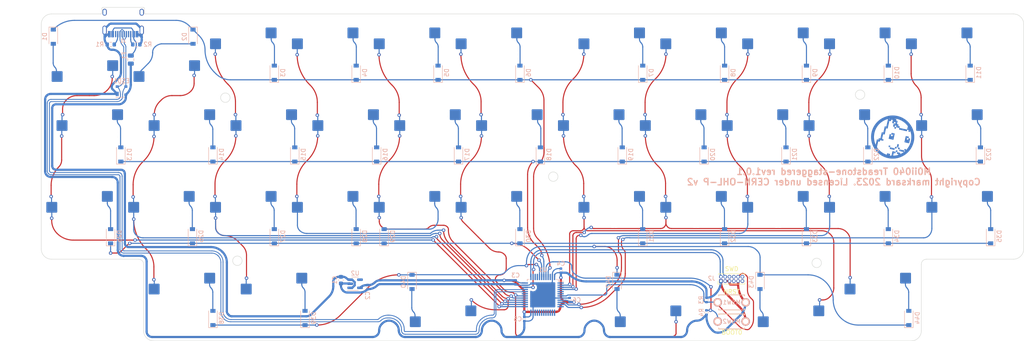
<source format=kicad_pcb>
(kicad_pcb (version 20211014) (generator pcbnew)
  (title_block (title "m0ii040_ts") (date "2023-03-04") (rev "1.0.1"))
  (layers (0 "F.Cu" signal) (31 "B.Cu" signal) (34 "B.Paste" user) (35 "F.Paste" user) (36 "B.SilkS" user "B.Silkscreen") (37 "F.SilkS" user "F.Silkscreen") (38 "B.Mask" user) (39 "F.Mask" user) (44 "Edge.Cuts" user))
  (net 0 "")
  (net 1 "+5V")
  (net 2 "GND")
  (net 3 "+3.3V")
  (net 4 "D-")
  (net 5 "D+")
  (net 6 "Net-(F1-Pad1)")
  (net 7 "Net-(J1-PadA5)")
  (net 9 "Net-(J1-PadB5)")
  (net 11 "SWDIO")
  (net 12 "SWCLK")
  (net 16 "NRST")
  (net 17 "BOOT0")
  (net 21 "row1")
  (net 22 "Net-(D1-Pad2)")
  (net 23 "Net-(D2-Pad2)")
  (net 24 "Net-(D3-Pad2)")
  (net 28 "Net-(D4-Pad2)")
  (net 29 "Net-(D5-Pad2)")
  (net 30 "Net-(D6-Pad2)")
  (net 31 "Net-(D7-Pad2)")
  (net 32 "Net-(D8-Pad2)")
  (net 41 "Net-(D9-Pad2)")
  (net 42 "Net-(D10-Pad2)")
  (net 43 "Net-(D11-Pad2)")
  (net 45 "row2")
  (net 46 "Net-(D13-Pad2)")
  (net 47 "Net-(D14-Pad2)")
  (net 49 "Net-(D15-Pad2)")
  (net 50 "Net-(D16-Pad2)")
  (net 51 "Net-(D17-Pad2)")
  (net 52 "Net-(D18-Pad2)")
  (net 53 "Net-(D19-Pad2)")
  (net 54 "Net-(D20-Pad2)")
  (net 55 "Net-(D21-Pad2)")
  (net 56 "Net-(D22-Pad2)")
  (net 57 "Net-(D23-Pad2)")
  (net 58 "row3")
  (net 59 "Net-(D25-Pad2)")
  (net 60 "Net-(D26-Pad2)")
  (net 61 "Net-(D27-Pad2)")
  (net 62 "Net-(D28-Pad2)")
  (net 63 "Net-(D29-Pad2)")
  (net 64 "Net-(D30-Pad2)")
  (net 65 "Net-(D31-Pad2)")
  (net 66 "Net-(D32-Pad2)")
  (net 67 "Net-(D33-Pad2)")
  (net 68 "Net-(D34-Pad2)")
  (net 69 "Net-(D35-Pad2)")
  (net 70 "row4")
  (net 71 "Net-(D38-Pad2)")
  (net 72 "Net-(D39-Pad2)")
  (net 73 "Net-(D40-Pad2)")
  (net 74 "Net-(D42-Pad2)")
  (net 75 "Net-(D43-Pad2)")
  (net 76 "Net-(D44-Pad2)")
  (net 77 "col1")
  (net 78 "col2")
  (net 79 "col3")
  (net 80 "col4")
  (net 81 "col5")
  (net 82 "col6")
  (net 83 "col7")
  (net 84 "col8")
  (net 85 "col9")
  (net 86 "col10")
  (net 87 "col11")
  (footprint "Marksard_Keyboard:m0ii040_PCB_Template_v1.0.3" (layer "F.Cu") (at 40.475645 54.79575)
    (fp_text reference "H1")
    (fp_text value "m0ii040_PCB_Template_v1.0.3")
    (fp_line (start -7.14375 47.625) (end 13.096875 47.625) (layer "Edge.Cuts") (width 0.1))
    (fp_line (start 4.318 -9.525) (end -7.14375 -9.525) (layer "Edge.Cuts") (width 0.1))
    (fp_line (start -9.525 -7.14375) (end -9.525 45.24375) (layer "Edge.Cuts") (width 0.1))
    (fp_line (start 4.826 -11.049) (end 14.224 -11.049) (layer "Edge.Cuts") (width 0.1))
    (fp_line (start 219.075 45.24375) (end 219.075 -7.14375) (layer "Edge.Cuts") (width 0.1))
    (fp_line (start 196.453125 47.625) (end 216.69375 47.625) (layer "Edge.Cuts") (width 0.1))
    (fp_line (start 4.572 -9.779) (end 4.572 -10.795) (layer "Edge.Cuts") (width 0.1))
    (fp_line (start 216.69375 -9.525) (end 14.732 -9.525) (layer "Edge.Cuts") (width 0.1))
    (fp_line (start 195.2625 64.29375) (end 195.2625 48.815625) (layer "Edge.Cuts") (width 0.1))
    (fp_line (start 14.2875 48.815625) (end 14.2875 64.29375) (layer "Edge.Cuts") (width 0.1))
    (fp_line (start 14.478 -9.779) (end 14.478 -10.795) (layer "Edge.Cuts") (width 0.1))
    (fp_line (start 16.66875 66.675) (end 192.88125 66.675) (layer "Edge.Cuts") (width 0.1))
    (fp_arc (start 195.2625 48.815625) (mid 195.611219 47.973719) (end 196.453125 47.625) (layer "Edge.Cuts") (width 0.1))
    (fp_arc (start 13.096875 47.625) (mid 13.938781 47.973719) (end 14.2875 48.815625) (layer "Edge.Cuts") (width 0.1))
    (fp_arc (start 219.075 45.24375) (mid 218.377533 46.927533) (end 216.69375 47.625) (layer "Edge.Cuts") (width 0.1))
    (fp_arc (start 195.2625 64.29375) (mid 194.565033 65.977533) (end 192.88125 66.675) (layer "Edge.Cuts") (width 0.1))
    (fp_arc (start -7.14375 47.625) (mid -8.827548 46.927548) (end -9.525 45.24375) (layer "Edge.Cuts") (width 0.1))
    (fp_arc (start 14.732 -9.525) (mid 14.552395 -9.599395) (end 14.478 -9.779) (layer "Edge.Cuts") (width 0.1))
    (fp_arc (start -9.525 -7.14375) (mid -8.827548 -8.827548) (end -7.14375 -9.525) (layer "Edge.Cuts") (width 0.1))
    (fp_arc (start 4.572 -10.795) (mid 4.646395 -10.974605) (end 4.826 -11.049) (layer "Edge.Cuts") (width 0.1))
    (fp_arc (start 16.66875 66.675) (mid 14.984952 65.977548) (end 14.2875 64.29375) (layer "Edge.Cuts") (width 0.1))
    (fp_arc (start 216.69375 -9.525) (mid 218.377533 -8.827533) (end 219.075 -7.14375) (layer "Edge.Cuts") (width 0.1))
    (fp_arc (start 4.572 -9.779) (mid 4.497605 -9.599395) (end 4.318 -9.525) (layer "Edge.Cuts") (width 0.1))
    (fp_arc (start 14.224 -11.049) (mid 14.403605 -10.974605) (end 14.478 -10.795) (layer "Edge.Cuts") (width 0.1))
    (fp_circle (center 170.909958 48.489904) (end 172.009958 48.489904) (layer "Edge.Cuts") (width 0.1) (fill none))
    (fp_circle (center 109.609958 28.389904) (end 110.709958 28.389904) (layer "Edge.Cuts") (width 0.1) (fill none))
    (fp_circle (center 36.109958 47.989904) (end 37.209958 47.989904) (layer "Edge.Cuts") (width 0.1) (fill none))
    (fp_circle (center 181.009958 9.289904) (end 182.109958 9.289904) (layer "Edge.Cuts") (width 0.1) (fill none))
    (fp_circle (center 33.309958 9.989904) (end 34.409958 9.989904) (layer "Edge.Cuts") (width 0.1) (fill none))
  )
  (footprint "ai03.MX_Hotswap:MX-Hotswap-1U" (layer "F.Cu") (at 83.34375 73.81875)
    (fp_text reference "SW15")
    (fp_text value "S")
  )
  (footprint "ai03.MX_Hotswap:MX-Hotswap-1U" (layer "F.Cu") (at 59.53125 92.86875)
    (fp_text reference "SW26")
    (fp_text value "Z")
  )
  (footprint "ai03.MX_Hotswap:MX-Hotswap-1.25U" (layer "F.Cu") (at 85.72475 111.91875)
    (fp_text reference "SW39")
    (fp_text value "ALT")
  )
  (footprint "ai03.MX_Hotswap:MX-Hotswap-1U" (layer "F.Cu") (at 102.39375 73.81875)
    (fp_text reference "SW16")
    (fp_text value "D")
  )
  (footprint "ai03.MX_Hotswap:MX-Hotswap-1U" (layer "F.Cu") (at 135.73125 54.76875)
    (fp_text reference "SW6")
    (fp_text value "T")
  )
  (footprint "ai03.MX_Hotswap:MX-Hotswap-1U" (layer "F.Cu") (at 178.59375 73.81875)
    (fp_text reference "SW20")
    (fp_text value "J")
  )
  (footprint "ai03.MX_Hotswap:MX-Hotswap-1U" (layer "F.Cu") (at 78.58125 92.86875)
    (fp_text reference "SW27")
    (fp_text value "X")
  )
  (footprint "ai03.MX_Hotswap:MX-Hotswap-1U" (layer "F.Cu") (at 40.48125 54.76875 180)
    (fp_text reference "SW1")
    (fp_text value "ESC")
  )
  (footprint "ai03.MX_Hotswap:MX-Hotswap-1U" (layer "F.Cu") (at 116.68125 92.86875)
    (fp_text reference "SW29")
    (fp_text value "V")
  )
  (footprint "ai03.MX_Hotswap:MX-Hotswap-2.75U" (layer "F.Cu") (at 123.82525 111.91875 180)
    (fp_text reference "SW40")
    (fp_text value "BS")
  )
  (footprint "ai03.MX_Hotswap:MX-Hotswap-1U" (layer "F.Cu") (at 216.69375 73.81875)
    (fp_text reference "SW22")
    (fp_text value "L")
  )
  (footprint "ai03.MX_Hotswap:MX-Hotswap-1.75U" (layer "F.Cu") (at 242.88775 73.81875)
    (fp_text reference "SW23")
    (fp_text value "ENT")
  )
  (footprint "ai03.MX_Hotswap:MX-Hotswap-1.5U" (layer "F.Cu") (at 245.26875 92.86875)
    (fp_text reference "SW35")
    (fp_text value "SHIFT")
  )
  (footprint "ai03.MX_Hotswap:MX-Hotswap-1U" (layer "F.Cu") (at 59.53125 54.76875 180)
    (fp_text reference "SW2")
    (fp_text value "Q")
  )
  (footprint "ai03.MX_Hotswap:MX-Hotswap-1U" (layer "F.Cu") (at 135.73125 92.86875)
    (fp_text reference "SW30")
    (fp_text value "B")
  )
  (footprint "ai03.MX_Hotswap:MX-Hotswap-1U" (layer "F.Cu") (at 121.44375 73.81875)
    (fp_text reference "SW17")
    (fp_text value "F")
  )
  (footprint "ai03.MX_Hotswap:MX-Hotswap-1U" (layer "F.Cu") (at 97.63125 92.86875)
    (fp_text reference "SW28")
    (fp_text value "C")
  )
  (footprint "ai03.MX_Hotswap:MX-Hotswap-1U" (layer "F.Cu") (at 159.54375 73.81875)
    (fp_text reference "SW19")
    (fp_text value "H")
  )
  (footprint "ai03.MX_Hotswap:MX-Hotswap-1U" (layer "F.Cu") (at 78.58125 54.76875)
    (fp_text reference "SW3")
    (fp_text value "W")
  )
  (footprint "ai03.MX_Hotswap:MX-Hotswap-1U" (layer "F.Cu") (at 197.64375 73.81875)
    (fp_text reference "SW21")
    (fp_text value "K")
  )
  (footprint "ai03.MX_Hotswap:MX-Hotswap-1U" (layer "F.Cu") (at 240.50625 54.76875)
    (fp_text reference "SW11")
    (fp_text value "P")
  )
  (footprint "ai03.MX_Hotswap:MX-Hotswap-1U" (layer "F.Cu") (at 64.29375 111.91875)
    (fp_text reference "SW38")
    (fp_text value "WIN")
  )
  (footprint "ai03.MX_Hotswap:MX-Hotswap-1U" (layer "F.Cu") (at 40.48125 92.86875)
    (fp_text reference "SW25")
    (fp_text value "SHIFT")
  )
  (footprint "ai03.MX_Hotswap:MX-Hotswap-1U" (layer "F.Cu") (at 202.40625 92.86875)
    (fp_text reference "SW33")
    (fp_text value ",")
  )
  (footprint "ai03.MX_Hotswap:MX-Hotswap-1U" (layer "F.Cu") (at 183.35625 92.86875)
    (fp_text reference "SW32")
    (fp_text value "M")
  )
  (footprint "Connector_PinHeader_1.00mm:PinHeader_2x06_P1.00mm_Vertical" (layer "F.Cu") (at 189.099375 107.52025 90)
    (fp_text reference "J2")
    (fp_text value "Conn_ARM_JTAG_SWD_10")
  )
  (footprint "ai03.MX_Hotswap:MX-Hotswap-1U" (layer "F.Cu") (at 97.63125 54.76875)
    (fp_text reference "SW4")
    (fp_text value "E")
  )
  (footprint "ai03.MX_Hotswap:MX-Hotswap-1U" (layer "F.Cu") (at 164.30625 54.76875)
    (fp_text reference "SW7")
    (fp_text value "Y")
  )
  (footprint "ai03.MX_Hotswap:MX-Hotswap-1U" (layer "F.Cu") (at 221.45625 92.86875)
    (fp_text reference "SW34")
    (fp_text value ".")
  )
  (footprint "ai03.MX_Hotswap:MX-Hotswap-1U" (layer "F.Cu") (at 183.35625 54.76875)
    (fp_text reference "SW8")
    (fp_text value "U")
  )
  (footprint "ai03.MX_Hotswap:MX-Hotswap-1.25U" (layer "F.Cu") (at 204.78725 111.91875 180)
    (fp_text reference "SW43")
    (fp_text value "ALT")
  )
  (footprint "ai03.MX_Hotswap:MX-Hotswap-1U" (layer "F.Cu") (at 140.49375 73.81875)
    (fp_text reference "SW18")
    (fp_text value "G")
  )
  (footprint "ai03.MX_Hotswap:MX-Hotswap-1U" (layer "F.Cu") (at 64.29375 73.81875)
    (fp_text reference "SW14")
    (fp_text value "A")
  )
  (footprint "ai03.MX_Hotswap:MX-Hotswap-1U" (layer "F.Cu") (at 226.21875 111.91875)
    (fp_text reference "SW44")
    (fp_text value "APP")
  )
  (footprint "ai03.MX_Hotswap:MX-Hotswap-1U" (layer "F.Cu") (at 164.30625 92.86875)
    (fp_text reference "SW31")
    (fp_text value "N")
  )
  (footprint "ai03.MX_Hotswap:MX-Hotswap-1U" (layer "F.Cu") (at 221.45625 54.76875)
    (fp_text reference "SW10")
    (fp_text value "O")
  )
  (footprint "ai03.MX_Hotswap:MX-Hotswap-2.25U" (layer "F.Cu") (at 171.52435 111.91875 180)
    (fp_text reference "SW42")
    (fp_text value "SPC")
  )
  (footprint "ai03.MX_Hotswap:MX-Hotswap-1U" (layer "F.Cu") (at 202.40625 54.76875)
    (fp_text reference "SW9")
    (fp_text value "I")
  )
  (footprint "ai03.MX_Hotswap:MX-Hotswap-1U" (layer "F.Cu") (at 116.68125 54.76875)
    (fp_text reference "SW5")
    (fp_text value "R")
  )
  (footprint "ai03.MX_Hotswap:MX-Hotswap-1.25U" (layer "F.Cu") (at 42.86225 73.81875)
    (fp_text reference "SW13")
    (fp_text value "CTRL")
  )
  (footprint "Diode_SMD:D_SOD-123" (layer "B.Cu") (at 104.23125 58.96875 90)
    (fp_text reference "D4")
    (fp_text value "D")
  )
  (footprint "Diode_SMD:D_SOD-123" (layer "B.Cu") (at 185.19375 78.01875 90)
    (fp_text reference "D20")
    (fp_text value "D")
  )
  (footprint "Diode_SMD:D_SOD-123" (layer "B.Cu") (at 66.26225 50.57775 -90)
    (fp_text reference "D2")
    (fp_text value "D")
  )
  (footprint "Resistor_SMD:R_0603_1608Metric" (layer "B.Cu") (at 53.068125 52.3875)
    (fp_text reference "R2")
    (fp_text value "5.1k")
  )
  (footprint "Diode_SMD:D_SOD-123" (layer "B.Cu") (at 47.08125 97.06875 90)
    (fp_text reference "D25")
    (fp_text value "D")
  )
  (footprint "Capacitor_SMD:C_0402_1005Metric" (layer "B.Cu") (at 143.35125 116.36375 -90)
    (fp_text reference "C5")
    (fp_text value "100nF")
  )
  (footprint "Marksard_Keyboard:HRO-TYPE-C-31-M-12-Assembly" (layer "B.Cu") (at 50.00625 42.271875)
    (fp_text reference "J1")
    (fp_text value "USB_C_Receptacle_USB2.0")
  )
  (footprint "Diode_SMD:D_SOD-123" (layer "B.Cu") (at 66.13125 97.06875 90)
    (fp_text reference "D26")
    (fp_text value "D")
  )
  (footprint "Diode_SMD:D_SOD-123" (layer "B.Cu") (at 223.29375 78.01875 90)
    (fp_text reference "D22")
    (fp_text value "D")
  )
  (footprint "Diode_SMD:D_SOD-123" (layer "B.Cu") (at 110.728125 97.06875 90)
    (fp_text reference "D29")
    (fp_text value "D")
  )
  (footprint "Diode_SMD:D_SOD-123" (layer "B.Cu") (at 209.00625 97.06875 90)
    (fp_text reference "D33")
    (fp_text value "D")
  )
  (footprint "Diode_SMD:D_SOD-123" (layer "B.Cu") (at 117.22525 107.71875 -90)
    (fp_text reference "D40")
    (fp_text value "D")
  )
  (footprint "Resistor_SMD:R_0402_1005Metric" (layer "B.Cu") (at 185.7375 114.83975 -90)
    (fp_text reference "R4")
    (fp_text value "5.1k")
  )
  (footprint "Diode_SMD:D_SOD-123" (layer "B.Cu") (at 170.90625 58.96875 90)
    (fp_text reference "D7")
    (fp_text value "D")
  )
  (footprint "Resistor_SMD:R_0402_1005Metric" (layer "B.Cu") (at 185.7375 111.91875 -90)
    (fp_text reference "R3")
    (fp_text value "5.1k")
  )
  (footprint "Diode_SMD:D_SOD-123" (layer "B.Cu") (at 209.00625 58.96875 90)
    (fp_text reference "D9")
    (fp_text value "D")
  )
  (footprint "Diode_SMD:D_SOD-123" (layer "B.Cu") (at 228.05625 97.06875 90)
    (fp_text reference "D34")
    (fp_text value "D")
  )
  (footprint "Marksard_Keyboard:marksard_logo" (layer "B.Cu") (at 229.07625 73.94575 180)
    (fp_text reference "H2" hide)
    (fp_text value "marksard" hide)
  )
  (footprint "Capacitor_SMD:C_0603_1608Metric" (layer "B.Cu") (at 100.67925 107.304086 -90)
    (fp_text reference "C1")
    (fp_text value "10uF")
  )
  (footprint "Diode_SMD:D_SOD-123" (layer "B.Cu") (at 128.04375 78.01875 90)
    (fp_text reference "D17")
    (fp_text value "D")
  )
  (footprint "Diode_SMD:D_SOD-123" (layer "B.Cu") (at 251.86875 97.06875 90)
    (fp_text reference "D35")
    (fp_text value "D")
  )
  (footprint "Diode_SMD:D_SOD-123" (layer "B.Cu") (at 232.81875 116.11875 90)
    (fp_text reference "D44")
    (fp_text value "D")
  )
  (footprint "Capacitor_SMD:C_0402_1005Metric" (layer "B.Cu") (at 153.89225 111.91875 90)
    (fp_text reference "C6")
    (fp_text value "100nF")
  )
  (footprint "Diode_SMD:D_SOD-123" (layer "B.Cu") (at 85.18125 58.96875 90)
    (fp_text reference "D3")
    (fp_text value "D")
  )
  (footprint "Diode_SMD:D_SOD-123" (layer "B.Cu") (at 92.32475 116.11875 90)
    (fp_text reference "D39")
    (fp_text value "D")
  )
  (footprint "Diode_SMD:D_SOD-123" (layer "B.Cu") (at 189.95625 97.06875 90)
    (fp_text reference "D32")
    (fp_text value "D")
  )
  (footprint "Diode_SMD:D_SOD-123" (layer "B.Cu") (at 164.92435 107.71875 -90)
    (fp_text reference "D42")
    (fp_text value "D")
  )
  (footprint "Capacitor_SMD:C_0402_1005Metric" (layer "B.Cu") (at 106.906875 108.929664 -90)
    (fp_text reference "C2")
    (fp_text value "1uF")
  )
  (footprint "Diode_SMD:D_SOD-123" (layer "B.Cu") (at 104.23125 97.06875 90)
    (fp_text reference "D28")
    (fp_text value "D")
  )
  (footprint "Diode_SMD:D_SOD-123" (layer "B.Cu") (at 170.90625 97.06875 90)
    (fp_text reference "D31")
    (fp_text value "D")
  )
  (footprint "Marksard_Keyboard:TVBP06-B043CB" (layer "B.Cu") (at 191.599375 112.48125)
    (fp_text reference "MSW1")
    (fp_text value "NRST")
  )
  (footprint "Diode_SMD:D_SOD-123" (layer "B.Cu") (at 142.33125 58.96875 90)
    (fp_text reference "D6")
    (fp_text value "D")
  )
  (footprint "Package_TO_SOT_SMD:SOT-23-5" (layer "B.Cu") (at 103.975 108.146875)
    (fp_text reference "U2")
    (fp_text value "TLV73333PDBV")
  )
  (footprint "Diode_SMD:D_SOD-123" (layer "B.Cu") (at 247.10625 58.96875 90)
    (fp_text reference "D11")
    (fp_text value "D")
  )
  (footprint "Capacitor_SMD:C_0402_1005Metric" (layer "B.Cu") (at 141.31925 107.82675 -90)
    (fp_text reference "C3")
    (fp_text value "100nF")
  )
  (footprint "Diode_SMD:D_SOD-123" (layer "B.Cu") (at 204.24375 78.01875 90)
    (fp_text reference "D21")
    (fp_text value "D")
  )
  (footprint "Diode_SMD:D_SOD-123" (layer "B.Cu") (at 108.99375 78.01875 90)
    (fp_text reference "D16")
    (fp_text value "D")
  )
  (footprint "Resistor_SMD:R_0603_1608Metric" (layer "B.Cu") (at 47.115 52.3875 180)
    (fp_text reference "R1")
    (fp_text value "5.1k")
  )
  (footprint "Diode_SMD:D_SOD-123" (layer "B.Cu") (at 142.33125 97.06875 90)
    (fp_text reference "D30")
    (fp_text value "D")
  )
  (footprint "Diode_SMD:D_SOD-123" (layer "B.Cu") (at 123.28125 58.96875 90)
    (fp_text reference "D5")
    (fp_text value "D")
  )
  (footprint "Diode_SMD:D_SOD-123" (layer "B.Cu") (at 189.95625 58.96875 90)
    (fp_text reference "D8")
    (fp_text value "D")
  )
  (footprint "Diode_SMD:D_SOD-123" (layer "B.Cu") (at 249.48775 78.01875 90)
    (fp_text reference "D23")
    (fp_text value "D")
  )
  (footprint "Diode_SMD:D_SOD-123" (layer "B.Cu") (at 198.18725 107.71875 -90)
    (fp_text reference "D43")
    (fp_text value "D")
  )
  (footprint "Capacitor_SMD:C_0402_1005Metric" (layer "B.Cu") (at 151.86025 105.08875 90)
    (fp_text reference "C4")
    (fp_text value "100nF")
  )
  (footprint "Fuse:Fuse_0805_2012Metric" (layer "B.Cu") (at 51.78425 55.91175 -90)
    (fp_text reference "F1")
    (fp_text value "500mA")
  )
  (footprint "Diode_SMD:D_SOD-123" (layer "B.Cu") (at 166.14375 78.01875 90)
    (fp_text reference "D19")
    (fp_text value "D")
  )
  (footprint "Diode_SMD:D_SOD-123" (layer "B.Cu") (at 147.09375 78.01875 90)
    (fp_text reference "D18")
    (fp_text value "D")
  )
  (footprint "Diode_SMD:D_SOD-123" (layer "B.Cu") (at 70.89375 78.01875 90)
    (fp_text reference "D14")
    (fp_text value "D")
  )
  (footprint "Diode_SMD:D_SOD-123" (layer "B.Cu") (at 85.18125 97.06875 90)
    (fp_text reference "D27")
    (fp_text value "D")
  )
  (footprint "Package_QFP:LQFP-48_7x7mm_P0.5mm" (layer "B.Cu") (at 147.6375 110.728125 180)
    (fp_text reference "U1")
    (fp_text value "STM32F072C8Tx")
  )
  (footprint "Package_TO_SOT_SMD:SOT-143" (layer "B.Cu") (at 49.62525 63.15075)
    (fp_text reference "ESD1")
    (fp_text value "PRTR5V0U2X")
  )
  (footprint "Marksard_Keyboard:TVBP06-B043CB" (layer "B.Cu") (at 191.599375 116.92625)
    (fp_text reference "MSW2")
    (fp_text value "BOOT0")
  )
  (footprint "Diode_SMD:D_SOD-123" (layer "B.Cu") (at 49.46225 78.01875 90)
    (fp_text reference "D13")
    (fp_text value "D")
  )
  (footprint "Diode_SMD:D_SOD-123" (layer "B.Cu") (at 89.94375 78.01875 90)
    (fp_text reference "D15")
    (fp_text value "D")
  )
  (footprint "Diode_SMD:D_SOD-123" (layer "B.Cu") (at 70.89375 116.11875 90)
    (fp_text reference "D38")
    (fp_text value "D")
  )
  (footprint "Diode_SMD:D_SOD-123" (layer "B.Cu") (at 33.75025 50.57775 -90)
    (fp_text reference "D1")
    (fp_text value "D")
  )
  (footprint "Diode_SMD:D_SOD-123" (layer "B.Cu") (at 228.05625 58.96875 90)
    (fp_text reference "D10")
    (fp_text value "D")
  )
  (gr_text "M0ii040 Treadstone-staggered rev1.0.1\nCopyright marksard 2023. Licensed under CERN-OHL-P v2\n" (at 215.36025 83.21675) (layer "B.SilkS") (effects (font (size 1.5 1.5) (thickness 0.3)) (justify mirror)))
  (gr_text "SWD" (at 191.61125 104.67975) (layer "F.SilkS") (effects (font (size 1 1))))
  (segment (start 103.881 108.516822) (end 103.300947 109.096875) (width 0.508) (layer "B.Cu") (net 1))
  (segment (start 100.67925 106.529086) (end 101.201655 106.529086) (width 0.508) (layer "B.Cu") (net 1))
  (segment (start 49.52004 81.58754) (end 34.38164 81.58754) (width 0.508) (layer "B.Cu") (net 1))
  (segment (start 102.81384 107.196875) (end 102.8375 107.196875) (width 0.508) (layer "B.Cu") (net 1))
  (segment (start 74.13625 114.58575) (end 74.13625 103.19559) (width 0.508) (layer "B.Cu") (net 1))
  (segment (start 51.78425 56.84925) (end 51.78425 61.75375) (width 0.508) (layer "B.Cu") (net 1))
  (segment (start 98.90125 107.57896) (end 98.90125 108.724638) (width 0.508) (layer "B.Cu") (net 1))
  (segment (start 33.49625 67.19296) (end 33.49625 80.70215) (width 0.508) (layer "B.Cu") (net 1))
  (segment (start 70.45325 99.59975) (end 51.279645 99.59975) (width 0.508) (layer "B.Cu") (net 1))
  (segment (start 50.62525 64.10075) (end 50.62525 64.809563) (width 0.508) (layer "B.Cu") (net 1))
  (segment (start 51.279645 99.59975) (end 51.275645 99.59575) (width 0.508) (layer "B.Cu") (net 1))
  (segment (start 50.944207 63.781793) (end 50.62525 64.10075) (width 0.508) (layer "B.Cu") (net 1))
  (segment (start 97.899907 111.142093) (end 93.82125 115.22075) (width 0.508) (layer "B.Cu") (net 1))
  (segment (start 74.51725 115.34775) (end 74.405658 115.236157) (width 0.508) (layer "B.Cu") (net 1))
  (segment (start 103.300947 107.196875) (end 103.881 107.776928) (width 0.508) (layer "B.Cu") (net 1))
  (segment (start 103.881 107.776928) (end 103.881 108.516822) (width 0.508) (layer "B.Cu") (net 1))
  (segment (start 48.99025 66.32575) (end 34.36346 66.32575) (width 0.508) (layer "B.Cu") (net 1))
  (segment (start 50.408435 98.72854) (end 50.408435 82.505895) (width 0.508) (layer "B.Cu") (net 1))
  (segment (start 73.12025 100.74275) (end 73.05488 100.677381) (width 0.508) (layer "B.Cu") (net 1))
  (segment (start 103.300947 109.096875) (end 102.8375 109.096875) (width 0.508) (layer "B.Cu") (net 1))
  (segment (start 50.26025 65.69075) (end 50.074263 65.876737) (width 0.508) (layer "B.Cu") (net 1))
  (segment (start 34.38164 81.58754) (end 34.36346 81.56936) (width 0.508) (layer "B.Cu") (net 1))
  (segment (start 100.67925 106.529086) (end 100.20945 106.529086) (width 0.508) (layer "B.Cu") (net 1))
  (segment (start 74.628842 115.459342) (end 74.51725 115.34775) (width 0.508) (layer "B.Cu") (net 1))
  (segment (start 92.59483 115.72875) (end 75.27925 115.72875) (width 0.508) (layer "B.Cu") (net 1))
  (segment (start 102.8375 107.196875) (end 103.300947 107.196875) (width 0.508) (layer "B.Cu") (net 1))
  (arc (start 73.05488 100.677381) (mid 71.86124 99.879832) (end 70.45325 99.59975) (width 0.508) (layer "B.Cu") (net 1))
  (arc (start 93.82125 115.22075) (mid 93.258569 115.59675) (end 92.59483 115.72875) (width 0.508) (layer "B.Cu") (net 1))
  (arc (start 101.201655 106.529086) (mid 101.60625 106.609565) (end 101.94925 106.83875) (width 0.508) (layer "B.Cu") (net 1))
  (arc (start 98.90125 108.724638) (mid 98.64101 110.032955) (end 97.899907 111.142093) (width 0.508) (layer "B.Cu") (net 1))
  (arc (start 75.27925 115.72875) (mid 74.927252 115.658733) (end 74.628842 115.459342) (width 0.508) (layer "B.Cu") (net 1))
  (arc (start 50.13325 81.84154) (mid 49.851906 81.653562) (end 49.52004 81.58754) (width 0.508) (layer "B.Cu") (net 1))
  (arc (start 74.13625 103.19559) (mid 73.872201 101.868123) (end 73.12025 100.74275) (width 0.508) (layer "B.Cu") (net 1))
  (arc (start 50.074263 65.876737) (mid 49.576909 66.209034) (end 48.99025 66.32575) (width 0.508) (layer "B.Cu") (net 1))
  (arc (start 100.20945 106.529086) (mid 99.638921 106.642571) (end 99.15525 106.96575) (width 0.508) (layer "B.Cu") (net 1))
  (arc (start 33.75025 66.57975) (mid 33.562258 66.861093) (end 33.49625 67.19296) (width 0.508) (layer "B.Cu") (net 1))
  (arc (start 50.62525 64.809563) (mid 50.530389 65.286458) (end 50.26025 65.69075) (width 0.508) (layer "B.Cu") (net 1))
  (arc (start 50.662435 99.34175) (mid 50.474447 99.060407) (end 50.408435 98.72854) (width 0.508) (layer "B.Cu") (net 1))
  (arc (start 51.78425 61.75375) (mid 51.56593 62.851319) (end 50.944207 63.781793) (width 0.508) (layer "B.Cu") (net 1))
  (arc (start 34.36346 66.32575) (mid 34.031593 66.391762) (end 33.75025 66.57975) (width 0.508) (layer "B.Cu") (net 1))
  (arc (start 50.38725 82.45475) (mid 50.321238 82.122883) (end 50.13325 81.84154) (width 0.508) (layer "B.Cu") (net 1))
  (arc (start 33.75025 81.31536) (mid 34.031593 81.503352) (end 34.36346 81.56936) (width 0.508) (layer "B.Cu") (net 1))
  (arc (start 51.275645 99.59575) (mid 50.943778 99.529742) (end 50.662435 99.34175) (width 0.508) (layer "B.Cu") (net 1))
  (arc (start 101.94925 106.83875) (mid 102.345927 107.103801) (end 102.81384 107.196875) (width 0.508) (layer "B.Cu") (net 1))
  (arc (start 74.405658 115.236157) (mid 74.206267 114.937748) (end 74.13625 114.58575) (width 0.508) (layer "B.Cu") (net 1))
  (arc (start 50.408435 82.505895) (mid 50.402929 82.478216) (end 50.38725 82.45475) (width 0.508) (layer "B.Cu") (net 1))
  (arc (start 33.49625 80.70215) (mid 33.562262 81.034017) (end 33.75025 81.31536) (width 0.508) (layer "B.Cu") (net 1))
  (arc (start 99.15525 106.96575) (mid 98.967262 107.247093) (end 98.90125 107.57896) (width 0.508) (layer "B.Cu") (net 1))
  (segment (start 192.894415 108.32625) (end 193.099375 108.12129) (width 0.508) (layer "F.Cu") (net 2))
  (segment (start 191.099375 107.52025) (end 191.099375 108.12129) (width 0.508) (layer "F.Cu") (net 2))
  (segment (start 191.099375 108.12129) (end 191.304335 108.32625) (width 0.508) (layer "F.Cu") (net 2))
  (segment (start 190.099375 107.52025) (end 191.099375 107.52025) (width 0.508) (layer "F.Cu") (net 2))
  (segment (start 191.304335 108.32625) (end 192.894415 108.32625) (width 0.508) (layer "F.Cu") (net 2))
  (segment (start 193.099375 108.12129) (end 193.099375 107.52025) (width 0.508) (layer "F.Cu") (net 2))
  (segment (start 193.099375 107.52025) (end 193.099375 108.256377) (width 0.508) (layer "F.Cu") (net 2))
  (arc (start 193.099375 108.256377) (mid 193.554185 110.542861) (end 194.849375 112.48125) (width 0.508) (layer "F.Cu") (net 2))
  (segment (start 50.106855 101.63175) (end 54.21904 101.63175) (width 0.508) (layer "B.Cu") (net 2))
  (segment (start 56.768065 120.55475) (end 108.04525 120.55475) (width 0.508) (layer "B.Cu") (net 2))
  (segment (start 149.19325 109.12475) (end 148.753263 108.684763) (width 0.254) (layer "B.Cu") (net 2))
  (segment (start 133.027052 120.114763) (end 132.968065 120.17375) (width 0.508) (layer "B.Cu") (net 2))
  (segment (start 138.488052 120.105737) (end 138.429065 120.04675) (width 0.508) (layer "B.Cu") (net 2))
  (segment (start 54.32625 48.77949) (end 53.182053 47.635293) (width 0.508) (layer "B.Cu") (net 2))
  (segment (start 149.39645 109.615318) (end 149.39645 109.93033) (width 0.254) (layer "B.Cu") (net 2))
  (segment (start 106.906875 109.409664) (end 106.967382 109.409664) (width 0.508) (layer "B.Cu") (net 2))
  (segment (start 45.68625 49.051875) (end 45.68625 50.70275) (width 0.508) (layer "B.Cu") (net 2))
  (segment (start 45.68625 49.051875) (end 45.68625 48.77949) (width 0.508) (layer "B.Cu") (net 2))
  (segment (start 49.49825 58.898653) (end 49.49825 55.666762) (width 0.508) (layer "B.Cu") (net 2))
  (segment (start 143.475 108.478125) (end 144.342711 108.478125) (width 0.254) (layer "B.Cu") (net 2))
  (segment (start 48.62525 63.90075) (end 33.175035 63.90075) (width 0.508) (layer "B.Cu") (net 2))
  (segment (start 146.474702 111.35995) (end 148.12645 111.35995) (width 0.254) (layer "B.Cu") (net 2))
  (segment (start 139.28725 120.55475) (end 142.93402 120.55475) (width 0.508) (layer "B.Cu") (net 2))
  (segment (start 143.35125 116.84375) (end 143.35125 118.321046) (width 0.508) (layer "B.Cu") (net 2))
  (segment (start 102.177102 110.19155) (end 105.019236 110.19155) (width 0.508) (layer "B.Cu") (net 2))
  (segment (start 188.30925 119.53875) (end 188.50162 119.53875) (width 0.508) (layer "B.Cu") (net 2))
  (segment (start 55.46725 102.961535) (end 55.46725 119.212965) (width 0.508) (layer "B.Cu") (net 2))
  (segment (start 187.03925 118.90375) (end 187.225237 119.089737) (width 0.508) (layer "B.Cu") (net 2))
  (segment (start 31.846852 65.215167) (end 31.846852 81.919748) (width 0.508) (layer "B.Cu") (net 2))
  (segment (start 47.21225 47.52975) (end 52.92725 47.52975) (width 0.508) (layer "B.Cu") (net 2))
  (segment (start 53.837487 50.217986) (end 54.32625 50.70675) (width 0.508) (layer "B.Cu") (net 2))
  (segment (start 134.244447 117.373368) (end 134.104683 117.513132) (width 0.508) (layer "B.Cu") (net 2))
  (segment (start 101.224447 109.796948) (end 101.18725 109.75975) (width 0.508) (layer "B.Cu") (net 2))
  (segment (start 31.84525 65.213565) (end 31.846852 65.215167) (width 0.508) (layer "B.Cu") (net 2))
  (segment (start 151.8 111.478125) (end 150.680317 111.478125) (width 0.254) (layer "B.Cu") (net 2))
  (segment (start 46.70425 53.37175) (end 46.693052 53.360552) (width 0.508) (layer "B.Cu") (net 2))
  (segment (start 48.757435 100.297965) (end 48.757435 84.592565) (width 0.508) (layer "B.Cu") (net 2))
  (segment (start 48.62525 63.90075) (end 47.49902 62.77452) (width 0.508) (layer "B.Cu") (net 2))
  (segment (start 110.197868 117.513132) (end 110.337632 117.373368) (width 0.508) (layer "B.Cu") (net 2))
  (segment (start 109.56925 119.126935) (end 109.56925 119.03075) (width 0.508) (layer "B.Cu") (net 2))
  (segment (start 142.93402 120.55475) (end 156.05125 120.55475) (width 0.508) (layer "B.Cu") (net 2))
  (segment (start 145.3875 114.890625) (end 145.3875 112.512983) (width 0.254) (layer "B.Cu") (net 2))
  (segment (start 100.67925 108.53333) (end 100.67925 108.079086) (width 0.508) (layer "B.Cu") (net 2))
  (segment (start 55.46725 119.212965) (end 55.45525 119.224965) (width 0.508) (layer "B.Cu") (net 2))
  (segment (start 149.39645 110.361382) (end 149.39645 109.93033) (width 0.254) (layer "B.Cu") (net 2))
  (segment (start 184.928291 116.158958) (end 185.7375 115.34975) (width 0.508) (layer "B.Cu") (net 2))
  (segment (start 47.698461 61.521539) (end 48.916233 60.303767) (width 0.508) (layer "B.Cu") (net 2))
  (segment (start 54.32625 49.051875) (end 54.32625 48.77949) (width 0.508) (layer "B.Cu") (net 2))
  (segment (start 47.636827 53.62575) (end 47.31746 53.62575) (width 0.508) (layer "B.Cu") (net 2))
  (segment (start 45.68625 48.77949) (end 46.740644 47.725096) (width 0.508) (layer "B.Cu") (net 2))
  (segment (start 149.080382 110.964819) (end 149.19325 110.85195) (width 0.254) (layer "B.Cu") (net 2))
  (segment (start 144.277033 116.84375) (end 143.35125 116.84375) (width 0.254) (layer "B.Cu") (net 2))
  (segment (start 54.32625 49.051875) (end 54.32625 50.70675) (width 0.508) (layer "B.Cu") (net 2))
  (segment (start 147.66925 108.23575) (end 149.08804 108.23575) (width 0.254) (layer "B.Cu") (net 2))
  (segment (start 46.168186 50.220815) (end 45.68625 50.70275) (width 0.508) (layer "B.Cu") (net 2))
  (segment (start 113.372868 117.373368) (end 113.512632 117.513132) (width 0.508) (layer "B.Cu") (net 2))
  (segment (start 137.419447 117.513132) (end 137.279683 117.373368) (width 0.508) (layer "B.Cu") (net 2))
  (segment (start 163.16325 120.55475) (end 179.92725 120.55475) (width 0.508) (layer "B.Cu") (net 2))
  (segment (start 138.048065 119.126935) (end 138.048065 119.03075) (width 0.508) (layer "B.Cu") (net 2))
  (segment (start 48.757435 84.592565) (end 48.76165 84.58835) (width 0.508) (layer "B.Cu") (net 2))
  (segment (start 151.300474 104.60875) (end 151.86025 104.60875) (width 0.254) (layer "B.Cu") (net 2))
  (segment (start 151.8 111.478125) (end 153.797191 111.478125) (width 0.254) (layer "B.Cu") (net 2))
  (segment (start 109.129263 120.105737) (end 109.18825 120.04675) (width 0.508) (layer "B.Cu") (net 2))
  (segment (start 31.846852 81.919748) (end 31.84525 81.92135) (width 0.508) (layer "B.Cu") (net 2))
  (segment (start 50.10125 101.65875) (end 50.07025 101.62775) (width 0.508) (layer "B.Cu") (net 2))
  (segment (start 149.8875 107.532103) (end 149.8875 106.565625) (width 0.254) (layer "B.Cu") (net 2))
  (segment (start 149.8875 106.565625) (end 149.8875 105.837523) (width 0.254) (layer "B.Cu") (net 2))
  (segment (start 185.7375 115.34975) (end 185.7375 115.761048) (width 0.508) (layer "B.Cu") (net 2))
  (segment (start 47.441405 83.251135) (end 47.448835 83.258565) (width 0.508) (layer "B.Cu") (net 2))
  (segment (start 190.34125 118.77675) (end 193.58551 115.53249) (width 0.508) (layer "B.Cu") (net 2))
  (segment (start 100.67925 108.079086) (end 102.673843 108.079086) (width 0.508) (layer "B.Cu") (net 2))
  (segment (start 109.80146 108.23575) (end 141.147841 108.23575) (width 0.508) (layer "B.Cu") (net 2))
  (segment (start 143.475 108.478125) (end 141.732985 108.478125) (width 0.254) (layer "B.Cu") (net 2))
  (segment (start 114.590263 120.114763) (end 114.64925 120.17375) (width 0.508) (layer "B.Cu") (net 2))
  (segment (start 144.927855 108.23575) (end 147.66925 108.23575) (width 0.254) (layer "B.Cu") (net 2))
  (segment (start 115.569065 120.55475) (end 132.17525 120.55475) (width 0.508) (layer "B.Cu") (net 2))
  (segment (start 33.158065 83.251135) (end 47.441405 83.251135) (width 0.508) (layer "B.Cu") (net 2))
  (segment (start 145.3875 114.890625) (end 145.3875 115.86728) (width 0.254) (layer "B.Cu") (net 2))
  (segment (start 45.68625 50.70275) (end 45.68625 50.929919) (width 0.508) (layer "B.Cu") (net 2))
  (segment (start 54.32625 50.70675) (end 54.32625 51.341844) (width 0.508) (layer "B.Cu") (net 2))
  (arc (start 181.228065 119.03075) (mid 181.11137 119.617414) (end 180.779052 120.114763) (width 0.508) (layer "B.Cu") (net 2))
  (arc (start 54.32625 51.341844) (mid 54.213684 51.907749) (end 53.893125 52.3875) (width 0.508) (layer "B.Cu") (net 2))
  (arc (start 53.23125 49.966875) (mid 53.559343 50.032137) (end 53.837487 50.217986) (width 0.508) (layer "B.Cu") (net 2))
  (arc (start 149.90445 111.15675) (mid 149.528475 110.594064) (end 149.39645 109.93033) (width 0.254) (layer "B.Cu") (net 2))
  (arc (start 162.401249 120.17375) (mid 162.823264 120.455731) (end 163.321064 120.55475) (width 0.508) (layer "B.Cu") (net 2))
  (arc (start 150.680317 111.478125) (mid 150.260421 111.394602) (end 149.90445 111.15675) (width 0.254) (layer "B.Cu") (net 2))
  (arc (start 48.86325 54.13375) (mid 48.300563 53.757775) (end 47.636827 53.62575) (width 0.508) (layer "B.Cu") (net 2))
  (arc (start 46.740644 47.725096) (mid 46.957018 47.580519) (end 47.21225 47.52975) (width 0.508) (layer "B.Cu") (net 2))
  (arc (start 149.08804 108.23575) (mid 149.419907 108.169737) (end 149.70125 107.98175) (width 0.254) (layer "B.Cu") (net 2))
  (arc (start 47.33925 62.38875) (mid 47.432606 61.919418) (end 47.698461 61.521539) (width 0.508) (layer "B.Cu") (net 2))
  (arc (start 144.62125 108.36275) (mid 144.761921 108.268756) (end 144.927855 108.23575) (width 0.254) (layer "B.Cu") (net 2))
  (arc (start 161.264631 117.513132) (mid 161.729876 118.209421) (end 161.893249 119.03075) (width 0.508) (layer "B.Cu") (net 2))
  (arc (start 180.720065 120.17375) (mid 180.29805 120.455731) (end 179.80025 120.55475) (width 0.508) (layer "B.Cu") (net 2))
  (arc (start 109.18825 108.48975) (mid 109.469593 108.301762) (end 109.80146 108.23575) (width 0.508) (layer "B.Cu") (net 2))
  (arc (start 46.693052 53.360552) (mid 46.39475 52.914112) (end 46.29 52.3875) (width 0.508) (layer "B.Cu") (net 2))
  (arc (start 149.8875 105.837523) (mid 149.97112 105.417137) (end 150.20925 105.06075) (width 0.254) (layer "B.Cu") (net 2))
  (arc (start 47.49902 62.77452) (mid 47.380763 62.597526) (end 47.33925 62.38875) (width 0.508) (layer "B.Cu") (net 2))
  (arc (start 138.509842 120.232737) (mid 138.86652 120.471062) (end 139.28725 120.55475) (width 0.508) (layer "B.Cu") (net 2))
  (arc (start 32.22625 64.29375) (mid 31.944276 64.715765) (end 31.84525 65.213565) (width 0.508) (layer "B.Cu") (net 2))
  (arc (start 114.14125 119.03075) (mid 114.257945 119.617414) (end 114.590263 120.114763) (width 0.508) (layer "B.Cu") (net 2))
  (arc (start 145.3875 115.86728) (mid 145.320383 116.2047) (end 145.12925 116.49075) (width 0.254) (layer "B.Cu") (net 2))
  (arc (start 133.476065 119.03075) (mid 133.35937 119.617414) (end 133.027052 120.114763) (width 0.508) (layer "B.Cu") (net 2))
  (arc (start 49.150435 101.24675) (mid 48.859568 100.811443) (end 48.757435 100.297965) (width 0.508) (layer "B.Cu") (net 2))
  (arc (start 181.856683 117.513132) (mid 181.391438 118.209421) (end 181.228065 119.03075) (width 0.508) (layer "B.Cu") (net 2))
  (arc (start 31.84525 81.92135) (mid 31.947388 82.434829) (end 32.23825 82.870135) (width 0.508) (layer "B.Cu") (net 2))
  (arc (start 46.78125 49.966875) (mid 46.449462 50.032872) (end 46.168186 50.220815) (width 0.508) (layer "B.Cu") (net 2))
  (arc (start 193.58551 115.53249) (mid 194.520908 114.132569) (end 194.849375 112.48125) (width 0.508) (layer "B.Cu") (net 2))
  (arc (start 54.154435 101.63175) (mid 54.652235 101.730765) (end 55.07425 102.01275) (width 0.508) (layer "B.Cu") (net 2))
  (arc (start 55.07425 102.01275) (mid 55.365108 102.448056) (end 55.46725 102.961535) (width 0.508) (layer "B.Cu") (net 2))
  (arc (start 144.342711 108.478125) (mid 144.493455 108.44814) (end 144.62125 108.36275) (width 0.254) (layer "B.Cu") (net 2))
  (arc (start 111.85525 116.74475) (mid 112.676579 116.908122) (end 113.372868 117.373368) (width 0.508) (layer "B.Cu") (net 2))
  (arc (start 145.73885 111.66475) (mid 146.076461 111.439165) (end 146.474702 111.35995) (width 0.254) (layer "B.Cu") (net 2))
  (arc (start 132.968065 120.17375) (mid 132.54605 120.455731) (end 132.04825 120.55475) (width 0.508) (layer "B.Cu") (net 2))
  (arc (start 101.18725 109.75975) (mid 100.811275 109.197064) (end 100.67925 108.53333) (width 0.508) (layer "B.Cu") (net 2))
  (arc (start 48.76165 84.58835) (mid 48.659512 84.074871) (end 48.36865 83.639565) (width 0.508) (layer "B.Cu") (net 2))
  (arc (start 161.893249 119.03075) (mid 162.009944 119.617414) (end 162.342262 120.114763) (width 0.508) (layer "B.Cu") (net 2))
  (arc (start 149.19325 109.12475) (mid 149.34364 109.349825) (end 149.39645 109.615318) (width 0.254) (layer "B.Cu") (net 2))
  (arc (start 113.512632 117.513132) (mid 113.977877 118.209421) (end 114.14125 119.03075) (width 0.508) (layer "B.Cu") (net 2))
  (arc (start 48.916233 60.303767) (mid 49.34697 59.659091) (end 49.49825 58.898653) (width 0.508) (layer "B.Cu") (net 2))
  (arc (start 183.514065 116.74475) (mid 182.692736 116.908122) (end 181.996447 117.373368) (width 0.508) (layer "B.Cu") (net 2))
  (arc (start 55.84825 120.17375) (mid 56.270265 120.455724) (end 56.768065 120.55475) (width 0.508) (layer "B.Cu") (net 2))
  (arc (start 102.177102 110.19155) (mid 101.661529 110.088996) (end 101.224447 109.796948) (width 0.508) (layer "B.Cu") (net 2))
  (arc (start 188.50162 119.53875) (mid 189.497221 119.340712) (end 190.34125 118.77675) (width 0.508) (layer "B.Cu") (net 2))
  (arc (start 53.182053 47.635293) (mid 53.065149 47.557179) (end 52.92725 47.52975) (width 0.508) (layer "B.Cu") (net 2))
  (arc (start 157.980683 117.513132) (mid 157.515438 118.209421) (end 157.352065 119.03075) (width 0.508) (layer "B.Cu") (net 2))
  (arc (start 153.797191 111.478125) (mid 153.848637 111.467891) (end 153.89225 111.43875) (width 0.254) (layer "B.Cu") (net 2))
  (arc (start 141.147841 108.23575) (mid 141.240606 108.254203) (end 141.31925 108.30675) (width 0.508) (layer "B.Cu") (net 2))
  (arc (start 183.514065 116.74475) (mid 184.279439 116.592508) (end 184.928291 116.158958) (width 0.508) (layer "B.Cu") (net 2))
  (arc (start 140.90202 120.55475) (mid 141.897621 120.356712) (end 142.74165 119.79275) (width 0.508) (layer "B.Cu") (net 2))
  (arc (start 156.844065 120.17375) (mid 156.42205 120.455731) (end 155.92425 120.55475) (width 0.508) (layer "B.Cu") (net 2))
  (arc (start 134.104683 117.513132) (mid 133.639438 118.209421) (end 133.476065 119.03075) (width 0.508) (layer "B.Cu") (net 2))
  (arc (start 149.19325 110.85195) (mid 149.34364 110.626875) (end 149.39645 110.361382) (width 0.254) (layer "B.Cu") (net 2))
  (arc (start 141.732985 108.478125) (mid 141.509073 108.433586) (end 141.31925 108.30675) (width 0.254) (layer "B.Cu") (net 2))
  (arc (start 138.429065 120.04675) (mid 138.147083 119.624735) (end 138.048065 119.126935) (width 0.508) (layer "B.Cu") (net 2))
  (arc (start 149.70125 107.98175) (mid 149.839096 107.77545) (end 149.8875 107.532103) (width 0.254) (layer "B.Cu") (net 2))
  (arc (start 145.3875 112.512983) (mid 145.478813 112.053923) (end 145.73885 111.66475) (width 0.254) (layer "B.Cu") (net 2))
  (arc (start 110.337632 117.373368) (mid 111.033921 116.908122) (end 111.85525 116.74475) (width 0.508) (layer "B.Cu") (net 2))
  (arc (start 137.279683 117.373368) (mid 136.583394 116.908122) (end 135.762065 116.74475) (width 0.508) (layer "B.Cu") (net 2))
  (arc (start 157.352065 119.03075) (mid 157.23537 119.617414) (end 156.903052 120.114763) (width 0.508) (layer "B.Cu") (net 2))
  (arc (start 106.967382 109.409664) (mid 108.169307 109.170586) (end 109.18825 108.48975) (width 0.508) (layer "B.Cu") (net 2))
  (arc (start 148.12645 111.35995) (mid 148.642714 111.257259) (end 149.080382 110.964819) (width 0.254) (layer "B.Cu") (net 2))
  (arc (start 109.18825 120.04675) (mid 109.470232 119.624735) (end 109.56925 119.126935) (width 0.508) (layer "B.Cu") (net 2))
  (arc (start 138.048065 119.03075) (mid 137.884693 118.209421) (end 137.419447 117.513132) (width 0.508) (layer "B.Cu") (net 2))
  (arc (start 159.638065 116.74475) (mid 158.816736 116.908122) (end 158.120447 117.373368) (width 0.508) (layer "B.Cu") (net 2))
  (arc (start 47.31746 53.62575) (mid 46.985593 53.559738) (end 46.70425 53.37175) (width 0.508) (layer "B.Cu") (net 2))
  (arc (start 114.64925 120.17375) (mid 115.071265 120.455731) (end 115.569065 120.55475) (width 0.508) (layer "B.Cu") (net 2))
  (arc (start 50.07025 101.62775) (mid 49.57245 101.528735) (end 49.150435 101.24675) (width 0.508) (layer "B.Cu") (net 2))
  (arc (start 142.74165 119.79275) (mid 143.19282 119.117526) (end 143.35125 118.321046) (width 0.508) (layer "B.Cu") (net 2))
  (arc (start 148.753263 108.684763) (mid 148.255914 108.352444) (end 147.66925 108.23575) (width 0.254) (layer "B.Cu") (net 2))
  (arc (start 105.019236 110.19155) (mid 106.040819 109.988344) (end 106.906875 109.409664) (width 0.508) (layer "B.Cu") (net 2))
  (arc (start 32.23825 82.870135) (mid 32.660269 83.152102) (end 33.158065 83.251135) (width 0.508) (layer "B.Cu") (net 2))
  (arc (start 187.225237 119.089737) (mid 187.722586 119.422055) (end 188.30925 119.53875) (width 0.508) (layer "B.Cu") (net 2))
  (arc (start 109.56925 119.03075) (mid 109.732622 118.209421) (end 110.197868 117.513132) (width 0.508) (layer "B.Cu") (net 2))
  (arc (start 145.12925 116.49075) (mid 144.738249 116.752009) (end 144.277033 116.84375) (width 0.254) (layer "B.Cu") (net 2))
  (arc (start 45.68625 50.929919) (mid 45.84316 51.718756) (end 46.29 52.3875) (width 0.508) (layer "B.Cu") (net 2))
  (arc (start 49.49825 55.666762) (mid 49.333222 54.837108) (end 48.86325 54.13375) (width 0.508) (layer "B.Cu") (net 2))
  (arc (start 159.607249 116.74475) (mid 160.428578 116.908122) (end 161.124867 117.373368) (width 0.508) (layer "B.Cu") (net 2))
  (arc (start 55.45525 119.224965) (mid 55.557388 119.738444) (end 55.84825 120.17375) (width 0.508) (layer "B.Cu") (net 2))
  (arc (start 48.36865 83.639565) (mid 47.946635 83.357591) (end 47.448835 83.258565) (width 0.508) (layer "B.Cu") (net 2))
  (arc (start 150.20925 105.06075) (mid 150.709907 104.726221) (end 151.300474 104.60875) (width 0.254) (layer "B.Cu") (net 2))
  (arc (start 33.175035 63.90075) (mid 32.661556 64.002888) (end 32.22625 64.29375) (width 0.508) (layer "B.Cu") (net 2))
  (arc (start 185.7375 115.761048) (mid 186.075814 117.461866) (end 187.03925 118.90375) (width 0.508) (layer "B.Cu") (net 2))
  (arc (start 108.04525 120.55475) (mid 108.631914 120.438055) (end 109.129263 120.105737) (width 0.508) (layer "B.Cu") (net 2))
  (arc (start 102.673843 108.079086) (mid 102.762413 108.096704) (end 102.8375 108.146875) (width 0.508) (layer "B.Cu") (net 2))
  (arc (start 135.762065 116.74475) (mid 134.940736 116.908122) (end 134.244447 117.373368) (width 0.508) (layer "B.Cu") (net 2))
  (segment (start 192.361375 112.48125) (end 193.465567 113.585442) (width 0.508) (layer "F.Cu") (net 3))
  (segment (start 138.65225 107.34675) (end 139.92225 107.34675) (width 0.508) (layer "F.Cu") (net 3))
  (segment (start 151.86025 106.71175) (end 151.86025 110.998935) (width 0.508) (layer "F.Cu") (net 3))
  (segment (start 151.35225 114.45875) (end 151.374039 114.436961) (width 0.508) (layer "F.Cu") (net 3))
  (segment (start 151.73325 113.56975) (end 151.73325 113.54796) (width 0.508) (layer "F.Cu") (net 3))
  (segment (start 153.46767 112.42675) (end 154.90825 112.42675) (width 0.508) (layer "F.Cu") (net 3))
  (segment (start 141.656671 108.06517) (end 142.97025 109.37875) (width 0.508) (layer "F.Cu") (net 3))
  (segment (start 190.300749 110.420625) (end 192.361375 112.48125) (width 0.508) (layer "F.Cu") (net 3))
  (segment (start 153.21367 112.42675) (end 154.90825 112.42675) (width 0.508) (layer "F.Cu") (net 3))
  (segment (start 143.35125 114.71275) (end 150.73904 114.71275) (width 0.508) (layer "F.Cu") (net 3))
  (segment (start 143.35125 110.298565) (end 143.35125 114.71275) (width 0.508) (layer "F.Cu") (net 3))
  (via (at 154.90825 112.42675) (size 0.8) (drill 0.4) (layers "F.Cu" "B.Cu") (net 3))
  (via (at 151.86025 106.71175) (size 0.8) (drill 0.4) (layers "F.Cu" "B.Cu") (net 3))
  (via (at 143.35125 114.71275) (size 0.8) (drill 0.4) (layers "F.Cu" "B.Cu") (net 3))
  (via (at 138.65225 107.34675) (size 0.8) (drill 0.4) (layers "F.Cu" "B.Cu") (net 3))
  (arc (start 151.86025 110.998935) (mid 151.959269 111.496735) (end 152.24125 111.91875) (width 0.508) (layer "F.Cu") (net 3))
  (arc (start 189.099375 107.52025) (mid 189.411602 109.089921) (end 190.300749 110.420625) (width 0.508) (layer "F.Cu") (net 3))
  (arc (start 151.73325 113.54796) (mid 151.799262 113.216093) (end 151.98725 112.93475) (width 0.508) (layer "F.Cu") (net 3))
  (arc (start 150.73904 114.71275) (mid 151.070907 114.646737) (end 151.35225 114.45875) (width 0.508) (layer "F.Cu") (net 3))
  (arc (start 152.24125 111.91875) (mid 152.803936 112.294725) (end 153.46767 112.42675) (width 0.508) (layer "F.Cu") (net 3))
  (arc (start 151.374039 114.436961) (mid 151.639894 114.039081) (end 151.73325 113.56975) (width 0.508) (layer "F.Cu") (net 3))
  (arc (start 139.92225 107.34675) (mid 140.860912 107.533461) (end 141.656671 108.06517) (width 0.508) (layer "F.Cu") (net 3))
  (arc (start 151.98725 112.93475) (mid 152.549936 112.558775) (end 153.21367 112.42675) (width 0.508) (layer "F.Cu") (net 3))
  (arc (start 142.97025 109.37875) (mid 143.252231 109.800765) (end 143.35125 110.298565) (width 0.508) (layer "F.Cu") (net 3))
  (arc (start 193.465567 113.585442) (mid 194.489735 115.118218) (end 194.849375 116.92625) (width 0.508) (layer "F.Cu") (net 3))
  (segment (start 151.86025 106.71175) (end 151.86025 105.56875) (width 0.508) (layer "B.Cu") (net 3))
  (segment (start 150.3875 106.565625) (end 150.3875 106.312231) (width 0.254) (layer "B.Cu") (net 3))
  (segment (start 151.8 111.978125) (end 152.876772 111.978125) (width 0.254) (layer "B.Cu") (net 3))
  (segment (start 106.906875 108.449664) (end 106.675005 108.449664) (width 0.508) (layer "B.Cu") (net 3))
  (segment (start 106.906875 108.449664) (end 107.117001 108.449664) (width 0.508) (layer "B.Cu") (net 3))
  (segment (start 152.845435 105.56875) (end 151.86025 105.56875) (width 0.508) (layer "B.Cu") (net 3))
  (segment (start 182.34025 107.60075) (end 157.751116 107.60075) (width 0.508) (layer "B.Cu") (net 3))
  (segment (start 109.77967 107.34675) (end 141.31925 107.34675) (width 0.508) (layer "B.Cu") (net 3))
  (segment (start 143.35125 114.71275) (end 143.35125 115.88375) (width 0.508) (layer "B.Cu") (net 3))
  (segment (start 151.20346 105.56875) (end 151.86025 105.56875) (width 0.254) (layer "B.Cu") (net 3))
  (segment (start 185.7375 111.40875) (end 185.7375 109.731965) (width 0.508) (layer "B.Cu") (net 3))
  (segment (start 143.475 107.978125) (end 142.843524 107.978125) (width 0.254) (layer "B.Cu") (net 3))
  (segment (start 144.247047 115.88375) (end 143.35125 115.88375) (width 0.254) (layer "B.Cu") (net 3))
  (segment (start 154.90825 112.42675) (end 153.959847 112.42675) (width 0.508) (layer "B.Cu") (net 3))
  (segment (start 187.746338 110.576662) (end 187.894906 110.428094) (width 0.508) (layer "B.Cu") (net 3))
  (segment (start 144.8875 114.890625) (end 144.8875 115.085966) (width 0.254) (layer "B.Cu") (net 3))
  (arc (start 150.59025 105.82275) (mid 150.871593 105.634762) (end 151.20346 105.56875) (width 0.254) (layer "B.Cu") (net 3))
  (arc (start 153.959847 112.42675) (mid 153.923264 112.419473) (end 153.89225 112.39875) (width 0.508) (layer "B.Cu") (net 3))
  (arc (start 185.7375 111.40875) (mid 186.824675 111.192497) (end 187.746338 110.576662) (width 0.508) (layer "B.Cu") (net 3))
  (arc (start 106.675005 108.449664) (mid 105.829384 108.617869) (end 105.1125 109.096875) (width 0.508) (layer "B.Cu") (net 3))
  (arc (start 107.117001 108.449664) (mid 107.894293 108.295051) (end 108.55325 107.85475) (width 0.508) (layer "B.Cu") (net 3))
  (arc (start 185.375486 108.857986) (mid 183.982908 107.927495) (end 182.34025 107.60075) (width 0.508) (layer "B.Cu") (net 3))
  (arc (start 144.8875 115.085966) (mid 144.818304 115.433838) (end 144.62125 115.72875) (width 0.254) (layer "B.Cu") (net 3))
  (arc (start 142.843524 107.978125) (mid 142.018593 107.814036) (end 141.31925 107.34675) (width 0.254) (layer "B.Cu") (net 3))
  (arc (start 157.751116 107.60075) (mid 155.593981 107.171669) (end 153.76525 105.94975) (width 0.508) (layer "B.Cu") (net 3))
  (arc (start 108.55325 107.85475) (mid 109.115936 107.478775) (end 109.77967 107.34675) (width 0.508) (layer "B.Cu") (net 3))
  (arc (start 153.76525 105.94975) (mid 153.343236 105.667768) (end 152.845435 105.56875) (width 0.508) (layer "B.Cu") (net 3))
  (arc (start 150.3875 106.312231) (mid 150.440193 106.047326) (end 150.59025 105.82275) (width 0.254) (layer "B.Cu") (net 3))
  (arc (start 187.894906 110.428094) (mid 188.786344 109.093964) (end 189.099375 107.52025) (width 0.508) (layer "B.Cu") (net 3))
  (arc (start 144.62125 115.72875) (mid 144.449564 115.843467) (end 144.247047 115.88375) (width 0.254) (layer "B.Cu") (net 3))
  (arc (start 185.7375 109.731965) (mid 185.643416 109.258971) (end 185.375486 108.857986) (width 0.508) (layer "B.Cu") (net 3))
  (arc (start 152.876772 111.978125) (mid 153.426344 112.087442) (end 153.89225 112.39875) (width 0.254) (layer "B.Cu") (net 3))
  (segment (start 49.25625 49.966875) (end 49.25625 49.817594) (width 0.2) (layer "B.Cu") (net 4))
  (segment (start 72.110632 101.638132) (end 72.097868 101.625368) (width 0.2) (layer "B.Cu") (net 4))
  (segment (start 49.62525 48.92675) (end 49.87925 48.92675) (width 0.2) (layer "B.Cu") (net 4))
  (segment (start 49.265435 100.12554) (end 49.265435 83.170165) (width 0.2) (layer "B.Cu") (net 4))
  (segment (start 50.13325 53.043355) (end 50.13325 60.61075) (width 0.2) (layer "B.Cu") (net 4))
  (segment (start 136.74725 110.447355) (end 136.74725 115.24254) (width 0.2) (layer "B.Cu") (net 4))
  (segment (start 135.88004 116.10975) (end 135.7493 116.10975) (width 0.2) (layer "B.Cu") (net 4))
  (segment (start 49.191645 64.854355) (end 49.11725 64.92875) (width 0.2) (layer "B.Cu") (net 4))
  (segment (start 109.33704 116.99875) (end 75.034275 116.99875) (width 0.2) (layer "B.Cu") (net 4))
  (segment (start 49.25625 49.966875) (end 49.25625 50.92609) (width 0.2) (layer "B.Cu") (net 4))
  (segment (start 73.50125 116.36375) (end 73.45767 116.320171) (width 0.2) (layer "B.Cu") (net 4))
  (segment (start 49.37125 64.001753) (end 49.37125 64.42075) (width 0.2) (layer "B.Cu") (net 4))
  (segment (start 70.58025 100.99675) (end 50.136645 100.99675) (width 0.2) (layer "B.Cu") (net 4))
  (segment (start 50.25625 49.966875) (end 50.25625 49.836908) (width 0.2) (layer "B.Cu") (net 4))
  (segment (start 50.136645 100.99675) (end 50.132645 100.99275) (width 0.2) (layer "B.Cu") (net 4))
  (segment (start 33.22046 82.73776) (end 48.83063 82.73776) (width 0.2) (layer "B.Cu") (net 4))
  (segment (start 48.83063 82.73776) (end 48.836045 82.732345) (width 0.2) (layer "B.Cu") (net 4))
  (segment (start 111.868015 116.10975) (end 111.483275 116.10975) (width 0.2) (layer "B.Cu") (net 4))
  (segment (start 132.841065 118.83838) (end 132.841065 119.05254) (width 0.2) (layer "B.Cu") (net 4))
  (segment (start 143.388994 110.01375) (end 137.180855 110.01375) (width 0.2) (layer "B.Cu") (net 4))
  (segment (start 114.77625 119.05254) (end 114.77625 118.83838) (width 0.2) (layer "B.Cu") (net 4))
  (segment (start 48.50404 65.18275) (end 33.22046 65.18275) (width 0.2) (layer "B.Cu") (net 4))
  (segment (start 32.35325 66.04996) (end 32.35325 81.87055) (width 0.2) (layer "B.Cu") (net 4))
  (segment (start 131.973855 119.91975) (end 115.64346 119.91975) (width 0.2) (layer "B.Cu") (net 4))
  (segment (start 49.265435 83.170165) (end 49.26965 83.16595) (width 0.2) (layer "B.Cu") (net 4))
  (segment (start 72.73925 114.58575) (end 72.73925 103.15575) (width 0.2) (layer "B.Cu") (net 4))
  (segment (start 49.684237 61.694763) (end 49.56928 61.80972) (width 0.2) (layer "B.Cu") (net 4))
  (arc (start 115.03025 119.66575) (mid 114.842263 119.384406) (end 114.77625 119.05254) (width 0.2) (layer "B.Cu") (net 4))
  (arc (start 50.25625 49.836908) (mid 50.158271 49.344334) (end 49.87925 48.92675) (width 0.2) (layer "B.Cu") (net 4))
  (arc (start 115.64346 119.91975) (mid 115.311593 119.853737) (end 115.03025 119.66575) (width 0.2) (layer "B.Cu") (net 4))
  (arc (start 132.587065 119.66575) (mid 132.305722 119.853737) (end 131.973855 119.91975) (width 0.2) (layer "B.Cu") (net 4))
  (arc (start 72.097868 101.625368) (mid 71.401575 101.160142) (end 70.58025 100.99675) (width 0.2) (layer "B.Cu") (net 4))
  (arc (start 109.95025 116.74475) (mid 109.668907 116.932737) (end 109.33704 116.99875) (width 0.2) (layer "B.Cu") (net 4))
  (arc (start 33.22046 65.18275) (mid 32.888593 65.248762) (end 32.60725 65.43675) (width 0.2) (layer "B.Cu") (net 4))
  (arc (start 137.180855 110.01375) (mid 137.014921 110.046756) (end 136.87425 110.14075) (width 0.2) (layer "B.Cu") (net 4))
  (arc (start 133.603065 116.99875) (mid 133.039103 117.842779) (end 132.841065 118.83838) (width 0.2) (layer "B.Cu") (net 4))
  (arc (start 49.14265 82.859345) (mid 49.001989 82.765325) (end 48.836045 82.732345) (width 0.2) (layer "B.Cu") (net 4))
  (arc (start 50.13325 60.61075) (mid 50.016555 61.197414) (end 49.684237 61.694763) (width 0.2) (layer "B.Cu") (net 4))
  (arc (start 49.56928 61.80972) (mid 49.136155 62.099125) (end 48.62525 62.20075) (width 0.2) (layer "B.Cu") (net 4))
  (arc (start 135.7493 116.10975) (mid 134.587766 116.340794) (end 133.603065 116.99875) (width 0.2) (layer "B.Cu") (net 4))
  (arc (start 73.45767 116.320171) (mid 72.925961 115.524412) (end 72.73925 114.58575) (width 0.2) (layer "B.Cu") (net 4))
  (arc (start 49.25625 50.92609) (mid 49.451169 51.906012) (end 50.00625 52.73675) (width 0.2) (layer "B.Cu") (net 4))
  (arc (start 49.11725 64.92875) (mid 48.835907 65.116738) (end 48.50404 65.18275) (width 0.2) (layer "B.Cu") (net 4))
  (arc (start 32.35325 81.87055) (mid 32.419262 82.202417) (end 32.60725 82.48376) (width 0.2) (layer "B.Cu") (net 4))
  (arc (start 48.62525 62.20075) (mid 49.177371 63.027057) (end 49.37125 64.001753) (width 0.2) (layer "B.Cu") (net 4))
  (arc (start 143.475 109.978125) (mid 143.43554 110.004491) (end 143.388994 110.01375) (width 0.2) (layer "B.Cu") (net 4))
  (arc (start 32.60725 82.48376) (mid 32.888594 82.671738) (end 33.22046 82.73776) (width 0.2) (layer "B.Cu") (net 4))
  (arc (start 49.519435 100.73875) (mid 49.331425 100.457412) (end 49.265435 100.12554) (width 0.2) (layer "B.Cu") (net 4))
  (arc (start 136.74725 115.24254) (mid 136.681238 115.574407) (end 136.49325 115.85575) (width 0.2) (layer "B.Cu") (net 4))
  (arc (start 111.483275 116.10975) (mid 110.653607 116.274781) (end 109.95025 116.74475) (width 0.2) (layer "B.Cu") (net 4))
  (arc (start 50.132645 100.99275) (mid 49.800778 100.926742) (end 49.519435 100.73875) (width 0.2) (layer "B.Cu") (net 4))
  (arc (start 132.841065 119.05254) (mid 132.775052 119.384406) (end 132.587065 119.66575) (width 0.2) (layer "B.Cu") (net 4))
  (arc (start 136.49325 115.85575) (mid 136.211907 116.043737) (end 135.88004 116.10975) (width 0.2) (layer "B.Cu") (net 4))
  (arc (start 72.73925 103.15575) (mid 72.575877 102.334421) (end 72.110632 101.638132) (width 0.2) (layer "B.Cu") (net 4))
  (arc (start 32.60725 65.43675) (mid 32.419258 65.718093) (end 32.35325 66.04996) (width 0.2) (layer "B.Cu") (net 4))
  (arc (start 75.034275 116.99875) (mid 74.204608 116.833722) (end 73.50125 116.36375) (width 0.2) (layer "B.Cu") (net 4))
  (arc (start 49.26965 83.16595) (mid 49.236644 83.000017) (end 49.14265 82.859345) (width 0.2) (layer "B.Cu") (net 4))
  (arc (start 49.25625 49.817594) (mid 49.35215 49.335473) (end 49.62525 48.92675) (width 0.2) (layer "B.Cu") (net 4))
  (arc (start 114.01425 116.99875) (mid 113.029549 116.340794) (end 111.868015 116.10975) (width 0.2) (layer "B.Cu") (net 4))
  (arc (start 136.87425 110.14075) (mid 136.780256 110.281422) (end 136.74725 110.447355) (width 0.2) (layer "B.Cu") (net 4))
  (arc (start 50.00625 52.73675) (mid 50.100244 52.877422) (end 50.13325 53.043355) (width 0.2) (layer "B.Cu") (net 4))
  (arc (start 114.77625 118.83838) (mid 114.578212 117.842779) (end 114.01425 116.99875) (width 0.2) (layer "B.Cu") (net 4))
  (arc (start 49.37125 64.42075) (mid 49.324572 64.655415) (end 49.191645 64.854355) (width 0.2) (layer "B.Cu") (net 4))
  (segment (start 132.116262 119.247552) (end 132.079065 119.28475) (width 0.2) (layer "B.Cu") (net 5))
  (segment (start 115.41125 119.03075) (end 115.41125 118.763985) (width 0.2) (layer "B.Cu") (net 5))
  (segment (start 49.75625 49.966875) (end 49.75625 50.122987) (width 0.2) (layer "B.Cu") (net 5))
  (segment (start 49.87925 64.56954) (end 49.87925 64.001753) (width 0.2) (layer "B.Cu") (net 5))
  (segment (start 109.135645 116.49075) (end 75.10867 116.49075) (width 0.2) (layer "B.Cu") (net 5))
  (segment (start 50.75625 49.966875) (end 50.75625 50.142301) (width 0.2) (layer "B.Cu") (net 5))
  (segment (start 133.160435 116.552381) (end 133.095065 116.61775) (width 0.2) (layer "B.Cu") (net 5))
  (segment (start 111.85525 115.47475) (end 111.588485 115.47475) (width 0.2) (layer "B.Cu") (net 5))
  (segment (start 48.90683 82.22615) (end 33.29305 82.22615) (width 0.2) (layer "B.Cu") (net 5))
  (segment (start 70.64562 100.48875) (end 50.21104 100.48875) (width 0.2) (layer "B.Cu") (net 5))
  (segment (start 49.476461 65.331539) (end 49.62525 65.18275) (width 0.2) (layer "B.Cu") (net 5))
  (segment (start 32.86125 81.79074) (end 32.86125 66.124355) (width 0.2) (layer "B.Cu") (net 5))
  (segment (start 73.88225 115.98275) (end 73.786065 115.886566) (width 0.2) (layer "B.Cu") (net 5))
  (segment (start 50.26025 52.049145) (end 50.26025 51.33975) (width 0.2) (layer "B.Cu") (net 5))
  (segment (start 136.694645 109.685355) (end 136.49325 109.88675) (width 0.2) (layer "B.Cu") (net 5))
  (segment (start 49.773435 83.093965) (end 49.77765 83.08975) (width 0.2) (layer "B.Cu") (net 5))
  (segment (start 73.24725 114.58575) (end 73.24725 103.09038) (width 0.2) (layer "B.Cu") (net 5))
  (segment (start 114.52225 116.61775) (end 114.45688 116.552381) (width 0.2) (layer "B.Cu") (net 5))
  (segment (start 143.408308 109.50575) (end 137.12825 109.50575) (width 0.2) (layer "B.Cu") (net 5))
  (segment (start 33.294855 65.69075) (end 48.60925 65.69075) (width 0.2) (layer "B.Cu") (net 5))
  (segment (start 49.773435 100.051145) (end 49.773435 83.093965) (width 0.2) (layer "B.Cu") (net 5))
  (segment (start 132.206065 118.763985) (end 132.206065 119.03075) (width 0.2) (layer "B.Cu") (net 5))
  (segment (start 115.53825 119.28475) (end 115.501053 119.247552) (width 0.2) (layer "B.Cu") (net 5))
  (segment (start 136.36625 110.193355) (end 136.36625 115.041145) (width 0.2) (layer "B.Cu") (net 5))
  (segment (start 48.91044 82.22254) (end 48.90683 82.22615) (width 0.2) (layer "B.Cu") (net 5))
  (segment (start 132.079065 119.28475) (end 115.53825 119.28475) (width 0.2) (layer "B.Cu") (net 5))
  (segment (start 32.859445 81.792545) (end 32.86125 81.79074) (width 0.2) (layer "B.Cu") (net 5))
  (segment (start 50.62525 62.20075) (end 50.62525 52.930332) (width 0.2) (layer "B.Cu") (net 5))
  (segment (start 135.932645 115.47475) (end 135.762065 115.47475) (width 0.2) (layer "B.Cu") (net 5))
  (segment (start 50.21104 100.48875) (end 50.20704 100.48475) (width 0.2) (layer "B.Cu") (net 5))
  (arc (start 115.41125 118.763985) (mid 115.180206 117.602451) (end 114.52225 116.61775) (width 0.2) (layer "B.Cu") (net 5))
  (arc (start 50.62525 52.930332) (mid 50.563396 52.61937) (end 50.38725 52.35575) (width 0.2) (layer "B.Cu") (net 5))
  (arc (start 73.786065 115.886566) (mid 73.387284 115.289746) (end 73.24725 114.58575) (width 0.2) (layer "B.Cu") (net 5))
  (arc (start 136.49325 109.88675) (mid 136.399256 110.027422) (end 136.36625 110.193355) (width 0.2) (layer "B.Cu") (net 5))
  (arc (start 75.10867 116.49075) (mid 74.444936 116.358728) (end 73.88225 115.98275) (width 0.2) (layer "B.Cu") (net 5))
  (arc (start 135.762065 115.47475) (mid 134.354073 115.754817) (end 133.160435 116.552381) (width 0.2) (layer "B.Cu") (net 5))
  (arc (start 32.86125 66.124355) (mid 32.894232 65.958411) (end 32.98825 65.81775) (width 0.2) (layer "B.Cu") (net 5))
  (arc (start 136.23925 115.34775) (mid 136.098578 115.441743) (end 135.932645 115.47475) (width 0.2) (layer "B.Cu") (net 5))
  (arc (start 49.52365 82.47654) (mid 49.242307 82.288548) (end 48.91044 82.22254) (width 0.2) (layer "B.Cu") (net 5))
  (arc (start 114.45688 116.552381) (mid 113.263242 115.754817) (end 111.85525 115.47475) (width 0.2) (layer "B.Cu") (net 5))
  (arc (start 50.20704 100.48475) (mid 50.041096 100.451768) (end 49.900435 100.35775) (width 0.2) (layer "B.Cu") (net 5))
  (arc (start 72.48525 101.25075) (mid 71.641221 100.686785) (end 70.64562 100.48875) (width 0.2) (layer "B.Cu") (net 5))
  (arc (start 48.60925 65.69075) (mid 49.078583 65.597404) (end 49.476461 65.331539) (width 0.2) (layer "B.Cu") (net 5))
  (arc (start 50.38725 52.35575) (mid 50.293256 52.215079) (end 50.26025 52.049145) (width 0.2) (layer "B.Cu") (net 5))
  (arc (start 33.29305 82.22615) (mid 33.127106 82.19317) (end 32.986445 82.09915) (width 0.2) (layer "B.Cu") (net 5))
  (arc (start 49.900435 100.35775) (mid 49.806441 100.217083) (end 49.773435 100.051145) (width 0.2) (layer "B.Cu") (net 5))
  (arc (start 143.475 109.478125) (mid 143.444401 109.49857) (end 143.408308 109.50575) (width 0.2) (layer "B.Cu") (net 5))
  (arc (start 73.24725 103.09038) (mid 73.049212 102.094779) (end 72.48525 101.25075) (width 0.2) (layer "B.Cu") (net 5))
  (arc (start 133.095065 116.61775) (mid 132.437109 117.602451) (end 132.206065 118.763985) (width 0.2) (layer "B.Cu") (net 5))
  (arc (start 111.588485 115.47475) (mid 110.426951 115.705794) (end 109.44225 116.36375) (width 0.2) (layer "B.Cu") (net 5))
  (arc (start 49.62525 65.18275) (mid 49.813237 64.901407) (end 49.87925 64.56954) (width 0.2) (layer "B.Cu") (net 5))
  (arc (start 49.75625 50.122987) (mid 49.887236 50.781494) (end 50.26025 51.33975) (width 0.2) (layer "B.Cu") (net 5))
  (arc (start 109.44225 116.36375) (mid 109.301578 116.457743) (end 109.135645 116.49075) (width 0.2) (layer "B.Cu") (net 5))
  (arc (start 32.986445 82.09915) (mid 32.892451 81.958478) (end 32.859445 81.792545) (width 0.2) (layer "B.Cu") (net 5))
  (arc (start 132.206065 119.03075) (mid 132.182726 119.148083) (end 132.116262 119.247552) (width 0.2) (layer "B.Cu") (net 5))
  (arc (start 32.98825 65.81775) (mid 33.128922 65.723756) (end 33.294855 65.69075) (width 0.2) (layer "B.Cu") (net 5))
  (arc (start 115.501053 119.247552) (mid 115.434589 119.148083) (end 115.41125 119.03075) (width 0.2) (layer "B.Cu") (net 5))
  (arc (start 50.75625 50.142301) (mid 50.627343 50.790356) (end 50.26025 51.33975) (width 0.2) (layer "B.Cu") (net 5))
  (arc (start 136.36625 115.041145) (mid 136.333244 115.207078) (end 136.23925 115.34775) (width 0.2) (layer "B.Cu") (net 5))
  (arc (start 49.77765 83.08975) (mid 49.711638 82.757883) (end 49.52365 82.47654) (width 0.2) (layer "B.Cu") (net 5))
  (arc (start 49.87925 64.001753) (mid 50.073129 63.027057) (end 50.62525 62.20075) (width 0.2) (layer "B.Cu") (net 5))
  (arc (start 137.12825 109.50575) (mid 136.893585 109.552428) (end 136.694645 109.685355) (width 0.2) (layer "B.Cu") (net 5))
  (segment (start 52.190519 54.567981) (end 51.78425 54.97425) (width 0.254) (layer "B.Cu") (net 6))
  (segment (start 47.55625 49.966875) (end 47.55625 49.554891) (width 0.254) (layer "B.Cu") (net 6))
  (segment (start 51.91125 48.54575) (end 47.97425 48.54575) (width 0.254) (layer "B.Cu") (net 6))
  (segment (start 53.05425 52.20696) (end 53.05425 52.48275) (width 0.254) (layer "B.Cu") (net 6))
  (segment (start 52.45625 49.966875) (end 52.45625 49.861496) (width 0.254) (layer "B.Cu") (net 6))
  (segment (start 52.45625 49.966875) (end 52.45625 50.763261) (width 0.254) (layer "B.Cu") (net 6))
  (arc (start 53.05425 52.48275) (mid 52.829774 53.611269) (end 52.190519 54.567981) (width 0.254) (layer "B.Cu") (net 6))
  (arc (start 52.80025 51.59375) (mid 52.988237 51.875093) (end 53.05425 52.20696) (width 0.254) (layer "B.Cu") (net 6))
  (arc (start 52.45625 50.763261) (mid 52.545653 51.212718) (end 52.80025 51.59375) (width 0.254) (layer "B.Cu") (net 6))
  (arc (start 47.55625 49.554891) (mid 47.664885 49.008748) (end 47.97425 48.54575) (width 0.254) (layer "B.Cu") (net 6))
  (arc (start 52.45625 49.861496) (mid 52.314609 49.149419) (end 51.91125 48.54575) (width 0.254) (layer "B.Cu") (net 6))
  (segment (start 48.75625 49.966875) (end 48.75625 50.416899) (width 0.254) (layer "B.Cu") (net 7))
  (arc (start 48.75625 50.416899) (mid 48.544113 51.483381) (end 47.94 52.3875) (width 0.254) (layer "B.Cu") (net 7))
  (segment (start 51.75625 49.966875) (end 51.75625 51.21208) (width 0.254) (layer "B.Cu") (net 9))
  (arc (start 51.75625 51.21208) (mid 51.882785 51.848212) (end 52.243125 52.3875) (width 0.254) (layer "B.Cu") (net 9))
  (segment (start 145.38325 108.99775) (end 145.38325 105.113355) (width 0.254) (layer "F.Cu") (net 11))
  (via (at 145.38325 108.99775) (size 0.8) (drill 0.4) (layers "F.Cu" "B.Cu") (net 11))
  (via (at 145.51025 104.80675) (size 0.8) (drill 0.4) (layers "F.Cu" "B.Cu") (net 11))
  (arc (start 145.38325 105.113355) (mid 145.416256 104.947422) (end 145.51025 104.80675) (width 0.254) (layer "F.Cu") (net 11))
  (segment (start 145.51025 104.80675) (end 145.51025 103.02875) (width 0.254) (layer "B.Cu") (net 11))
  (segment (start 188.94425 103.02875) (end 188.94425 106.145746) (width 0.254) (layer "B.Cu") (net 11))
  (segment (start 147.66925 100.86975) (end 186.78525 100.86975) (width 0.254) (layer "B.Cu") (net 11))
  (segment (start 143.475 108.978125) (end 145.335872 108.978125) (width 0.254) (layer "B.Cu") (net 11))
  (arc (start 186.78525 100.86975) (mid 187.606579 101.033122) (end 188.302868 101.498368) (width 0.254) (layer "B.Cu") (net 11))
  (arc (start 188.94425 106.145746) (mid 188.984555 106.348428) (end 189.099375 106.52025) (width 0.254) (layer "B.Cu") (net 11))
  (arc (start 145.51025 103.02875) (mid 145.673622 102.207421) (end 146.138868 101.511132) (width 0.254) (layer "B.Cu") (net 11))
  (arc (start 188.315632 101.511132) (mid 188.780877 102.207421) (end 188.94425 103.02875) (width 0.254) (layer "B.Cu") (net 11))
  (arc (start 145.335872 108.978125) (mid 145.361512 108.983226) (end 145.38325 108.99775) (width 0.254) (layer "B.Cu") (net 11))
  (arc (start 146.151632 101.498368) (mid 146.847925 101.033142) (end 147.66925 100.86975) (width 0.254) (layer "B.Cu") (net 11))
  (segment (start 147.60388 100.23475) (end 186.78525 100.23475) (width 0.254) (layer "B.Cu") (net 12))
  (segment (start 189.57925 102.783775) (end 189.581788 102.786313) (width 0.254) (layer "B.Cu") (net 12))
  (segment (start 144.85625 103.04775) (end 144.87525 103.02875) (width 0.254) (layer "B.Cu") (net 12))
  (segment (start 144.85625 106.490181) (end 144.85625 103.04775) (width 0.254) (layer "B.Cu") (net 12))
  (segment (start 188.736473 101.042973) (end 188.94425 101.25075) (width 0.254) (layer "B.Cu") (net 12))
  (segment (start 189.581788 102.786313) (end 189.581788 105.404119) (width 0.254) (layer "B.Cu") (net 12))
  (arc (start 144.87525 103.02875) (mid 145.085301 101.972755) (end 145.683474 101.077526) (width 0.254) (layer "B.Cu") (net 12))
  (arc (start 188.94425 101.25075) (mid 189.414219 101.954108) (end 189.57925 102.783775) (width 0.254) (layer "B.Cu") (net 12))
  (arc (start 186.78525 100.23475) (mid 187.841244 100.4448) (end 188.736473 101.042973) (width 0.254) (layer "B.Cu") (net 12))
  (arc (start 189.581788 105.404119) (mid 189.74239 106.008016) (end 190.099375 106.52025) (width 0.254) (layer "B.Cu") (net 12))
  (arc (start 144.8875 106.565625) (mid 144.864369 106.531012) (end 144.85625 106.490181) (width 0.254) (layer "B.Cu") (net 12))
  (arc (start 145.76425 100.99675) (mid 146.608279 100.432785) (end 147.60388 100.23475) (width 0.254) (layer "B.Cu") (net 12))
  (segment (start 195.282375 106.76625) (end 195.282375 109.62562) (width 0.254) (layer "F.Cu") (net 16))
  (segment (start 196.679375 112.45946) (end 196.679375 116.431015) (width 0.254) (layer "F.Cu") (net 16))
  (segment (start 193.331152 118.023027) (end 188.745355 113.43723) (width 0.254) (layer "F.Cu") (net 16))
  (segment (start 195.790375 118.57725) (end 195.71598 118.651645) (width 0.254) (layer "F.Cu") (net 16))
  (segment (start 194.789782 106.019658) (end 195.028375 106.25825) (width 0.254) (layer "F.Cu") (net 16))
  (segment (start 196.044375 111.46525) (end 196.425375 111.84625) (width 0.254) (layer "F.Cu") (net 16))
  (segment (start 193.099375 106.52025) (end 193.678456 105.941169) (width 0.254) (layer "F.Cu") (net 16))
  (segment (start 195.028375 106.25825) (end 195.10277 106.332645) (width 0.254) (layer "F.Cu") (net 16))
  (arc (start 193.678456 105.941169) (mid 193.889927 105.799868) (end 194.139375 105.75025) (width 0.254) (layer "F.Cu") (net 16))
  (arc (start 195.282375 109.62562) (mid 195.480413 110.62122) (end 196.044375 111.46525) (width 0.254) (layer "F.Cu") (net 16))
  (arc (start 196.425375 111.84625) (mid 196.613362 112.127593) (end 196.679375 112.45946) (width 0.254) (layer "F.Cu") (net 16))
  (arc (start 195.10277 106.332645) (mid 195.235697 106.531585) (end 195.282375 106.76625) (width 0.254) (layer "F.Cu") (net 16))
  (arc (start 194.139375 105.75025) (mid 194.491373 105.820267) (end 194.789782 106.019658) (width 0.254) (layer "F.Cu") (net 16))
  (arc (start 188.745355 113.43723) (mid 188.452286 112.998623) (end 188.349375 112.48125) (width 0.254) (layer "F.Cu") (net 16))
  (arc (start 195.71598 118.651645) (mid 195.51704 118.784572) (end 195.282375 118.83125) (width 0.254) (layer "F.Cu") (net 16))
  (arc (start 195.282375 118.83125) (mid 194.226381 118.6212) (end 193.331152 118.023027) (width 0.254) (layer "F.Cu") (net 16))
  (arc (start 196.679375 116.431015) (mid 196.448331 117.592549) (end 195.790375 118.57725) (width 0.254) (layer "F.Cu") (net 16))
  (segment (start 185.7375 112.42875) (end 185.550893 112.42875) (width 0.254) (layer "B.Cu") (net 16))
  (segment (start 153.563855 110.77575) (end 162.094645 110.77575) (width 0.254) (layer "B.Cu") (net 16))
  (segment (start 162.52825 110.342145) (end 162.52825 108.796355) (width 0.254) (layer "B.Cu") (net 16))
  (segment (start 181.993804 108.36275) (end 162.90925 108.36275) (width 0.254) (layer "B.Cu") (net 16))
  (segment (start 162.65525 108.48975) (end 162.692447 108.452553) (width 0.254) (layer "B.Cu") (net 16))
  (segment (start 185.7375 112.42875) (end 188.222629 112.42875) (width 0.254) (layer "B.Cu") (net 16))
  (segment (start 185.572683 112.42875) (end 185.7375 112.42875) (width 0.254) (layer "B.Cu") (net 16))
  (segment (start 185.13425 111.993145) (end 185.13425 110.508986) (width 0.254) (layer "B.Cu") (net 16))
  (segment (start 151.8 110.978125) (end 153.075279 110.978125) (width 0.254) (layer "B.Cu") (net 16))
  (arc (start 162.692447 108.452553) (mid 162.791917 108.386089) (end 162.90925 108.36275) (width 0.254) (layer "B.Cu") (net 16))
  (arc (start 185.13425 111.993145) (mid 185.167257 112.159078) (end 185.26125 112.29975) (width 0.254) (layer "B.Cu") (net 16))
  (arc (start 162.40125 110.64875) (mid 162.495244 110.508078) (end 162.52825 110.342145) (width 0.254) (layer "B.Cu") (net 16))
  (arc (start 153.25725 110.90275) (mid 153.397921 110.808756) (end 153.563855 110.77575) (width 0.254) (layer "B.Cu") (net 16))
  (arc (start 188.222629 112.42875) (mid 188.291223 112.442395) (end 188.349375 112.48125) (width 0.254) (layer "B.Cu") (net 16))
  (arc (start 162.52825 108.796355) (mid 162.561256 108.630422) (end 162.65525 108.48975) (width 0.254) (layer "B.Cu") (net 16))
  (arc (start 185.13425 110.508986) (mid 185.026251 109.966039) (end 184.718696 109.50575) (width 0.254) (layer "B.Cu") (net 16))
  (arc (start 153.075279 110.978125) (mid 153.173761 110.958535) (end 153.25725 110.90275) (width 0.254) (layer "B.Cu") (net 16))
  (arc (start 181.95925 108.36275) (mid 183.452651 108.659806) (end 184.718696 109.50575) (width 0.254) (layer "B.Cu") (net 16))
  (arc (start 162.094645 110.77575) (mid 162.260578 110.742743) (end 162.40125 110.64875) (width 0.254) (layer "B.Cu") (net 16))
  (arc (start 185.26125 112.29975) (mid 185.404137 112.395224) (end 185.572683 112.42875) (width 0.254) (layer "B.Cu") (net 16))
  (segment (start 186.78525 108.87075) (end 186.78525 114.025145) (width 0.254) (layer "F.Cu") (net 17))
  (via (at 186.78525 108.87075) (size 0.8) (drill 0.4) (layers "F.Cu" "B.Cu") (net 17))
  (via (at 186.65825 114.33175) (size 0.8) (drill 0.4) (layers "F.Cu" "B.Cu") (net 17))
  (arc (start 186.78525 114.025145) (mid 186.752243 114.191078) (end 186.65825 114.33175) (width 0.254) (layer "F.Cu") (net 17))
  (segment (start 148.3875 104.562187) (end 148.3875 106.565625) (width 0.254) (layer "B.Cu") (net 17))
  (segment (start 152.91983 103.02875) (end 150.03867 103.02875) (width 0.254) (layer "B.Cu") (net 17))
  (segment (start 185.7375 114.32975) (end 186.570002 114.32975) (width 0.254) (layer "B.Cu") (net 17))
  (segment (start 188.349375 116.16304) (end 188.349375 116.92625) (width 0.254) (layer "B.Cu") (net 17))
  (segment (start 181.879569 106.83875) (end 157.667696 106.83875) (width 0.254) (layer "B.Cu") (net 17))
  (segment (start 154.40025 104.46933) (end 154.40025 104.14996) (width 0.254) (layer "B.Cu") (net 17))
  (arc (start 186.78525 108.87075) (mid 184.534504 107.36685) (end 181.879569 106.83875) (width 0.254) (layer "B.Cu") (net 17))
  (arc (start 154.40025 104.14996) (mid 154.334238 103.818093) (end 154.14625 103.53675) (width 0.254) (layer "B.Cu") (net 17))
  (arc (start 154.90825 105.69575) (mid 154.532275 105.133064) (end 154.40025 104.46933) (width 0.254) (layer "B.Cu") (net 17))
  (arc (start 154.14625 103.53675) (mid 153.583564 103.160775) (end 152.91983 103.02875) (width 0.254) (layer "B.Cu") (net 17))
  (arc (start 157.667696 106.83875) (mid 156.174295 106.541694) (end 154.90825 105.69575) (width 0.254) (layer "B.Cu") (net 17))
  (arc (start 187.80125 114.83975) (mid 188.206922 115.446881) (end 188.349375 116.16304) (width 0.254) (layer "B.Cu") (net 17))
  (arc (start 186.570002 114.32975) (mid 187.236348 114.462295) (end 187.80125 114.83975) (width 0.254) (layer "B.Cu") (net 17))
  (arc (start 150.03867 103.02875) (mid 149.374937 103.160775) (end 148.81225 103.53675) (width 0.254) (layer "B.Cu") (net 17))
  (arc (start 148.81225 103.53675) (mid 148.497889 104.007224) (end 148.3875 104.562187) (width 0.254) (layer "B.Cu") (net 17))
  (segment (start 145.51025 83.234801) (end 145.51025 95.227596) (width 0.25) (layer "F.Cu") (net 21))
  (segment (start 144.86725 60.61875) (end 146.677327 62.428827) (width 0.25) (layer "F.Cu") (net 21))
  (segment (start 147.92325 65.43675) (end 147.92325 77.409304) (width 0.25) (layer "F.Cu") (net 21))
  (via (at 144.86725 60.61875) (size 0.8) (drill 0.4) (layers "F.Cu" "B.Cu") (net 21))
  (via (at 149.32025 104.42575) (size 0.8) (drill 0.4) (layers "F.Cu" "B.Cu") (net 21))
  (arc (start 146.536371 97.704871) (mid 148.596743 100.788437) (end 149.32025 104.42575) (width 0.254) (layer "F.Cu") (net 21))
  (arc (start 146.677327 62.428827) (mid 147.599445 63.808874) (end 147.92325 65.43675) (width 0.25) (layer "F.Cu") (net 21))
  (arc (start 146.78025 80.16875) (mid 145.840312 81.575466) (end 145.51025 83.234801) (width 0.25) (layer "F.Cu") (net 21))
  (arc (start 147.92325 77.409304) (mid 147.626194 78.902705) (end 146.78025 80.16875) (width 0.25) (layer "F.Cu") (net 21))
  (arc (start 145.51025 95.227596) (mid 145.77693 96.568287) (end 146.536371 97.704871) (width 0.25) (layer "F.Cu") (net 21))
  (segment (start 85.18125 60.61875) (end 104.23125 60.61875) (width 0.25) (layer "B.Cu") (net 21))
  (segment (start 85.18125 60.61875) (end 74.98822 60.61875) (width 0.25) (layer "B.Cu") (net 21))
  (segment (start 33.75025 48.92775) (end 33.935301 48.742699) (width 0.254) (layer "B.Cu") (net 21))
  (segment (start 104.23125 60.61875) (end 144.86725 60.61875) (width 0.25) (layer "B.Cu") (net 21))
  (segment (start 67.709212 50.373711) (end 67.53225 50.19675) (width 0.25) (layer "B.Cu") (net 21))
  (segment (start 144.86725 60.61875) (end 247.10625 60.61875) (width 0.25) (layer "B.Cu") (net 21))
  (segment (start 71.59625 59.21375) (end 71.211512 58.829012) (width 0.25) (layer "B.Cu") (net 21))
  (segment (start 148.8875 106.565625) (end 148.8875 105.4705) (width 0.254) (layer "B.Cu") (net 21))
  (segment (start 38.70325 46.76775) (end 62.32525 46.76775) (width 0.254) (layer "B.Cu") (net 21))
  (segment (start 67.53225 50.19675) (end 66.263957 48.928457) (width 0.25) (layer "B.Cu") (net 21))
  (segment (start 65.358779 48.024279) (end 66.26225 48.92775) (width 0.254) (layer "B.Cu") (net 21))
  (arc (start 66.263957 48.928457) (mid 66.263174 48.927934) (end 66.26225 48.92775) (width 0.25) (layer "B.Cu") (net 21))
  (arc (start 71.211512 58.829012) (mid 69.616384 56.441735) (end 69.05625 53.62575) (width 0.25) (layer "B.Cu") (net 21))
  (arc (start 148.8875 105.4705) (mid 148.999968 104.905086) (end 149.32025 104.42575) (width 0.254) (layer "B.Cu") (net 21))
  (arc (start 69.05625 53.62575) (mid 68.706166 51.865759) (end 67.709212 50.373711) (width 0.25) (layer "B.Cu") (net 21))
  (arc (start 33.935301 48.742699) (mid 36.122855 47.281023) (end 38.70325 46.76775) (width 0.254) (layer "B.Cu") (net 21))
  (arc (start 74.98822 60.61875) (mid 73.152499 60.253602) (end 71.59625 59.21375) (width 0.25) (layer "B.Cu") (net 21))
  (arc (start 62.32525 46.76775) (mid 63.966984 47.094311) (end 65.358779 48.024279) (width 0.254) (layer "B.Cu") (net 21))
  (segment (start 34.48075 59.97575) (end 34.48075 58.533517) (width 0.254) (layer "B.Cu") (net 22))
  (segment (start 33.72275 56.703544) (end 33.72275 52.34575) (width 0.254) (layer "B.Cu") (net 22))
  (arc (start 34.48075 58.533517) (mid 34.389918 58.076874) (end 34.13125 57.68975) (width 0.254) (layer "B.Cu") (net 22))
  (arc (start 34.13125 57.68975) (mid 33.828916 57.237275) (end 33.72275 56.703544) (width 0.254) (layer "B.Cu") (net 22))
  (segment (start 56.86425 54.21717) (end 56.86425 54.38775) (width 0.254) (layer "B.Cu") (net 23))
  (segment (start 66.258148 52.231852) (end 58.928125 52.231852) (width 0.254) (layer "B.Cu") (net 23))
  (segment (start 55.876422 56.772578) (end 54.317868 58.331132) (width 0.254) (layer "B.Cu") (net 23))
  (arc (start 58.928125 52.231852) (mid 58.08611 52.480416) (end 57.37225 52.99075) (width 0.254) (layer "B.Cu") (net 23))
  (arc (start 54.317868 58.331132) (mid 53.852622 59.027421) (end 53.68925 59.84875) (width 0.254) (layer "B.Cu") (net 23))
  (arc (start 57.37225 52.99075) (mid 56.996275 53.553436) (end 56.86425 54.21717) (width 0.254) (layer "B.Cu") (net 23))
  (arc (start 56.86425 54.38775) (mid 56.607522 55.67841) (end 55.876422 56.772578) (width 0.254) (layer "B.Cu") (net 23))
  (segment (start 85.21275 52.960956) (end 85.21275 57.31875) (width 0.254) (layer "B.Cu") (net 24))
  (segment (start 84.45475 49.68875) (end 84.45475 51.130983) (width 0.254) (layer "B.Cu") (net 24))
  (arc (start 84.45475 51.130983) (mid 84.545582 51.587626) (end 84.80425 51.97475) (width 0.254) (layer "B.Cu") (net 24))
  (arc (start 84.80425 51.97475) (mid 85.106584 52.427225) (end 85.21275 52.960956) (width 0.254) (layer "B.Cu") (net 24))
  (segment (start 104.26275 52.960956) (end 104.26275 57.31875) (width 0.254) (layer "B.Cu") (net 28))
  (segment (start 103.50475 49.68875) (end 103.50475 51.130983) (width 0.254) (layer "B.Cu") (net 28))
  (arc (start 103.85425 51.97475) (mid 104.156584 52.427225) (end 104.26275 52.960956) (width 0.254) (layer "B.Cu") (net 28))
  (arc (start 103.50475 51.130983) (mid 103.595582 51.587626) (end 103.85425 51.97475) (width 0.254) (layer "B.Cu") (net 28))
  (segment (start 123.31275 52.960956) (end 123.31275 57.31875) (width 0.254) (layer "B.Cu") (net 29))
  (segment (start 122.55475 49.68875) (end 122.55475 51.130983) (width 0.254) (layer "B.Cu") (net 29))
  (arc (start 122.55475 51.130983) (mid 122.645582 51.587626) (end 122.90425 51.97475) (width 0.254) (layer "B.Cu") (net 29))
  (arc (start 122.90425 51.97475) (mid 123.206584 52.427225) (end 123.31275 52.960956) (width 0.254) (layer "B.Cu") (net 29))
  (segment (start 141.60475 49.68875) (end 141.60475 51.130983) (width 0.254) (layer "B.Cu") (net 30))
  (segment (start 142.36275 52.960956) (end 142.36275 57.31875) (width 0.254) (layer "B.Cu") (net 30))
  (arc (start 141.95425 51.97475) (mid 142.256584 52.427225) (end 142.36275 52.960956) (width 0.254) (layer "B.Cu") (net 30))
  (arc (start 141.60475 51.130983) (mid 141.695582 51.587626) (end 141.95425 51.97475) (width 0.254) (layer "B.Cu") (net 30))
  (segment (start 170.14825 49.68875) (end 170.14825 51.130983) (width 0.254) (layer "B.Cu") (net 31))
  (segment (start 170.90625 52.960956) (end 170.90625 57.31875) (width 0.254) (layer "B.Cu") (net 31))
  (arc (start 170.14825 51.130983) (mid 170.239082 51.587626) (end 170.49775 51.97475) (width 0.254) (layer "B.Cu") (net 31))
  (arc (start 170.49775 51.97475) (mid 170.800084 52.427225) (end 170.90625 52.960956) (width 0.254) (layer "B.Cu") (net 31))
  (segment (start 189.95625 52.960956) (end 189.95625 57.31875) (width 0.254) (layer "B.Cu") (net 32))
  (segment (start 189.19825 49.68875) (end 189.19825 51.130983) (width 0.254) (layer "B.Cu") (net 32))
  (arc (start 189.19825 51.130983) (mid 189.289082 51.587626) (end 189.54775 51.97475) (width 0.254) (layer "B.Cu") (net 32))
  (arc (start 189.54775 51.97475) (mid 189.850084 52.427225) (end 189.95625 52.960956) (width 0.254) (layer "B.Cu") (net 32))
  (segment (start 209.00625 52.960956) (end 209.00625 57.31875) (width 0.254) (layer "B.Cu") (net 41))
  (segment (start 208.24825 49.68875) (end 208.24825 51.130983) (width 0.254) (layer "B.Cu") (net 41))
  (arc (start 208.59775 51.97475) (mid 208.900084 52.427225) (end 209.00625 52.960956) (width 0.254) (layer "B.Cu") (net 41))
  (arc (start 208.24825 51.130983) (mid 208.339082 51.587626) (end 208.59775 51.97475) (width 0.254) (layer "B.Cu") (net 41))
  (segment (start 227.29825 49.68875) (end 227.29825 51.130983) (width 0.254) (layer "B.Cu") (net 42))
  (segment (start 228.05625 52.960956) (end 228.05625 57.31875) (width 0.254) (layer "B.Cu") (net 42))
  (arc (start 227.64775 51.97475) (mid 227.950084 52.427225) (end 228.05625 52.960956) (width 0.254) (layer "B.Cu") (net 42))
  (arc (start 227.29825 51.130983) (mid 227.389082 51.587626) (end 227.64775 51.97475) (width 0.254) (layer "B.Cu") (net 42))
  (segment (start 247.10625 52.960956) (end 247.10625 57.31875) (width 0.254) (layer "B.Cu") (net 43))
  (segment (start 246.34825 49.68875) (end 246.34825 51.130983) (width 0.254) (layer "B.Cu") (net 43))
  (arc (start 246.34825 51.130983) (mid 246.439082 51.587626) (end 246.69775 51.97475) (width 0.254) (layer "B.Cu") (net 43))
  (arc (start 246.69775 51.97475) (mid 247.000084 52.427225) (end 247.10625 52.960956) (width 0.254) (layer "B.Cu") (net 43))
  (segment (start 145.370486 79.673514) (end 145.38325 79.66075) (width 0.254) (layer "F.Cu") (net 45))
  (segment (start 146.686285 99.759785) (end 145.63725 98.71075) (width 0.254) (layer "F.Cu") (net 45))
  (segment (start 144.11325 95.031489) (end 144.11325 82.70875) (width 0.254) (layer "F.Cu") (net 45))
  (via (at 145.38325 79.66075) (size 0.8) (drill 0.4) (layers "F.Cu" "B.Cu") (net 45))
  (via (at 147.425604 101.544659) (size 0.8) (drill 0.4) (layers "F.Cu" "B.Cu") (net 45))
  (arc (start 144.11325 82.70875) (mid 144.439995 81.066092) (end 145.370486 79.673514) (width 0.254) (layer "F.Cu") (net 45))
  (arc (start 147.425604 101.544659) (mid 147.233461 100.578692) (end 146.686285 99.759785) (width 0.254) (layer "F.Cu") (net 45))
  (arc (start 145.63725 98.71075) (mid 144.509324 97.022691) (end 144.11325 95.031489) (width 0.254) (layer "F.Cu") (net 45))
  (segment (start 147.8875 102.951467) (end 147.8875 106.565625) (width 0.254) (layer "B.Cu") (net 45))
  (segment (start 223.29375 79.66875) (end 249.48775 79.66875) (width 0.25) (layer "B.Cu") (net 45))
  (segment (start 147.425604 101.694484) (end 147.544621 101.813501) (width 0.254) (layer "B.Cu") (net 45))
  (segment (start 147.425604 101.544659) (end 147.425604 101.694484) (width 0.254) (layer "B.Cu") (net 45))
  (segment (start 49.46225 79.66875) (end 223.29375 79.66875) (width 0.25) (layer "B.Cu") (net 45))
  (arc (start 147.544621 101.813501) (mid 147.799394 102.357558) (end 147.8875 102.951467) (width 0.254) (layer "B.Cu") (net 45))
  (segment (start 48.64075 68.73875) (end 48.64075 70.180983) (width 0.254) (layer "B.Cu") (net 46))
  (segment (start 49.39875 72.010956) (end 49.39875 76.36875) (width 0.254) (layer "B.Cu") (net 46))
  (arc (start 48.64075 70.180983) (mid 48.731582 70.637626) (end 48.99025 71.02475) (width 0.254) (layer "B.Cu") (net 46))
  (arc (start 48.99025 71.02475) (mid 49.292584 71.477225) (end 49.39875 72.010956) (width 0.254) (layer "B.Cu") (net 46))
  (segment (start 70.86175 72.137956) (end 70.86175 76.49575) (width 0.254) (layer "B.Cu") (net 47))
  (segment (start 70.10375 68.86575) (end 70.10375 70.307983) (width 0.254) (layer "B.Cu") (net 47))
  (arc (start 70.10375 70.307983) (mid 70.194582 70.764626) (end 70.45325 71.15175) (width 0.254) (layer "B.Cu") (net 47))
  (arc (start 70.45325 71.15175) (mid 70.755584 71.604225) (end 70.86175 72.137956) (width 0.254) (layer "B.Cu") (net 47))
  (segment (start 89.91175 72.010956) (end 89.91175 76.36875) (width 0.254) (layer "B.Cu") (net 49))
  (segment (start 89.15375 68.73875) (end 89.15375 70.180983) (width 0.254) (layer "B.Cu") (net 49))
  (arc (start 89.15375 70.180983) (mid 89.244582 70.637626) (end 89.50325 71.02475) (width 0.254) (layer "B.Cu") (net 49))
  (arc (start 89.50325 71.02475) (mid 89.805584 71.477225) (end 89.91175 72.010956) (width 0.254) (layer "B.Cu") (net 49))
  (segment (start 108.96175 72.010956) (end 108.96175 76.36875) (width 0.254) (layer "B.Cu") (net 50))
  (segment (start 108.20375 68.73875) (end 108.20375 70.180983) (width 0.254) (layer "B.Cu") (net 50))
  (arc (start 108.55325 71.02475) (mid 108.855584 71.477225) (end 108.96175 72.010956) (width 0.254) (layer "B.Cu") (net 50))
  (arc (start 108.20375 70.180983) (mid 108.294582 70.637626) (end 108.55325 71.02475) (width 0.254) (layer "B.Cu") (net 50))
  (segment (start 128.01175 72.010956) (end 128.01175 76.36875) (width 0.254) (layer "B.Cu") (net 51))
  (segment (start 127.25375 68.73875) (end 127.25375 70.180983) (width 0.254) (layer "B.Cu") (net 51))
  (arc (start 127.25375 70.180983) (mid 127.344582 70.637626) (end 127.60325 71.02475) (width 0.254) (layer "B.Cu") (net 51))
  (arc (start 127.60325 71.02475) (mid 127.905584 71.477225) (end 128.01175 72.010956) (width 0.254) (layer "B.Cu") (net 51))
  (segment (start 147.18875 72.010956) (end 147.18875 76.36875) (width 0.254) (layer "B.Cu") (net 52))
  (segment (start 146.43075 68.73875) (end 146.43075 70.180983) (width 0.254) (layer "B.Cu") (net 52))
  (arc (start 146.43075 70.180983) (mid 146.521582 70.637626) (end 146.78025 71.02475) (width 0.254) (layer "B.Cu") (net 52))
  (arc (start 146.78025 71.02475) (mid 147.082584 71.477225) (end 147.18875 72.010956) (width 0.254) (layer "B.Cu") (net 52))
  (segment (start 166.11175 72.010956) (end 166.11175 76.36875) (width 0.254) (layer "B.Cu") (net 53))
  (segment (start 165.35375 68.73875) (end 165.35375 70.180983) (width 0.254) (layer "B.Cu") (net 53))
  (arc (start 165.70325 71.02475) (mid 166.005584 71.477225) (end 166.11175 72.010956) (width 0.254) (layer "B.Cu") (net 53))
  (arc (start 165.35375 70.180983) (mid 165.444582 70.637626) (end 165.70325 71.02475) (width 0.254) (layer "B.Cu") (net 53))
  (segment (start 185.16175 72.010956) (end 185.16175 76.36875) (width 0.254) (layer "B.Cu") (net 54))
  (segment (start 184.40375 68.73875) (end 184.40375 70.180983) (width 0.254) (layer "B.Cu") (net 54))
  (arc (start 184.40375 70.180983) (mid 184.494582 70.637626) (end 184.75325 71.02475) (width 0.254) (layer "B.Cu") (net 54))
  (arc (start 184.75325 71.02475) (mid 185.055584 71.477225) (end 185.16175 72.010956) (width 0.254) (layer "B.Cu") (net 54))
  (segment (start 203.45375 68.73875) (end 203.45375 70.180983) (width 0.254) (layer "B.Cu") (net 55))
  (segment (start 204.21175 72.010956) (end 204.21175 76.36875) (width 0.254) (layer "B.Cu") (net 55))
  (arc (start 203.45375 70.180983) (mid 203.544582 70.637626) (end 203.80325 71.02475) (width 0.254) (layer "B.Cu") (net 55))
  (arc (start 203.80325 71.02475) (mid 204.105584 71.477225) (end 204.21175 72.010956) (width 0.254) (layer "B.Cu") (net 55))
  (segment (start 222.50375 68.73875) (end 222.50375 70.180983) (width 0.254) (layer "B.Cu") (net 56))
  (segment (start 223.26175 72.010956) (end 223.26175 76.36875) (width 0.254) (layer "B.Cu") (net 56))
  (arc (start 222.85325 71.02475) (mid 223.155584 71.477225) (end 223.26175 72.010956) (width 0.254) (layer "B.Cu") (net 56))
  (arc (start 222.50375 70.180983) (mid 222.594582 70.637626) (end 222.85325 71.02475) (width 0.254) (layer "B.Cu") (net 56))
  (segment (start 249.55075 72.010956) (end 249.55075 76.36875) (width 0.254) (layer "B.Cu") (net 57))
  (segment (start 248.79275 68.73875) (end 248.79275 70.180983) (width 0.254) (layer "B.Cu") (net 57))
  (arc (start 248.79275 70.180983) (mid 248.883582 70.637626) (end 249.14225 71.02475) (width 0.254) (layer "B.Cu") (net 57))
  (arc (start 249.14225 71.02475) (mid 249.444584 71.477225) (end 249.55075 72.010956) (width 0.254) (layer "B.Cu") (net 57))
  (segment (start 47.08125 100.99675) (end 47.093336 100.984664) (width 0.254) (layer "F.Cu") (net 58))
  (segment (start 144.557498 100.424999) (end 146.78025 102.64775) (width 0.254) (layer "F.Cu") (net 58))
  (segment (start 49.62525 100.48875) (end 51.299791 98.814209) (width 0.254) (layer "F.Cu") (net 58))
  (segment (start 47.093336 100.984664) (end 48.555857 100.984664) (width 0.254) (layer "F.Cu") (net 58))
  (via (at 47.08525 100.99675) (size 0.8) (drill 0.4) (layers "F.Cu" "B.Cu") (net 58))
  (via (at 146.78025 102.64775) (size 0.8) (drill 0.4) (layers "F.Cu" "B.Cu") (net 58))
  (via (at 140.43825 98.71875) (size 0.8) (drill 0.4) (layers "F.Cu" "B.Cu") (net 58))
  (via (at 51.53025 98.71875) (size 0.8) (drill 0.4) (layers "F.Cu" "B.Cu") (net 58))
  (arc (start 140.43825 98.71875) (mid 142.667571 99.16219) (end 144.557498 100.424999) (width 0.254) (layer "F.Cu") (net 58))
  (arc (start 48.555857 100.984664) (mid 49.134471 100.830808) (end 49.62525 100.48875) (width 0.254) (layer "F.Cu") (net 58))
  (arc (start 51.299791 98.814209) (mid 51.405526 98.743559) (end 51.53025 98.71875) (width 0.254) (layer "F.Cu") (net 58))
  (segment (start 47.08125 98.71875) (end 47.08125 100.987094) (width 0.254) (layer "B.Cu") (net 58))
  (segment (start 51.53025 98.71875) (end 251.86875 98.71875) (width 0.25) (layer "B.Cu") (net 58))
  (segment (start 147.3875 106.565625) (end 147.3875 104.113781) (width 0.254) (layer "B.Cu") (net 58))
  (arc (start 147.3875 104.113781) (mid 147.229681 103.320371) (end 146.78025 102.64775) (width 0.254) (layer "B.Cu") (net 58))
  (arc (start 47.08125 100.987094) (mid 47.08229 100.992319) (end 47.08525 100.99675) (width 0.254) (layer "B.Cu") (net 58))
  (segment (start 47.08075 91.187956) (end 47.08075 95.54575) (width 0.254) (layer "B.Cu") (net 59))
  (segment (start 46.32275 87.91575) (end 46.32275 89.357983) (width 0.254) (layer "B.Cu") (net 59))
  (arc (start 46.67225 90.20175) (mid 46.974584 90.654225) (end 47.08075 91.187956) (width 0.254) (layer "B.Cu") (net 59))
  (arc (start 46.32275 89.357983) (mid 46.413582 89.814626) (end 46.67225 90.20175) (width 0.254) (layer "B.Cu") (net 59))
  (segment (start 65.34125 87.78875) (end 65.34125 89.230983) (width 0.254) (layer "B.Cu") (net 60))
  (segment (start 66.09925 91.060956) (end 66.09925 95.41875) (width 0.254) (layer "B.Cu") (net 60))
  (arc (start 65.69075 90.07475) (mid 65.993084 90.527225) (end 66.09925 91.060956) (width 0.254) (layer "B.Cu") (net 60))
  (arc (start 65.34125 89.230983) (mid 65.432082 89.687626) (end 65.69075 90.07475) (width 0.254) (layer "B.Cu") (net 60))
  (segment (start 85.14925 91.060956) (end 85.14925 95.41875) (width 0.254) (layer "B.Cu") (net 61))
  (segment (start 84.39125 87.78875) (end 84.39125 89.230983) (width 0.254) (layer "B.Cu") (net 61))
  (arc (start 84.39125 89.230983) (mid 84.482082 89.687626) (end 84.74075 90.07475) (width 0.254) (layer "B.Cu") (net 61))
  (arc (start 84.74075 90.07475) (mid 85.043084 90.527225) (end 85.14925 91.060956) (width 0.254) (layer "B.Cu") (net 61))
  (segment (start 104.19925 91.060956) (end 104.19925 95.41875) (width 0.254) (layer "B.Cu") (net 62))
  (segment (start 103.44125 87.78875) (end 103.44125 89.230983) (width 0.254) (layer "B.Cu") (net 62))
  (arc (start 103.44125 89.230983) (mid 103.532082 89.687626) (end 103.79075 90.07475) (width 0.254) (layer "B.Cu") (net 62))
  (arc (start 103.79075 90.07475) (mid 104.093084 90.527225) (end 104.19925 91.060956) (width 0.254) (layer "B.Cu") (net 62))
  (segment (start 123.28525 93.06112) (end 123.28525 91.375565) (width 0.254) (layer "B.Cu") (net 63))
  (segment (start 122.49125 89.45868) (end 122.49125 87.78875) (width 0.254) (layer "B.Cu") (net 63))
  (segment (start 110.728125 95.41875) (end 121.272688 95.41875) (width 0.254) (layer "B.Cu") (net 63))
  (arc (start 122.90425 90.45575) (mid 122.598585 89.998291) (end 122.49125 89.45868) (width 0.254) (layer "B.Cu") (net 63))
  (arc (start 122.52325 94.90075) (mid 123.087213 94.056721) (end 123.28525 93.06112) (width 0.254) (layer "B.Cu") (net 63))
  (arc (start 121.272688 95.41875) (mid 121.949487 95.284126) (end 122.52325 94.90075) (width 0.254) (layer "B.Cu") (net 63))
  (arc (start 123.28525 91.375565) (mid 123.186231 90.877765) (end 122.90425 90.45575) (width 0.254) (layer "B.Cu") (net 63))
  (segment (start 141.54125 87.78875) (end 141.54125 89.230983) (width 0.254) (layer "B.Cu") (net 64))
  (segment (start 142.29925 91.060956) (end 142.29925 95.41875) (width 0.254) (layer "B.Cu") (net 64))
  (arc (start 141.89075 90.07475) (mid 142.193084 90.527225) (end 142.29925 91.060956) (width 0.254) (layer "B.Cu") (net 64))
  (arc (start 141.54125 89.230983) (mid 141.632082 89.687626) (end 141.89075 90.07475) (width 0.254) (layer "B.Cu") (net 64))
  (segment (start 170.87425 91.060956) (end 170.87425 95.41875) (width 0.254) (layer "B.Cu") (net 65))
  (segment (start 170.11625 87.78875) (end 170.11625 89.230983) (width 0.254) (layer "B.Cu") (net 65))
  (arc (start 170.46575 90.07475) (mid 170.768084 90.527225) (end 170.87425 91.060956) (width 0.254) (layer "B.Cu") (net 65))
  (arc (start 170.11625 89.230983) (mid 170.207082 89.687626) (end 170.46575 90.07475) (width 0.254) (layer "B.Cu") (net 65))
  (segment (start 189.16625 87.78875) (end 189.16625 89.230983) (width 0.254) (layer "B.Cu") (net 66))
  (segment (start 189.92425 91.060956) (end 189.92425 95.41875) (width 0.254) (layer "B.Cu") (net 66))
  (arc (start 189.51575 90.07475) (mid 189.818084 90.527225) (end 189.92425 91.060956) (width 0.254) (layer "B.Cu") (net 66))
  (arc (start 189.16625 89.230983) (mid 189.257082 89.687626) (end 189.51575 90.07475) (width 0.254) (layer "B.Cu") (net 66))
  (segment (start 208.21625 87.78875) (end 208.21625 89.230983) (width 0.254) (layer "B.Cu") (net 67))
  (segment (start 208.97425 91.060956) (end 208.97425 95.41875) (width 0.254) (layer "B.Cu") (net 67))
  (arc (start 208.21625 89.230983) (mid 208.307082 89.687626) (end 208.56575 90.07475) (width 0.254) (layer "B.Cu") (net 67))
  (arc (start 208.56575 90.07475) (mid 208.868084 90.527225) (end 208.97425 91.060956) (width 0.254) (layer "B.Cu") (net 67))
  (segment (start 227.26625 87.78875) (end 227.26625 89.230983) (width 0.254) (layer "B.Cu") (net 68))
  (segment (start 228.02425 91.060956) (end 228.02425 95.41875) (width 0.254) (layer "B.Cu") (net 68))
  (arc (start 227.61575 90.07475) (mid 227.918084 90.527225) (end 228.02425 91.060956) (width 0.254) (layer "B.Cu") (net 68))
  (arc (start 227.26625 89.230983) (mid 227.357082 89.687626) (end 227.61575 90.07475) (width 0.254) (layer "B.Cu") (net 68))
  (segment (start 251.86875 91.060956) (end 251.86875 95.41875) (width 0.254) (layer "B.Cu") (net 69))
  (segment (start 251.11075 87.78875) (end 251.11075 89.230983) (width 0.254) (layer "B.Cu") (net 69))
  (arc (start 251.11075 89.230983) (mid 251.201582 89.687626) (end 251.46025 90.07475) (width 0.254) (layer "B.Cu") (net 69))
  (arc (start 251.46025 90.07475) (mid 251.762584 90.527225) (end 251.86875 91.060956) (width 0.254) (layer "B.Cu") (net 69))
  (segment (start 114.160563 106.06875) (end 114.100481 106.06875) (width 0.254) (layer "F.Cu") (net 70))
  (segment (start 164.94125 104.42575) (end 164.94125 102.68759) (width 0.254) (layer "F.Cu") (net 70))
  (segment (start 146.16198 103.66552) (end 144.387222 103.66552) (width 0.254) (layer "F.Cu") (net 70))
  (segment (start 107.029239 108.997761) (end 100.511325 115.515675) (width 0.254) (layer "F.Cu") (net 70))
  (segment (start 146.16375 103.66375) (end 146.16198 103.66552) (width 0.254) (layer "F.Cu") (net 70))
  (segment (start 162.08562 99.47275) (end 159.60725 99.47275) (width 0.254) (layer "F.Cu") (net 70))
  (via (at 159.60725 99.47275) (size 0.8) (drill 0.4) (layers "F.Cu" "B.Cu") (net 70))
  (via (at 164.94125 104.42575) (size 0.8) (drill 0.4) (layers "F.Cu" "B.Cu") (net 70))
  (via (at 143.85925 103.91775) (size 0.8) (drill 0.4) (layers "F.Cu" "B.Cu") (net 70))
  (via (at 146.16375 103.66375) (size 0.8) (drill 0.4) (layers "F.Cu" "B.Cu") (net 70))
  (via (at 114.160563 106.06875) (size 0.8) (drill 0.4) (layers "F.Cu" "B.Cu") (net 70))
  (via (at 95.071937 117.76875) (size 0.8) (drill 0.4) (layers "F.Cu" "B.Cu") (net 70))
  (arc (start 164.94125 102.68759) (mid 164.6772 101.360122) (end 163.92525 100.23475) (width 0.254) (layer "F.Cu") (net 70))
  (arc (start 114.100481 106.06875) (mid 110.273553 106.829979) (end 107.029239 108.997761) (width 0.254) (layer "F.Cu") (net 70))
  (arc (start 100.511325 115.515675) (mid 98.01572 117.183189) (end 95.071937 117.76875) (width 0.254) (layer "F.Cu") (net 70))
  (arc (start 144.387222 103.66552) (mid 144.10168 103.747008) (end 143.85925 103.91775) (width 0.254) (layer "F.Cu") (net 70))
  (arc (start 163.92525 100.23475) (mid 163.081221 99.670787) (end 162.08562 99.47275) (width 0.254) (layer "F.Cu") (net 70))
  (segment (start 137.383572 106.034651) (end 117.259349 106.034651) (width 0.254) (layer "B.Cu") (net 70))
  (segment (start 232.81875 117.76875) (end 221.08325 117.76875) (width 0.25) (layer "B.Cu") (net 70))
  (segment (start 117.22525 106.06875) (end 114.160563 106.06875) (width 0.254) (layer "B.Cu") (net 70))
  (segment (start 147.148485 99.47275) (end 195.42125 99.47275) (width 0.254) (layer "B.Cu") (net 70))
  (segment (start 164.92435 106.06875) (end 164.92435 104.46655) (width 0.254) (layer "B.Cu") (net 70))
  (segment (start 146.362053 103.753553) (end 146.52625 103.91775) (width 0.254) (layer "B.Cu") (net 70))
  (segment (start 139.28725 105.06075) (end 138.9708 105.3772) (width 0.254) (layer "B.Cu") (net 70))
  (segment (start 143.85925 103.91775) (end 143.85925 103.121196) (width 0.254) (layer "B.Cu") (net 70))
  (segment (start 117.259349 106.034651) (end 117.22525 106.06875) (width 0.254) (layer "B.Cu") (net 70))
  (segment (start 197.372473 100.280973) (end 197.58025 100.48875) (width 0.254) (layer "B.Cu") (net 70))
  (segment (start 70.89375 117.76875) (end 92.32475 117.76875) (width 0.25) (layer "B.Cu") (net 70))
  (segment (start 198.21525 102.021775) (end 198.21525 106.001153) (width 0.254) (layer "B.Cu") (net 70))
  (segment (start 146.8875 104.789884) (end 146.8875 106.565625) (width 0.254) (layer "B.Cu") (net 70))
  (segment (start 143.85925 103.91775) (end 142.046696 103.91775) (width 0.254) (layer "B.Cu") (net 70))
  (segment (start 146.16375 103.66375) (end 146.185387 103.685387) (width 0.254) (layer "B.Cu") (net 70))
  (segment (start 146.185387 103.685387) (end 146.263293 103.685387) (width 0.254) (layer "B.Cu") (net 70))
  (segment (start 92.32475 117.76875) (end 95.071937 117.76875) (width 0.25) (layer "B.Cu") (net 70))
  (segment (start 209.38325 106.06875) (end 198.18725 106.06875) (width 0.25) (layer "B.Cu") (net 70))
  (arc (start 197.58025 100.48875) (mid 198.050219 101.192108) (end 198.21525 102.021775) (width 0.254) (layer "B.Cu") (net 70))
  (arc (start 146.263293 103.685387) (mid 146.315587 103.715436) (end 146.362053 103.753553) (width 0.254) (layer "B.Cu") (net 70))
  (arc (start 164.92435 104.46655) (mid 164.928742 104.44447) (end 164.94125 104.42575) (width 0.254) (layer "B.Cu") (net 70))
  (arc (start 215.23325 111.91875) (mid 213.519825 107.782175) (end 209.38325 106.06875) (width 0.25) (layer "B.Cu") (net 70))
  (arc (start 146.52625 103.91775) (mid 146.793614 104.317888) (end 146.8875 104.789884) (width 0.254) (layer "B.Cu") (net 70))
  (arc (start 198.21525 106.001153) (mid 198.207973 106.037736) (end 198.18725 106.06875) (width 0.254) (layer "B.Cu") (net 70))
  (arc (start 221.08325 117.76875) (mid 216.946675 116.055325) (end 215.23325 111.91875) (width 0.25) (layer "B.Cu") (net 70))
  (arc (start 143.85925 103.121196) (mid 144.156306 101.627795) (end 145.00225 100.36175) (width 0.254) (layer "B.Cu") (net 70))
  (arc (start 195.42125 99.47275) (mid 196.477244 99.6828) (end 197.372473 100.280973) (width 0.254) (layer "B.Cu") (net 70))
  (arc (start 145.00225 100.36175) (mid 145.986951 99.703794) (end 147.148485 99.47275) (width 0.254) (layer "B.Cu") (net 70))
  (arc (start 142.046696 103.91775) (mid 140.553295 104.214806) (end 139.28725 105.06075) (width 0.254) (layer "B.Cu") (net 70))
  (arc (start 138.9708 105.3772) (mid 138.242574 105.863782) (end 137.383572 106.034651) (width 0.254) (layer "B.Cu") (net 70))
  (segment (start 70.10375 106.83875) (end 70.10375 108.280983) (width 0.254) (layer "B.Cu") (net 71))
  (segment (start 70.86175 110.110956) (end 70.86175 114.46875) (width 0.254) (layer "B.Cu") (net 71))
  (arc (start 70.45325 109.12475) (mid 70.755584 109.577225) (end 70.86175 110.110956) (width 0.254) (layer "B.Cu") (net 71))
  (arc (start 70.10375 108.280983) (mid 70.194582 108.737626) (end 70.45325 109.12475) (width 0.254) (layer "B.Cu") (net 71))
  (segment (start 92.32475 110.110956) (end 92.32475 114.46875) (width 0.254) (layer "B.Cu") (net 72))
  (segment (start 91.56675 106.83875) (end 91.56675 108.280983) (width 0.254) (layer "B.Cu") (net 72))
  (arc (start 91.91625 109.12475) (mid 92.218584 109.577225) (end 92.32475 110.110956) (width 0.254) (layer "B.Cu") (net 72))
  (arc (start 91.56675 108.280983) (mid 91.657582 108.737626) (end 91.91625 109.12475) (width 0.254) (layer "B.Cu") (net 72))
  (segment (start 117.16175 113.726544) (end 117.16175 109.36875) (width 0.254) (layer "B.Cu") (net 73))
  (segment (start 117.91975 116.99875) (end 117.91975 115.556517) (width 0.254) (layer "B.Cu") (net 73))
  (arc (start 117.57025 114.71275) (mid 117.267916 114.260275) (end 117.16175 113.726544) (width 0.254) (layer "B.Cu") (net 73))
  (arc (start 117.91975 115.556517) (mid 117.828918 115.099874) (end 117.57025 114.71275) (width 0.254) (layer "B.Cu") (net 73))
  (segment (start 164.91375 113.726544) (end 164.91375 109.36875) (width 0.254) (layer "B.Cu") (net 74))
  (segment (start 165.67175 116.99875) (end 165.67175 115.556517) (width 0.254) (layer "B.Cu") (net 74))
  (arc (start 165.32225 114.71275) (mid 165.019916 114.260275) (end 164.91375 113.726544) (width 0.254) (layer "B.Cu") (net 74))
  (arc (start 165.67175 115.556517) (mid 165.580918 115.099874) (end 165.32225 114.71275) (width 0.254) (layer "B.Cu") (net 74))
  (segment (start 198.18775 113.726544) (end 198.18775 109.36875) (width 0.254) (layer "B.Cu") (net 75))
  (segment (start 198.94575 116.99875) (end 198.94575 115.556517) (width 0.254) (layer "B.Cu") (net 75))
  (arc (start 198.94575 115.556517) (mid 198.854918 115.099874) (end 198.59625 114.71275) (width 0.254) (layer "B.Cu") (net 75))
  (arc (start 198.59625 114.71275) (mid 198.293916 114.260275) (end 198.18775 113.726544) (width 0.254) (layer "B.Cu") (net 75))
  (segment (start 232.78675 110.110956) (end 232.78675 114.46875) (width 0.254) (layer "B.Cu") (net 76))
  (segment (start 232.02875 106.83875) (end 232.02875 108.280983) (width 0.254) (layer "B.Cu") (net 76))
  (arc (start 232.37825 109.12475) (mid 232.680584 109.577225) (end 232.78675 110.110956) (width 0.254) (layer "B.Cu") (net 76))
  (arc (start 232.02875 108.280983) (mid 232.119582 108.737626) (end 232.37825 109.12475) (width 0.254) (layer "B.Cu") (net 76))
  (segment (start 35.69175 73.727264) (end 35.69175 79.309606) (width 0.254) (layer "F.Cu") (net 77))
  (segment (start 39.25109 64.29375) (end 42.13225 64.29375) (width 0.254) (layer "F.Cu") (net 77))
  (segment (start 122.14225 97.94875) (end 137.378886 113.185386) (width 0.254) (layer "F.Cu") (net 77))
  (segment (start 47.46625 60.264304) (end 47.46625 59.84875) (width 0.254) (layer "F.Cu") (net 77))
  (segment (start 33.36925 92.86875) (end 33.36925 93.358699) (width 0.254) (layer "F.Cu") (net 77))
  (segment (start 38.379832 97.97415) (end 52.77485 97.97415) (width 0.254) (layer "F.Cu") (net 77))
  (segment (start 35.90925 68.73875) (end 35.90925 67.455985) (width 0.254) (layer "F.Cu") (net 77))
  (segment (start 42.13225 64.29375) (end 43.257199 64.29375) (width 0.254) (layer "F.Cu") (net 77))
  (segment (start 33.24675 85.212357) (end 33.24675 87.824264) (width 0.254) (layer "F.Cu") (net 77))
  (via (at 35.69175 73.727264) (size 0.8) (drill 0.4) (layers "F.Cu" "B.Cu") (net 77))
  (via (at 35.90925 68.73875) (size 0.8) (drill 0.4) (layers "F.Cu" "B.Cu") (net 77))
  (via (at 33.36925 92.86875) (size 0.8) (drill 0.4) (layers "F.Cu" "B.Cu") (net 77))
  (via (at 47.46625 59.84875) (size 0.8) (drill 0.4) (layers "F.Cu" "B.Cu") (net 77))
  (via (at 52.77485 97.97415) (size 0.8) (drill 0.4) (layers "F.Cu" "B.Cu") (net 77))
  (via (at 137.492903 113.460647) (size 0.8) (drill 0.4) (layers "F.Cu" "B.Cu") (net 77))
  (via (at 33.24675 87.824264) (size 0.8) (drill 0.4) (layers "F.Cu" "B.Cu") (net 77))
  (via (at 122.14225 97.94875) (size 0.8) (drill 0.4) (layers "F.Cu" "B.Cu") (net 77))
  (arc (start 33.36925 93.358699) (mid 33.699313 95.018033) (end 34.63925 96.42475) (width 0.254) (layer "F.Cu") (net 77))
  (arc (start 137.378886 113.185386) (mid 137.463271 113.311677) (end 137.492903 113.460647) (width 0.254) (layer "F.Cu") (net 77))
  (arc (start 36.79825 65.30975) (mid 37.923622 64.5578) (end 39.25109 64.29375) (width 0.254) (layer "F.Cu") (net 77))
  (arc (start 35.90925 67.455985) (mid 36.140293 66.294451) (end 36.79825 65.30975) (width 0.254) (layer "F.Cu") (net 77))
  (arc (start 34.63925 96.42475) (mid 36.355444 97.571474) (end 38.379832 97.97415) (width 0.254) (layer "F.Cu") (net 77))
  (arc (start 46.32325 63.02375) (mid 47.169194 61.757705) (end 47.46625 60.264304) (width 0.254) (layer "F.Cu") (net 77))
  (arc (start 35.02025 80.93075) (mid 33.707668 82.895168) (end 33.24675 85.212357) (width 0.254) (layer "F.Cu") (net 77))
  (arc (start 35.69175 79.309606) (mid 35.517232 80.186963) (end 35.02025 80.93075) (width 0.254) (layer "F.Cu") (net 77))
  (arc (start 43.257199 64.29375) (mid 44.916534 63.963687) (end 46.32325 63.02375) (width 0.254) (layer "F.Cu") (net 77))
  (segment (start 47.56625 57.30875) (end 47.56625 59.607329) (width 0.254) (layer "B.Cu") (net 77))
  (segment (start 33.39625 90.32875) (end 33.39625 92.803567) (width 0.254) (layer "B.Cu") (net 77))
  (segment (start 52.77485 97.97415) (end 52.80025 97.94875) (width 0.254) (layer "B.Cu") (net 77))
  (segment (start 33.33725 90.364264) (end 33.33725 88.04275) (width 0.254) (layer "B.Cu") (net 77))
  (segment (start 52.80025 97.94875) (end 122.14225 97.94875) (width 0.254) (layer "B.Cu") (net 77))
  (segment (start 143.475 113.478125) (end 137.544625 113.478125) (width 0.254) (layer "B.Cu") (net 77))
  (segment (start 137.510381 113.478125) (end 137.492903 113.460647) (width 0.254) (layer "B.Cu") (net 77))
  (segment (start 35.71875 71.314264) (end 35.71875 73.662081) (width 0.254) (layer "B.Cu") (net 77))
  (segment (start 137.544625 113.478125) (end 137.510381 113.478125) (width 0.254) (layer "B.Cu") (net 77))
  (segment (start 35.77725 71.27875) (end 35.77725 69.057426) (width 0.254) (layer "B.Cu") (net 77))
  (arc (start 33.33725 88.04275) (mid 33.31373 87.924506) (end 33.24675 87.824264) (width 0.254) (layer "B.Cu") (net 77))
  (arc (start 33.39625 92.803567) (mid 33.389233 92.838844) (end 33.36925 92.86875) (width 0.254) (layer "B.Cu") (net 77))
  (arc (start 47.56625 59.607329) (mid 47.54026 59.737985) (end 47.46625 59.84875) (width 0.254) (layer "B.Cu") (net 77))
  (arc (start 35.77725 69.057426) (mid 35.811556 68.88496) (end 35.90925 68.73875) (width 0.254) (layer "B.Cu") (net 77))
  (arc (start 35.71875 73.662081) (mid 35.711733 73.697358) (end 35.69175 73.727264) (width 0.254) (layer "B.Cu") (net 77))
  (segment (start 123.169396 97.826869) (end 138.14726 112.804733) (width 0.254) (layer "F.Cu") (net 78))
  (segment (start 66.51625 61.43812) (end 66.51625 59.59475) (width 0.254) (layer "F.Cu") (net 78))
  (segment (start 55.329932 100.031432) (end 55.50425 100.20575) (width 0.254) (layer "F.Cu") (net 78))
  (segment (start 52.32875 85.06522) (end 52.32875 87.91575) (width 0.254) (layer "F.Cu") (net 78))
  (segment (start 61.34909 64.29375) (end 63.30141 64.29375) (width 0.254) (layer "F.Cu") (net 78))
  (segment (start 54.846883 79.455616) (end 54.51475 79.78775) (width 0.254) (layer "F.Cu") (net 78))
  (segment (start 57.15525 104.191616) (end 57.15525 107.19075) (width 0.254) (layer "F.Cu") (net 78))
  (segment (start 58.502486 65.703514) (end 58.89625 65.30975) (width 0.254) (layer "F.Cu") (net 78))
  (via (at 57.18175 73.81875) (size 0.8) (drill 0.4) (layers "F.Cu" "B.Cu") (net 78))
  (via (at 52.32875 87.91575) (size 0.8) (drill 0.4) (layers "F.Cu" "B.Cu") (net 78))
  (via (at 138.14726 112.804733) (size 0.8) (drill 0.4) (layers "F.Cu" "B.Cu") (net 78))
  (via (at 52.459493 93.082507) (size 0.8) (drill 0.4) (layers "F.Cu" "B.Cu") (net 78))
  (via (at 57.15525 107.19075) (size 0.8) (drill 0.4) (layers "F.Cu" "B.Cu") (net 78))
  (via (at 66.51625 59.59475) (size 0.8) (drill 0.4) (layers "F.Cu" "B.Cu") (net 78))
  (via (at 122.90425 97.18675) (size 0.8) (drill 0.4) (layers "F.Cu" "B.Cu") (net 78))
  (via (at 57.24525 68.73875) (size 0.8) (drill 0.4) (layers "F.Cu" "B.Cu") (net 78))
  (arc (start 52.45625 93.09375) (mid 53.203096 96.848396) (end 55.329932 100.031432) (width 0.254) (layer "F.Cu") (net 78))
  (arc (start 55.50425 100.20575) (mid 56.726169 102.034481) (end 57.15525 104.191616) (width 0.254) (layer "F.Cu") (net 78))
  (arc (start 63.30141 64.29375) (mid 64.628878 64.0297) (end 65.75425 63.27775) (width 0.254) (layer "F.Cu") (net 78))
  (arc (start 54.51475 79.78775) (mid 52.896873 82.209073) (end 52.32875 85.06522) (width 0.254) (layer "F.Cu") (net 78))
  (arc (start 58.89625 65.30975) (mid 60.021622 64.5578) (end 61.34909 64.29375) (width 0.254) (layer "F.Cu") (net 78))
  (arc (start 57.18175 73.81875) (mid 56.574938 76.8694) (end 54.846883 79.455616) (width 0.254) (layer "F.Cu") (net 78))
  (arc (start 65.75425 63.27775) (mid 66.318213 62.433721) (end 66.51625 61.43812) (width 0.254) (layer "F.Cu") (net 78))
  (arc (start 122.90425 97.18675) (mid 122.973159 97.53318) (end 123.169396 97.826869) (width 0.254) (layer "F.Cu") (net 78))
  (arc (start 57.24525 68.73875) (mid 57.571995 67.096092) (end 58.502486 65.703514) (width 0.254) (layer "F.Cu") (net 78))
  (segment (start 52.41925 90.45575) (end 52.41925 88.134236) (width 0.254) (layer "B.Cu") (net 78))
  (segment (start 57.20875 71.27875) (end 57.20875 68.826868) (width 0.254) (layer "B.Cu") (net 78))
  (segment (start 57.24575 109.73075) (end 57.24575 107.409236) (width 0.254) (layer "B.Cu") (net 78))
  (segment (start 57.20875 71.40575) (end 57.20875 73.753567) (width 0.254) (layer "B.Cu") (net 78))
  (segment (start 52.459493 89.984916) (end 52.459493 93.082507) (width 0.254) (layer "B.Cu") (net 78))
  (segment (start 122.338564 97.18675) (end 122.90425 97.18675) (width 0.254) (layer "B.Cu") (net 78))
  (segment (start 54.64175 97.44075) (end 121.725354 97.44075) (width 0.254) (layer "B.Cu") (net 78))
  (segment (start 143.475 112.978125) (end 138.320652 112.978125) (width 0.254) (layer "B.Cu") (net 78))
  (segment (start 52.459493 93.082507) (end 52.459493 95.52083) (width 0.254) (layer "B.Cu") (net 78))
  (segment (start 138.320652 112.978125) (end 138.14726 112.804733) (width 0.254) (layer "B.Cu") (net 78))
  (segment (start 66.61625 57.30875) (end 66.61625 59.353329) (width 0.254) (layer "B.Cu") (net 78))
  (arc (start 52.459493 95.52083) (mid 52.591518 96.184564) (end 52.967493 96.74725) (width 0.254) (layer "B.Cu") (net 78))
  (arc (start 57.20875 73.753567) (mid 57.201733 73.788844) (end 57.18175 73.81875) (width 0.254) (layer "B.Cu") (net 78))
  (arc (start 52.41925 88.134236) (mid 52.39573 88.015992) (end 52.32875 87.91575) (width 0.254) (layer "B.Cu") (net 78))
  (arc (start 57.24575 107.409236) (mid 57.22223 107.290992) (end 57.15525 107.19075) (width 0.254) (layer "B.Cu") (net 78))
  (arc (start 52.967493 96.74725) (mid 53.735649 97.260515) (end 54.64175 97.44075) (width 0.254) (layer "B.Cu") (net 78))
  (arc (start 66.61625 59.353329) (mid 66.59026 59.483985) (end 66.51625 59.59475) (width 0.254) (layer "B.Cu") (net 78))
  (arc (start 57.20875 68.826868) (mid 57.218236 68.779179) (end 57.24525 68.73875) (width 0.254) (layer "B.Cu") (net 78))
  (arc (start 121.725354 97.44075) (mid 122.006702 97.252772) (end 122.338564 97.18675) (width 0.254) (layer "B.Cu") (net 78))
  (segment (start 78.70825 101.491985) (end 78.70825 106.83875) (width 0.254) (layer "F.Cu") (net 79))
  (segment (start 72.10425 96.29775) (end 72.110632 96.304132) (width 0.254) (layer "F.Cu") (net 79))
  (segment (start 76.14125 65.739616) (end 76.14125 68.73875) (width 0.254) (layer "F.Cu") (net 79))
  (segment (start 138.871077 112.226377) (end 138.583164 112.223807) (width 0.254) (layer "F.Cu") (net 79))
  (segment (start 71.37875 84.93822) (end 71.37875 87.78875) (width 0.254) (layer "F.Cu") (net 79))
  (segment (start 76.663486 98.189986) (end 77.81925 99.34575) (width 0.254) (layer "F.Cu") (net 79))
  (segment (start 138.583164 112.223807) (end 124.290019 97.930662) (width 0.254) (layer "F.Cu") (net 79))
  (segment (start 71.509493 92.828507) (end 71.509493 94.86188) (width 0.254) (layer "F.Cu") (net 79))
  (segment (start 74.315932 61.579432) (end 74.49025 61.75375) (width 0.254) (layer "F.Cu") (net 79))
  (segment (start 73.896883 79.328616) (end 73.56475 79.66075) (width 0.254) (layer "F.Cu") (net 79))
  (via (at 76.23175 73.69175) (size 0.8) (drill 0.4) (layers "F.Cu" "B.Cu") (net 79))
  (via (at 78.70825 106.83875) (size 0.8) (drill 0.4) (layers "F.Cu" "B.Cu") (net 79))
  (via (at 71.509493 92.828507) (size 0.8) (drill 0.4) (layers "F.Cu" "B.Cu") (net 79))
  (via (at 71.37875 87.78875) (size 0.8) (drill 0.4) (layers "F.Cu" "B.Cu") (net 79))
  (via (at 76.14125 68.73875) (size 0.8) (drill 0.4) (layers "F.Cu" "B.Cu") (net 79))
  (via (at 71.44225 54.64175) (size 0.8) (drill 0.4) (layers "F.Cu" "B.Cu") (net 79))
  (via (at 123.66625 96.42475) (size 0.8) (drill 0.4) (layers "F.Cu" "B.Cu") (net 79))
  (via (at 138.871077 112.226377) (size 0.8) (drill 0.4) (layers "F.Cu" "B.Cu") (net 79))
  (arc (start 72.110632 96.304132) (mid 72.806921 96.769377) (end 73.62825 96.93275) (width 0.254) (layer "F.Cu") (net 79))
  (arc (start 74.49025 61.75375) (mid 75.712169 63.582481) (end 76.14125 65.739616) (width 0.254) (layer "F.Cu") (net 79))
  (arc (start 71.44225 54.64175) (mid 72.189096 58.396396) (end 74.315932 61.579432) (width 0.254) (layer "F.Cu") (net 79))
  (arc (start 73.62825 96.93275) (mid 75.270908 97.259495) (end 76.663486 98.189986) (width 0.254) (layer "F.Cu") (net 79))
  (arc (start 73.56475 79.66075) (mid 71.946873 82.082073) (end 71.37875 84.93822) (width 0.254) (layer "F.Cu") (net 79))
  (arc (start 71.509493 94.86188) (mid 71.664066 95.638967) (end 72.10425 96.29775) (width 0.254) (layer "F.Cu") (net 79))
  (arc (start 124.290019 97.930662) (mid 123.828362 97.239744) (end 123.66625 96.42475) (width 0.254) (layer "F.Cu") (net 79))
  (arc (start 76.23175 73.69175) (mid 75.624938 76.7424) (end 73.896883 79.328616) (width 0.254) (layer "F.Cu") (net 79))
  (arc (start 77.81925 99.34575) (mid 78.477206 100.330451) (end 78.70825 101.491985) (width 0.254) (layer "F.Cu") (net 79))
  (segment (start 139.16025 112.478125) (end 139.122825 112.478125) (width 0.254) (layer "B.Cu") (net 79))
  (segment (start 122.73367 96.42475) (end 123.66625 96.42475) (width 0.254) (layer "B.Cu") (net 79))
  (segment (start 71.509493 92.828507) (end 71.509493 95.01283) (width 0.254) (layer "B.Cu") (net 79))
  (segment (start 71.46925 90.32875) (end 71.46925 88.007236) (width 0.254) (layer "B.Cu") (net 79))
  (segment (start 71.46925 52.22875) (end 71.46925 54.576567) (width 0.254) (layer "B.Cu") (net 79))
  (segment (start 78.63975 109.37875) (end 78.63975 107.004123) (width 0.254) (layer "B.Cu") (net 79))
  (segment (start 139.122825 112.478125) (end 138.871077 112.226377) (width 0.254) (layer "B.Cu") (net 79))
  (segment (start 76.23175 71.27875) (end 76.23175 68.957236) (width 0.254) (layer "B.Cu") (net 79))
  (segment (start 76.25875 71.27875) (end 76.25875 73.626567) (width 0.254) (layer "B.Cu") (net 79))
  (segment (start 71.509493 89.476916) (end 71.509493 92.828507) (width 0.254) (layer "B.Cu") (net 79))
  (segment (start 143.475 112.478125) (end 139.16025 112.478125) (width 0.254) (layer "B.Cu") (net 79))
  (segment (start 73.69175 96.93275) (end 121.50725 96.93275) (width 0.254) (layer "B.Cu") (net 79))
  (arc (start 76.25875 73.626567) (mid 76.251733 73.661844) (end 76.23175 73.69175) (width 0.254) (layer "B.Cu") (net 79))
  (arc (start 72.017493 96.23925) (mid 72.785649 96.752515) (end 73.69175 96.93275) (width 0.254) (layer "B.Cu") (net 79))
  (arc (start 71.46925 54.576567) (mid 71.462233 54.611844) (end 71.44225 54.64175) (width 0.254) (layer "B.Cu") (net 79))
  (arc (start 78.63975 107.004123) (mid 78.657552 106.914624) (end 78.70825 106.83875) (width 0.254) (layer "B.Cu") (net 79))
  (arc (start 71.509493 95.01283) (mid 71.641518 95.676564) (end 72.017493 96.23925) (width 0.254) (layer "B.Cu") (net 79))
  (arc (start 71.46925 88.007236) (mid 71.44573 87.888992) (end 71.37875 87.78875) (width 0.254) (layer "B.Cu") (net 79))
  (arc (start 121.50725 96.93275) (mid 122.069941 96.556783) (end 122.73367 96.42475) (width 0.254) (layer "B.Cu") (net 79))
  (arc (start 76.23175 68.957236) (mid 76.20823 68.838992) (end 76.14125 68.73875) (width 0.254) (layer "B.Cu") (net 79))
  (segment (start 95.19125 65.866616) (end 95.19125 68.86575) (width 0.254) (layer "F.Cu") (net 80))
  (segment (start 138.67404 114.20475) (end 136.551142 114.20475) (width 0.254) (layer "F.Cu") (net 80))
  (segment (start 90.420094 84.929564) (end 90.420094 87.780094) (width 0.254) (layer "F.Cu") (net 80))
  (segment (start 93.365932 61.706432) (end 93.54025 61.88075) (width 0.254) (layer "F.Cu") (net 80))
  (segment (start 125.812486 98.697986) (end 138.155049 111.040549) (width 0.254) (layer "F.Cu") (net 80))
  (segment (start 92.938227 79.31996) (end 92.606094 79.652094) (width 0.254) (layer "F.Cu") (net 80))
  (segment (start 139.581192 111.631277) (end 139.581192 113.241112) (width 0.254) (layer "F.Cu") (net 80))
  (via (at 124.55525 95.66275) (size 0.8) (drill 0.4) (layers "F.Cu" "B.Cu") (net 80))
  (via (at 90.420094 87.780094) (size 0.8) (drill 0.4) (layers "F.Cu" "B.Cu") (net 80))
  (via (at 95.19125 68.86575) (size 0.8) (drill 0.4) (layers "F.Cu" "B.Cu") (net 80))
  (via (at 95.273094 73.683094) (size 0.8) (drill 0.4) (layers "F.Cu" "B.Cu") (net 80))
  (via (at 131.03225 111.91875) (size 0.8) (drill 0.4) (layers "F.Cu" "B.Cu") (net 80))
  (via (at 90.49225 54.76875) (size 0.8) (drill 0.4) (layers "F.Cu" "B.Cu") (net 80))
  (via (at 139.581192 111.631277) (size 0.8) (drill 0.4) (layers "F.Cu" "B.Cu") (net 80))
  (arc (start 131.03225 111.91875) (mid 133.564339 113.610638) (end 136.551142 114.20475) (width 0.254) (layer "F.Cu") (net 80))
  (arc (start 93.54025 61.88075) (mid 94.762169 63.709481) (end 95.19125 65.866616) (width 0.254) (layer "F.Cu") (net 80))
  (arc (start 138.155049 111.040549) (mid 138.809369 111.477752) (end 139.581192 111.631277) (width 0.254) (layer "F.Cu") (net 80))
  (arc (start 139.581192 113.241112) (mid 139.504799 113.625165) (end 139.28725 113.95075) (width 0.254) (layer "F.Cu") (net 80))
  (arc (start 95.273094 73.683094) (mid 94.666282 76.733744) (end 92.938227 79.31996) (width 0.254) (layer "F.Cu") (net 80))
  (arc (start 90.49225 54.76875) (mid 91.239096 58.523396) (end 93.365932 61.706432) (width 0.254) (layer "F.Cu") (net 80))
  (arc (start 92.606094 79.652094) (mid 90.988217 82.073417) (end 90.420094 84.929564) (width 0.254) (layer "F.Cu") (net 80))
  (arc (start 124.55525 95.66275) (mid 124.881995 97.305408) (end 125.812486 98.697986) (width 0.254) (layer "F.Cu") (net 80))
  (arc (start 139.28725 113.95075) (mid 139.005907 114.138738) (end 138.67404 114.20475) (width 0.254) (layer "F.Cu") (net 80))
  (segment (start 143.475 111.978125) (end 139.92804 111.978125) (width 0.254) (layer "B.Cu") (net 80))
  (segment (start 90.51925 52.35575) (end 90.51925 54.703567) (width 0.254) (layer "B.Cu") (net 80))
  (segment (start 90.559493 90.341993) (end 90.559493 94.50483) (width 0.254) (layer "B.Cu") (net 80))
  (segment (start 95.28175 71.40575) (end 95.28175 69.084236) (width 0.254) (layer "B.Cu") (net 80))
  (segment (start 139.92804 111.978125) (end 139.581192 111.631277) (width 0.254) (layer "B.Cu") (net 80))
  (segment (start 123.34688 95.66275) (end 124.55525 95.66275) (width 0.254) (layer "B.Cu") (net 80))
  (segment (start 90.54625 90.32875) (end 90.559493 90.341993) (width 0.254) (layer "B.Cu") (net 80))
  (segment (start 95.300094 71.270094) (end 95.300094 73.617911) (width 0.254) (layer "B.Cu") (net 80))
  (segment (start 90.510594 90.320094) (end 90.510594 87.99858) (width 0.254) (layer "B.Cu") (net 80))
  (segment (start 92.74175 96.42475) (end 121.50725 96.42475) (width 0.254) (layer "B.Cu") (net 80))
  (segment (start 131.03225 114.164216) (end 131.03225 111.91875) (width 0.254) (layer "B.Cu") (net 80))
  (arc (start 90.51925 54.703567) (mid 90.512233 54.738844) (end 90.49225 54.76875) (width 0.254) (layer "B.Cu") (net 80))
  (arc (start 90.510594 87.99858) (mid 90.487074 87.880336) (end 90.420094 87.780094) (width 0.254) (layer "B.Cu") (net 80))
  (arc (start 130.91025 114.45875) (mid 131.000544 114.323617) (end 131.03225 114.164216) (width 0.254) (layer "B.Cu") (net 80))
  (arc (start 95.28175 69.084236) (mid 95.25823 68.965992) (end 95.19125 68.86575) (width 0.254) (layer "B.Cu") (net 80))
  (arc (start 121.50725 96.42475) (mid 122.351282 95.860793) (end 123.34688 95.66275) (width 0.254) (layer "B.Cu") (net 80))
  (arc (start 90.559493 94.50483) (mid 90.691506 95.168566) (end 91.067493 95.73125) (width 0.254) (layer "B.Cu") (net 80))
  (arc (start 95.300094 73.617911) (mid 95.293077 73.653188) (end 95.273094 73.683094) (width 0.254) (layer "B.Cu") (net 80))
  (arc (start 91.067493 95.73125) (mid 91.835649 96.244515) (end 92.74175 96.42475) (width 0.254) (layer "B.Cu") (net 80))
  (segment (start 109.60575 92.74175) (end 109.60575 93.635449) (width 0.254) (layer "F.Cu") (net 81))
  (segment (start 122.35267 94.51975) (end 124.524435 94.51975) (width 0.254) (layer "F.Cu") (net 81))
  (segment (start 114.24125 65.866616) (end 114.24125 68.86575) (width 0.254) (layer "F.Cu") (net 81))
  (segment (start 126.970894 98.586394) (end 138.797252 110.412753) (width 0.254) (layer "F.Cu") (net 81))
  (segment (start 109.47875 84.93822) (end 109.47875 87.78875) (width 0.254) (layer "F.Cu") (net 81))
  (segment (start 126.775881 98.39138) (end 126.970894 98.586394) (width 0.254) (layer "F.Cu") (net 81))
  (segment (start 111.610275 95.40875) (end 120.206435 95.40875) (width 0.254) (layer "F.Cu") (net 81))
  (segment (start 112.415932 61.706432) (end 112.59025 61.88075) (width 0.254) (layer "F.Cu") (net 81))
  (segment (start 111.996883 79.328616) (end 111.66475 79.66075) (width 0.254) (layer "F.Cu") (net 81))
  (segment (start 125.69825 95.51396) (end 125.69825 95.78975) (width 0.254) (layer "F.Cu") (net 81))
  (via (at 114.24125 68.86575) (size 0.8) (drill 0.4) (layers "F.Cu" "B.Cu") (net 81))
  (via (at 140.285353 111.029144) (size 0.8) (drill 0.4) (layers "F.Cu" "B.Cu") (net 81))
  (via (at 109.60575 92.74175) (size 0.8) (drill 0.4) (layers "F.Cu" "B.Cu") (net 81))
  (via (at 109.54225 54.76875) (size 0.8) (drill 0.4) (layers "F.Cu" "B.Cu") (net 81))
  (via (at 114.33175 73.69175) (size 0.8) (drill 0.4) (layers "F.Cu" "B.Cu") (net 81))
  (via (at 109.47875 87.78875) (size 0.8) (drill 0.4) (layers "F.Cu" "B.Cu") (net 81))
  (arc (start 125.44425 94.90075) (mid 125.632237 95.182093) (end 125.69825 95.51396) (width 0.254) (layer "F.Cu") (net 81))
  (arc (start 109.60575 93.635449) (mid 109.728289 94.251493) (end 110.07725 94.77375) (width 0.254) (layer "F.Cu") (net 81))
  (arc (start 124.524435 94.51975) (mid 125.022235 94.618769) (end 125.44425 94.90075) (width 0.254) (layer "F.Cu") (net 81))
  (arc (start 120.206435 95.40875) (mid 120.704235 95.309731) (end 121.12625 95.02775) (width 0.254) (layer "F.Cu") (net 81))
  (arc (start 110.07725 94.77375) (mid 110.780608 95.243719) (end 111.610275 95.40875) (width 0.254) (layer "F.Cu") (net 81))
  (arc (start 114.33175 73.69175) (mid 113.724938 76.7424) (end 111.996883 79.328616) (width 0.254) (layer "F.Cu") (net 81))
  (arc (start 112.59025 61.88075) (mid 113.812169 63.709481) (end 114.24125 65.866616) (width 0.254) (layer "F.Cu") (net 81))
  (arc (start 109.54225 54.76875) (mid 110.289096 58.523396) (end 112.415932 61.706432) (width 0.254) (layer "F.Cu") (net 81))
  (arc (start 138.797252 110.412753) (mid 139.479999 110.868949) (end 140.285353 111.029144) (width 0.254) (layer "F.Cu") (net 81))
  (arc (start 121.12625 95.02775) (mid 121.688936 94.651775) (end 122.35267 94.51975) (width 0.254) (layer "F.Cu") (net 81))
  (arc (start 111.66475 79.66075) (mid 110.046873 82.082073) (end 109.47875 84.93822) (width 0.254) (layer "F.Cu") (net 81))
  (arc (start 125.69825 95.78975) (mid 125.978317 97.197742) (end 126.775881 98.39138) (width 0.254) (layer "F.Cu") (net 81))
  (segment (start 109.56925 52.35575) (end 109.56925 54.703567) (width 0.254) (layer "B.Cu") (net 81))
  (segment (start 140.285353 111.029144) (end 140.734334 111.478125) (width 0.254) (layer "B.Cu") (net 81))
  (segment (start 140.734334 111.478125) (end 143.475 111.478125) (width 0.254) (layer "B.Cu") (net 81))
  (segment (start 109.56925 90.32875) (end 109.56925 88.007236) (width 0.254) (layer "B.Cu") (net 81))
  (segment (start 114.33175 71.40575) (end 114.33175 69.084236) (width 0.254) (layer "B.Cu") (net 81))
  (segment (start 109.56925 90.32875) (end 109.56925 92.653632) (width 0.254) (layer "B.Cu") (net 81))
  (segment (start 114.35875 71.27875) (end 114.35875 73.626567) (width 0.254) (layer "B.Cu") (net 81))
  (arc (start 109.56925 54.703567) (mid 109.562233 54.738844) (end 109.54225 54.76875) (width 0.254) (layer "B.Cu") (net 81))
  (arc (start 109.56925 88.007236) (mid 109.54573 87.888992) (end 109.47875 87.78875) (width 0.254) (layer "B.Cu") (net 81))
  (arc (start 109.56925 92.653632) (mid 109.578736 92.701321) (end 109.60575 92.74175) (width 0.254) (layer "B.Cu") (net 81))
  (arc (start 114.33175 69.084236) (mid 114.30823 68.965992) (end 114.24125 68.86575) (width 0.254) (layer "B.Cu") (net 81))
  (arc (start 114.35875 73.626567) (mid 114.351733 73.661844) (end 114.33175 73.69175) (width 0.254) (layer "B.Cu") (net 81))
  (segment (start 161.124868 117.373368) (end 161.264632 117.513132) (width 0.254) (layer "F.Cu") (net 82))
  (segment (start 156.701657 120.285342) (end 156.81325 120.17375) (width 0.254) (layer "F.Cu") (net 82))
  (segment (start 136.89604 106.43596) (end 136.87425 106.45775) (width 0.254) (layer "F.Cu") (net 82))
  (segment (start 132.68325 97.31375) (end 135.214224 99.844724) (width 0.254) (layer "F.Cu") (net 82))
  (segment (start 157.32125 119.15775) (end 157.32125 119.039775) (width 0.254) (layer "F.Cu") (net 82))
  (segment (start 131.046883 79.328616) (end 130.71475 79.66075) (width 0.254) (layer "F.Cu") (net 82))
  (segment (start 178.471263 120.105737) (end 178.53025 120.04675) (width 0.254) (layer "F.Cu") (net 82))
  (segment (start 131.465932 61.579432) (end 131.64025 61.75375) (width 0.254) (layer "F.Cu") (net 82))
  (segment (start 162.27425 120.04675) (end 162.423039 120.195539) (width 0.254) (layer "F.Cu") (net 82))
  (segment (start 141.31925 110.77575) (end 141.31925 119.56054) (width 0.254) (layer "F.Cu") (net 82))
  (segment (start 136.87425 107.72775) (end 138.568829 109.422329) (width 0.254) (layer "F.Cu") (net 82))
  (segment (start 138.685767 105.662233) (end 138.630461 105.717539) (width 0.254) (layer "F.Cu") (net 82))
  (segment (start 157.95625 117.50675) (end 158.089632 117.373368) (width 0.254) (layer "F.Cu") (net 82))
  (segment (start 136.62025 107.07096) (end 136.62025 107.11454) (width 0.254) (layer "F.Cu") (net 82))
  (segment (start 142.493065 120.55475) (end 156.05125 120.55475) (width 0.254) (layer "F.Cu") (net 82))
  (segment (start 129.04077 93.671269) (end 132.68325 97.31375) (width 0.254) (layer "F.Cu") (net 82))
  (segment (start 128.52875 84.93822) (end 128.52875 87.78875) (width 0.254) (layer "F.Cu") (net 82))
  (segment (start 163.29025 120.55475) (end 177.38725 120.55475) (width 0.254) (layer "F.Cu") (net 82))
  (segment (start 161.89325 119.03075) (end 161.89325 119.126935) (width 0.254) (layer "F.Cu") (net 82))
  (segment (start 139.14533 102.261545) (end 139.14533 104.55275) (width 0.254) (layer "F.Cu") (net 82))
  (segment (start 140.953657 110.410158) (end 141.31925 110.77575) (width 0.254) (layer "F.Cu") (net 82))
  (segment (start 138.683066 101.281565) (end 138.77925 101.37775) (width 0.254) (layer "F.Cu") (net 82))
  (segment (start 156.81325 120.17375) (end 156.962039 120.024961) (width 0.254) (layer "F.Cu") (net 82))
  (segment (start 178.65725 119.740145) (end 178.65725 116.99875) (width 0.254) (layer "F.Cu") (net 82))
  (segment (start 133.29125 65.739616) (end 133.29125 68.73875) (width 0.254) (layer "F.Cu") (net 82))
  (via (at 133.29125 68.73875) (size 0.8) (drill 0.4) (layers "F.Cu" "B.Cu") (net 82))
  (via (at 128.65575 92.74175) (size 0.8) (drill 0.4) (layers "F.Cu" "B.Cu") (net 82))
  (via (at 133.38175 73.69175) (size 0.8) (drill 0.4) (layers "F.Cu" "B.Cu") (net 82))
  (via (at 141.31925 110.77575) (size 0.8) (drill 0.4) (layers "F.Cu" "B.Cu") (net 82))
  (via (at 178.65725 116.99875) (size 0.8) (drill 0.4) (layers "F.Cu" "B.Cu") (net 82))
  (via (at 128.52875 87.78875) (size 0.8) (drill 0.4) (layers "F.Cu" "B.Cu") (net 82))
  (via (at 128.59225 54.64175) (size 0.8) (drill 0.4) (layers "F.Cu" "B.Cu") (net 82))
  (arc (start 137.38225 100.74275) (mid 138.086246 100.882784) (end 138.683066 101.281565) (width 0.254) (layer "F.Cu") (net 82))
  (arc (start 156.962039 120.024961) (mid 157.227894 119.627081) (end 157.32125 119.15775) (width 0.254) (layer "F.Cu") (net 82))
  (arc (start 138.630461 105.717539) (mid 138.232581 105.983394) (end 137.76325 106.07675) (width 0.254) (layer "F.Cu") (net 82))
  (arc (start 140.30325 110.14075) (mid 140.655248 110.210767) (end 140.953657 110.410158) (width 0.254) (layer "F.Cu") (net 82))
  (arc (start 128.59225 54.64175) (mid 129.339096 58.396396) (end 131.465932 61.579432) (width 0.254) (layer "F.Cu") (net 82))
  (arc (start 161.89325 119.126935) (mid 161.992269 119.624735) (end 162.27425 120.04675) (width 0.254) (layer "F.Cu") (net 82))
  (arc (start 139.14533 104.55275) (mid 139.025893 105.153198) (end 138.685767 105.662233) (width 0.254) (layer "F.Cu") (net 82))
  (arc (start 161.264632 117.513132) (mid 161.729877 118.209421) (end 161.89325 119.03075) (width 0.254) (layer "F.Cu") (net 82))
  (arc (start 131.64025 61.75375) (mid 132.862169 63.582481) (end 133.29125 65.739616) (width 0.254) (layer "F.Cu") (net 82))
  (arc (start 156.05125 120.55475) (mid 156.403248 120.484733) (end 156.701657 120.285342) (width 0.254) (layer "F.Cu") (net 82))
  (arc (start 158.089632 117.373368) (mid 158.785921 116.908122) (end 159.60725 116.74475) (width 0.254) (layer "F.Cu") (net 82))
  (arc (start 141.31925 119.56054) (mid 141.385263 119.892406) (end 141.57325 120.17375) (width 0.254) (layer "F.Cu") (net 82))
  (arc (start 128.65575 92.74175) (mid 128.755813 93.244802) (end 129.04077 93.671269) (width 0.254) (layer "F.Cu") (net 82))
  (arc (start 138.568829 109.422329) (mid 139.364588 109.954038) (end 140.30325 110.14075) (width 0.254) (layer "F.Cu") (net 82))
  (arc (start 135.214224 99.844724) (mid 136.208923 100.50936) (end 137.38225 100.74275) (width 0.254) (layer "F.Cu") (net 82))
  (arc (start 157.32125 119.039775) (mid 157.486281 118.210108) (end 157.95625 117.50675) (width 0.254) (layer "F.Cu") (net 82))
  (arc (start 136.87425 106.45775) (mid 136.686262 106.739093) (end 136.62025 107.07096) (width 0.254) (layer "F.Cu") (net 82))
  (arc (start 130.71475 79.66075) (mid 129.096873 82.082073) (end 128.52875 84.93822) (width 0.254) (layer "F.Cu") (net 82))
  (arc (start 177.38725 120.55475) (mid 177.973914 120.438055) (end 178.471263 120.105737) (width 0.254) (layer "F.Cu") (net 82))
  (arc (start 133.38175 73.69175) (mid 132.774938 76.7424) (end 131.046883 79.328616) (width 0.254) (layer "F.Cu") (net 82))
  (arc (start 178.53025 120.04675) (mid 178.624244 119.906078) (end 178.65725 119.740145) (width 0.254) (layer "F.Cu") (net 82))
  (arc (start 137.76325 106.07675) (mid 137.293919 106.170106) (end 136.89604 106.43596) (width 0.254) (layer "F.Cu") (net 82))
  (arc (start 159.60725 116.74475) (mid 160.428579 116.908122) (end 161.124868 117.373368) (width 0.254) (layer "F.Cu") (net 82))
  (arc (start 136.62025 107.11454) (mid 136.686263 107.446406) (end 136.87425 107.72775) (width 0.254) (layer "F.Cu") (net 82))
  (arc (start 141.57325 120.17375) (mid 141.995265 120.455731) (end 142.493065 120.55475) (width 0.254) (layer "F.Cu") (net 82))
  (arc (start 162.423039 120.195539) (mid 162.820919 120.461394) (end 163.29025 120.55475) (width 0.254) (layer "F.Cu") (net 82))
  (arc (start 138.77925 101.37775) (mid 139.050189 101.783239) (end 139.14533 102.261545) (width 0.254) (layer "F.Cu") (net 82))
  (segment (start 133.38175 71.27875) (end 133.38175 68.957236) (width 0.254) (layer "B.Cu") (net 82))
  (segment (start 133.40875 71.27875) (end 133.40875 73.626567) (width 0.254) (layer "B.Cu") (net 82))
  (segment (start 143.475 110.978125) (end 141.807826 110.978125) (width 0.254) (layer "B.Cu") (net 82))
  (segment (start 178.65725 116.99875) (end 178.65725 114.57439) (width 0.254) (layer "B.Cu") (net 82))
  (segment (start 128.61925 52.22875) (end 128.61925 54.576567) (width 0.254) (layer "B.Cu") (net 82))
  (segment (start 128.61925 90.32875) (end 128.61925 92.653632) (width 0.254) (layer "B.Cu") (net 82))
  (segment (start 128.61925 90.32875) (end 128.61925 88.007236) (width 0.254) (layer "B.Cu") (net 82))
  (arc (start 128.61925 88.007236) (mid 128.59573 87.888992) (end 128.52875 87.78875) (width 0.254) (layer "B.Cu") (net 82))
  (arc (start 141.807826 110.978125) (mid 141.54341 110.925529) (end 141.31925 110.77575) (width 0.254) (layer "B.Cu") (net 82))
  (arc (start 128.61925 92.653632) (mid 128.628736 92.701321) (end 128.65575 92.74175) (width 0.254) (layer "B.Cu") (net 82))
  (arc (start 178.65725 114.57439) (mid 178.644801 114.511806) (end 178.60935 114.45875) (width 0.254) (layer "B.Cu") (net 82))
  (arc (start 133.40875 73.626567) (mid 133.401733 73.661844) (end 133.38175 73.69175) (width 0.254) (layer "B.Cu") (net 82))
  (arc (start 133.38175 68.957236) (mid 133.35823 68.838992) (end 133.29125 68.73875) (width 0.254) (layer "B.Cu") (net 82))
  (arc (start 128.61925 54.576567) (mid 128.612233 54.611844) (end 128.59225 54.64175) (width 0.254) (layer "B.Cu") (net 82))
  (segment (start 154.066855 96.118145) (end 154.14125 96.04375) (width 0.254) (layer "F.Cu") (net 83))
  (segment (start 155.341932 80.629432) (end 155.51625 80.80375) (width 0.254) (layer "F.Cu") (net 83))
  (segment (start 212.05825 111.91875) (end 212.811225 111.91875) (width 0.254) (layer "F.Cu") (net 83))
  (segment (start 215.36025 109.12475) (end 215.36025 98.490208) (width 0.254) (layer "F.Cu") (net 83))
  (segment (start 157.252463 94.909776) (end 157.252463 92.74175) (width 0.254) (layer "F.Cu") (net 83))
  (segment (start 157.16725 84.789616) (end 157.16725 87.78875) (width 0.254) (layer "F.Cu") (net 83))
  (segment (start 214.34425 111.28375) (end 214.552027 111.075973) (width 0.254) (layer "F.Cu") (net 83))
  (segment (start 214.59825 96.650578) (end 214.565565 96.617894) (width 0.254) (layer "F.Cu") (net 83))
  (segment (start 157.252463 94.909776) (end 157.252463 94.935304) (width 0.254) (layer "F.Cu") (net 83))
  (segment (start 153.899772 96.559272) (end 153.899772 108.274612) (width 0.254) (layer "F.Cu") (net 83))
  (segment (start 212.56625 95.78975) (end 158.12496 95.78975) (width 0.254) (layer "F.Cu") (net 83))
  (segment (start 154.75446 95.78975) (end 156.49575 95.78975) (width 0.254) (layer "F.Cu") (net 83))
  (segment (start 154.859383 60.278616) (end 154.52725 60.61075) (width 0.254) (layer "F.Cu") (net 83))
  (segment (start 152.34125 65.88822) (end 152.34125 68.73875) (width 0.254) (layer "F.Cu") (net 83))
  (segment (start 157.00375 95.53575) (end 156.929355 95.610145) (width 0.254) (layer "F.Cu") (net 83))
  (via (at 157.252463 92.74175) (size 0.8) (drill 0.4) (layers "F.Cu" "B.Cu") (net 83))
  (via (at 157.19425 54.64175) (size 0.8) (drill 0.4) (layers "F.Cu" "B.Cu") (net 83))
  (via (at 212.05825 111.91875) (size 0.8) (drill 0.4) (layers "F.Cu" "B.Cu") (net 83))
  (via (at 152.34125 68.73875) (size 0.8) (drill 0.4) (layers "F.Cu" "B.Cu") (net 83))
  (via (at 152.46825 73.69175) (size 0.8) (drill 0.4) (layers "F.Cu" "B.Cu") (net 83))
  (via (at 153.899772 108.274612) (size 0.8) (drill 0.4) (layers "F.Cu" "B.Cu") (net 83))
  (via (at 157.16725 87.78875) (size 0.8) (drill 0.4) (layers "F.Cu" "B.Cu") (net 83))
  (arc (start 153.89225 96.55175) (mid 153.938928 96.317085) (end 154.071855 96.118145) (width 0.254) (layer "F.Cu") (net 83))
  (arc (start 158.12496 95.78975) (mid 157.793093 95.723738) (end 157.51175 95.53575) (width 0.254) (layer "F.Cu") (net 83))
  (arc (start 214.565565 96.617894) (mid 213.648275 96.00496) (end 212.56625 95.78975) (width 0.254) (layer "F.Cu") (net 83))
  (arc (start 155.51625 80.80375) (mid 156.738169 82.632481) (end 157.16725 84.789616) (width 0.254) (layer "F.Cu") (net 83))
  (arc (start 215.36025 98.490208) (mid 215.162215 97.494607) (end 214.59825 96.650578) (width 0.254) (layer "F.Cu") (net 83))
  (arc (start 156.929355 95.610145) (mid 156.730415 95.743072) (end 156.49575 95.78975) (width 0.254) (layer "F.Cu") (net 83))
  (arc (start 157.51175 95.53575) (mid 157.319849 95.248551) (end 157.252463 94.909776) (width 0.254) (layer "F.Cu") (net 83))
  (arc (start 214.552027 111.075973) (mid 215.1502 110.180744) (end 215.36025 109.12475) (width 0.254) (layer "F.Cu") (net 83))
  (arc (start 212.811225 111.91875) (mid 213.640892 111.753719) (end 214.34425 111.28375) (width 0.254) (layer "F.Cu") (net 83))
  (arc (start 157.252463 94.935304) (mid 157.187824 95.260263) (end 157.00375 95.53575) (width 0.254) (layer "F.Cu") (net 83))
  (arc (start 157.19425 54.64175) (mid 156.587438 57.6924) (end 154.859383 60.278616) (width 0.254) (layer "F.Cu") (net 83))
  (arc (start 154.52725 60.61075) (mid 152.909373 63.032073) (end 152.34125 65.88822) (width 0.254) (layer "F.Cu") (net 83))
  (arc (start 152.46825 73.69175) (mid 153.215096 77.446396) (end 155.341932 80.629432) (width 0.254) (layer "F.Cu") (net 83))
  (arc (start 154.14125 96.04375) (mid 154.422593 95.855762) (end 154.75446 95.78975) (width 0.254) (layer "F.Cu") (net 83))
  (segment (start 152.43175 71.27875) (end 152.43175 68.957236) (width 0.254) (layer "B.Cu") (net 83))
  (segment (start 152.49525 71.27875) (end 152.49525 73.626567) (width 0.254) (layer "B.Cu") (net 83))
  (segment (start 157.215963 90.32875) (end 157.215963 92.653632) (width 0.254) (layer "B.Cu") (net 83))
  (segment (start 151.8 108.478125) (end 153.408449 108.478125) (width 0.254) (layer "B.Cu") (net 83))
  (segment (start 157.22125 52.22875) (end 157.22125 54.576567) (width 0.254) (layer "B.Cu") (net 83))
  (segment (start 212.05825 111.91875) (end 212.05825 114.009707) (width 0.254) (layer "B.Cu") (net 83))
  (segment (start 157.25775 90.32875) (end 157.25775 88.007236) (width 0.254) (layer "B.Cu") (net 83))
  (arc (start 152.49525 73.626567) (mid 152.488233 73.661844) (end 152.46825 73.69175) (width 0.254) (layer "B.Cu") (net 83))
  (arc (start 152.43175 68.957236) (mid 152.40823 68.838992) (end 152.34125 68.73875) (width 0.254) (layer "B.Cu") (net 83))
  (arc (start 153.408449 108.478125) (mid 153.674351 108.425233) (end 153.899772 108.274612) (width 0.254) (layer "B.Cu") (net 83))
  (arc (start 212.05825 114.009707) (mid 212.00991 114.252727) (end 211.87225 114.45875) (width 0.254) (layer "B.Cu") (net 83))
  (arc (start 157.22125 54.576567) (mid 157.214233 54.611844) (end 157.19425 54.64175) (width 0.254) (layer "B.Cu") (net 83))
  (arc (start 157.25775 88.007236) (mid 157.23423 87.888992) (end 157.16725 87.78875) (width 0.254) (layer "B.Cu") (net 83))
  (arc (start 157.215963 92.653632) (mid 157.225449 92.701321) (end 157.252463 92.74175) (width 0.254) (layer "B.Cu") (net 83))
  (segment (start 157.296927 96.196048) (end 155.455385 96.196048) (width 0.254) (layer "F.Cu") (net 84))
  (segment (start 173.972883 60.278616) (end 173.64075 60.61075) (width 0.254) (layer "F.Cu") (net 84))
  (segment (start 175.03775 95.28175) (end 159.52196 95.28175) (width 0.254) (layer "F.Cu") (net 84))
  (segment (start 216.37625 95.28175) (end 177.608565 95.28175) (width 0.254) (layer "F.Cu") (net 84))
  (segment (start 154.65425 96.93275) (end 154.65425 108.803149) (width 0.254) (layer "F.Cu") (net 84))
  (segment (start 154.90325 96.42475) (end 154.828855 96.499145) (width 0.254) (layer "F.Cu") (net 84))
  (segment (start 175.92675 94.90075) (end 175.904961 94.922539) (width 0.254) (layer "F.Cu") (net 84))
  (segment (start 176.30775 93.980935) (end 176.30775 92.74175) (width 0.254) (layer "F.Cu") (net 84))
  (segment (start 176.21725 84.789616) (end 176.21725 87.78875) (width 0.254) (layer "F.Cu") (net 84))
  (segment (start 219.17025 106.71175) (end 219.17025 98.01038) (width 0.254) (layer "F.Cu") (net 84))
  (segment (start 174.391932 80.629432) (end 174.56625 80.80375) (width 0.254) (layer "F.Cu") (net 84))
  (segment (start 171.45475 65.88822) (end 171.45475 68.73875) (width 0.254) (layer "F.Cu") (net 84))
  (via (at 176.30775 92.74175) (size 0.8) (drill 0.4) (layers "F.Cu" "B.Cu") (net 84))
  (via (at 158.90875 95.02775) (size 0.8) (drill 0.4) (layers "F.Cu" "B.Cu") (net 84))
  (via (at 176.21725 87.78875) (size 0.8) (drill 0.4) (layers "F.Cu" "B.Cu") (net 84))
  (via (at 154.645354 108.824625) (size 0.8) (drill 0.4) (layers "F.Cu" "B.Cu") (net 84))
  (via (at 171.51825 73.69175) (size 0.8) (drill 0.4) (layers "F.Cu" "B.Cu") (net 84))
  (via (at 157.296927 96.196048) (size 0.8) (drill 0.4) (layers "F.Cu" "B.Cu") (net 84))
  (via (at 171.45475 68.73875) (size 0.8) (drill 0.4) (layers "F.Cu" "B.Cu") (net 84))
  (via (at 176.30775 54.64175) (size 0.8) (drill 0.4) (layers "F.Cu" "B.Cu") (net 84))
  (via (at 219.17025 106.71175) (size 0.8) (drill 0.4) (layers "F.Cu" "B.Cu") (net 84))
  (arc (start 173.64075 60.61075) (mid 172.022873 63.032073) (end 171.45475 65.88822) (width 0.254) (layer "F.Cu") (net 84))
  (arc (start 218.327473 96.089973) (mid 217.432241 95.491817) (end 216.37625 95.28175) (width 0.254) (layer "F.Cu") (net 84))
  (arc (start 154.828855 96.499145) (mid 154.695928 96.698085) (end 154.64925 96.93275) (width 0.254) (layer "F.Cu") (net 84))
  (arc (start 176.68875 94.90075) (mid 176.406768 94.478736) (end 176.30775 93.980935) (width 0.254) (layer "F.Cu") (net 84))
  (arc (start 154.65425 108.803149) (mid 154.651938 108.814772) (end 154.645354 108.824625) (width 0.254) (layer "F.Cu") (net 84))
  (arc (start 171.51825 73.69175) (mid 172.265096 77.446396) (end 174.391932 80.629432) (width 0.254) (layer "F.Cu") (net 84))
  (arc (start 174.56625 80.80375) (mid 175.788169 82.632481) (end 176.21725 84.789616) (width 0.254) (layer "F.Cu") (net 84))
  (arc (start 177.608565 95.28175) (mid 177.110765 95.182731) (end 176.68875 94.90075) (width 0.254) (layer "F.Cu") (net 84))
  (arc (start 159.52196 95.28175) (mid 159.190093 95.215742) (end 158.90875 95.02775) (width 0.254) (layer "F.Cu") (net 84))
  (arc (start 219.17025 98.01038) (mid 218.972212 97.014779) (end 218.40825 96.17075) (width 0.254) (layer "F.Cu") (net 84))
  (arc (start 155.455385 96.196048) (mid 155.156572 96.255486) (end 154.90325 96.42475) (width 0.254) (layer "F.Cu") (net 84))
  (arc (start 175.904961 94.922539) (mid 175.507083 95.188404) (end 175.03775 95.28175) (width 0.254) (layer "F.Cu") (net 84))
  (arc (start 176.30775 93.980935) (mid 176.208731 94.478735) (end 175.92675 94.90075) (width 0.254) (layer "F.Cu") (net 84))
  (arc (start 176.30775 54.64175) (mid 175.700938 57.6924) (end 173.972883 60.278616) (width 0.254) (layer "F.Cu") (net 84))
  (segment (start 176.30775 90.32875) (end 176.30775 88.007236) (width 0.254) (layer "B.Cu") (net 84))
  (segment (start 157.824737 95.476763) (end 157.25775 96.04375) (width 0.254) (layer "B.Cu") (net 84))
  (segment (start 176.27125 90.32875) (end 176.27125 92.653632) (width 0.254) (layer "B.Cu") (net 84))
  (segment (start 151.8 108.978125) (end 154.274773 108.978125) (width 0.254) (layer "B.Cu") (net 84))
  (segment (start 171.54525 71.27875) (end 171.54525 73.626567) (width 0.254) (layer "B.Cu") (net 84))
  (segment (start 171.54525 71.27875) (end 171.54525 68.957236) (width 0.254) (layer "B.Cu") (net 84))
  (segment (start 157.296927 96.138331) (end 157.296927 96.196048) (width 0.254) (layer "B.Cu") (net 84))
  (segment (start 219.17025 106.71175) (end 219.17025 109.290632) (width 0.254) (layer "B.Cu") (net 84))
  (segment (start 176.33475 52.22875) (end 176.33475 54.576567) (width 0.254) (layer "B.Cu") (net 84))
  (arc (start 176.33475 54.576567) (mid 176.327733 54.611844) (end 176.30775 54.64175) (width 0.254) (layer "B.Cu") (net 84))
  (arc (start 171.54525 68.957236) (mid 171.52173 68.838992) (end 171.45475 68.73875) (width 0.254) (layer "B.Cu") (net 84))
  (arc (start 158.90875 95.02775) (mid 158.322086 95.144445) (end 157.824737 95.476763) (width 0.254) (layer "B.Cu") (net 84))
  (arc (start 154.274773 108.978125) (mid 154.47533 108.938231) (end 154.645354 108.824625) (width 0.254) (layer "B.Cu") (net 84))
  (arc (start 176.30775 88.007236) (mid 176.28423 87.888992) (end 176.21725 87.78875) (width 0.254) (layer "B.Cu") (net 84))
  (arc (start 157.25775 96.04375) (mid 157.286745 96.087144) (end 157.296927 96.138331) (width 0.254) (layer "B.Cu") (net 84))
  (arc (start 219.17025 109.290632) (mid 219.160764 109.338321) (end 219.13375 109.37875) (width 0.254) (layer "B.Cu") (net 84))
  (arc (start 176.27125 92.653632) (mid 176.280736 92.701321) (end 176.30775 92.74175) (width 0.254) (layer "B.Cu") (net 84))
  (arc (start 171.54525 73.626567) (mid 171.538233 73.661844) (end 171.51825 73.69175) (width 0.254) (layer "B.Cu") (net 84))
  (segment (start 193.022883 60.278616) (end 192.69075 60.61075) (width 0.254) (layer "F.Cu") (net 85))
  (segment (start 195.26725 84.789616) (end 195.26725 87.78875) (width 0.254) (layer "F.Cu") (net 85))
  (segment (start 155.41625 97.67296) (end 155.41625 109.37875) (width 0.254) (layer "F.Cu") (net 85))
  (segment (start 190.50475 65.88822) (end 190.50475 68.73875) (width 0.254) (layer "F.Cu") (net 85))
  (segment (start 193.441932 80.629432) (end 193.61625 80.80375) (width 0.254) (layer "F.Cu") (net 85))
  (via (at 190.56825 73.69175) (size 0.8) (drill 0.4) (layers "F.Cu" "B.Cu") (net 85))
  (via (at 156.49575 96.849548) (size 0.8) (drill 0.4) (layers "F.Cu" "B.Cu") (net 85))
  (via (at 195.26725 87.78875) (size 0.8) (drill 0.4) (layers "F.Cu" "B.Cu") (net 85))
  (via (at 155.41625 109.37875) (size 0.8) (drill 0.4) (layers "F.Cu" "B.Cu") (net 85))
  (via (at 195.35775 54.64175) (size 0.8) (drill 0.4) (layers "F.Cu" "B.Cu") (net 85))
  (via (at 190.50475 68.73875) (size 0.8) (drill 0.4) (layers "F.Cu" "B.Cu") (net 85))
  (arc (start 155.66525 97.05975) (mid 155.477262 97.341093) (end 155.41125 97.67296) (width 0.254) (layer "F.Cu") (net 85))
  (arc (start 190.56825 73.69175) (mid 191.315096 77.446396) (end 193.441932 80.629432) (width 0.254) (layer "F.Cu") (net 85))
  (arc (start 193.61625 80.80375) (mid 194.838169 82.632481) (end 195.26725 84.789616) (width 0.254) (layer "F.Cu") (net 85))
  (arc (start 192.69075 60.61075) (mid 191.072873 63.032073) (end 190.50475 65.88822) (width 0.254) (layer "F.Cu") (net 85))
  (arc (start 156.172722 96.849548) (mid 155.89808 96.904178) (end 155.66525 97.05975) (width 0.254) (layer "F.Cu") (net 85))
  (arc (start 195.35775 54.64175) (mid 194.750938 57.6924) (end 193.022883 60.278616) (width 0.254) (layer "F.Cu") (net 85))
  (segment (start 195.35775 90.32875) (end 195.35775 88.007236) (width 0.254) (layer "B.Cu") (net 85))
  (segment (start 190.59525 71.27875) (end 190.59525 68.957236) (width 0.254) (layer "B.Cu") (net 85))
  (segment (start 159.066565 96.42475) (end 193.43783 96.42475) (width 0.254) (layer "B.Cu") (net 85))
  (segment (start 195.38475 52.22875) (end 195.38475 54.576567) (width 0.254) (layer "B.Cu") (net 85))
  (segment (start 157.305486 97.184952) (end 157.329169 97.184952) (width 0.254) (layer "B.Cu") (net 85))
  (segment (start 190.59525 71.27875) (end 190.59525 73.626567) (width 0.254) (layer "B.Cu") (net 85))
  (segment (start 151.8 109.478125) (end 155.176338 109.478125) (width 0.254) (layer "B.Cu") (net 85))
  (segment (start 195.35775 94.242493) (end 195.35775 89.31275) (width 0.254) (layer "B.Cu") (net 85))
  (arc (start 195.38475 54.576567) (mid 195.377733 54.611844) (end 195.35775 54.64175) (width 0.254) (layer "B.Cu") (net 85))
  (arc (start 190.59525 73.626567) (mid 190.588233 73.661844) (end 190.56825 73.69175) (width 0.254) (layer "B.Cu") (net 85))
  (arc (start 157.329169 97.184952) (mid 157.771534 97.067265) (end 158.14675 96.80575) (width 0.254) (layer "B.Cu") (net 85))
  (arc (start 193.43783 96.42475) (mid 194.101564 96.292728) (end 194.66425 95.91675) (width 0.254) (layer "B.Cu") (net 85))
  (arc (start 195.35775 88.007236) (mid 195.33423 87.888992) (end 195.26725 87.78875) (width 0.254) (layer "B.Cu") (net 85))
  (arc (start 158.14675 96.80575) (mid 158.568765 96.523765) (end 159.066565 96.42475) (width 0.254) (layer "B.Cu") (net 85))
  (arc (start 155.176338 109.478125) (mid 155.306177 109.452298) (end 155.41625 109.37875) (width 0.254) (layer "B.Cu") (net 85))
  (arc (start 156.49575 96.849548) (mid 156.86726 97.097783) (end 157.305486 97.184952) (width 0.254) (layer "B.Cu") (net 85))
  (arc (start 190.59525 68.957236) (mid 190.57173 68.838992) (end 190.50475 68.73875) (width 0.254) (layer "B.Cu") (net 85))
  (arc (start 194.66425 95.91675) (mid 195.177515 95.148594) (end 195.35775 94.242493) (width 0.254) (layer "B.Cu") (net 85))
  (segment (start 212.072883 60.278616) (end 211.74075 60.61075) (width 0.254) (layer "F.Cu") (net 86))
  (segment (start 165.95725 104.429489) (end 165.95725 102.09617) (width 0.254) (layer "F.Cu") (net 86))
  (segment (start 165.25875 100.409843) (end 165.25875 97.44075) (width 0.254) (layer "F.Cu") (net 86))
  (segment (start 162.121721 110.420278) (end 164.43325 108.10875) (width 0.254) (layer "F.Cu") (net 86))
  (segment (start 209.55475 65.88822) (end 209.55475 68.73875) (width 0.254) (layer "F.Cu") (net 86))
  (segment (start 214.31725 84.789616) (end 214.31725 87.78875) (width 0.254) (layer "F.Cu") (net 86))
  (segment (start 212.491932 80.629432) (end 212.66625 80.80375) (width 0.254) (layer "F.Cu") (net 86))
  (via (at 214.31725 87.78875) (size 0.8) (drill 0.4) (layers "F.Cu" "B.Cu") (net 86))
  (via (at 214.40775 54.64175) (size 0.8) (drill 0.4) (layers "F.Cu" "B.Cu") (net 86))
  (via (at 165.25875 97.44075) (size 0.8) (drill 0.4) (layers "F.Cu" "B.Cu") (net 86))
  (via (at 209.55475 68.73875) (size 0.8) (drill 0.4) (layers "F.Cu" "B.Cu") (net 86))
  (via (at 156.05125 112.93475) (size 0.8) (drill 0.4) (layers "F.Cu" "B.Cu") (net 86))
  (via (at 209.61825 73.69175) (size 0.8) (drill 0.4) (layers "F.Cu" "B.Cu") (net 86))
  (arc (start 209.61825 73.69175) (mid 210.365096 77.446396) (end 212.491932 80.629432) (width 0.254) (layer "F.Cu") (net 86))
  (arc (start 165.95725 102.09617) (mid 165.825225 101.432436) (end 165.44925 100.86975) (width 0.254) (layer "F.Cu") (net 86))
  (arc (start 214.40775 54.64175) (mid 213.800938 57.6924) (end 212.072883 60.278616) (width 0.254) (layer "F.Cu") (net 86))
  (arc (start 165.44925 100.86975) (mid 165.30826 100.658743) (end 165.25875 100.409843) (width 0.254) (layer "F.Cu") (net 86))
  (arc (start 164.43325 108.10875) (mid 165.561175 106.420691) (end 165.95725 104.429489) (width 0.254) (layer "F.Cu") (net 86))
  (arc (start 156.05125 112.93475) (mid 159.336565 112.28126) (end 162.121721 110.420278) (width 0.254) (layer "F.Cu") (net 86))
  (arc (start 211.74075 60.61075) (mid 210.122873 63.032073) (end 209.55475 65.88822) (width 0.254) (layer "F.Cu") (net 86))
  (arc (start 212.66625 80.80375) (mid 213.888169 82.632481) (end 214.31725 84.789616) (width 0.254) (layer "F.Cu") (net 86))
  (segment (start 214.43475 52.22875) (end 214.43475 54.576567) (width 0.254) (layer "B.Cu") (net 86))
  (segment (start 151.8 112.478125) (end 152.64107 112.478125) (width 0.254) (layer "B.Cu") (net 86))
  (segment (start 153.65725 113.08075) (end 155.16225 113.08075) (width 0.254) (layer "B.Cu") (net 86))
  (segment (start 214.40775 89.82075) (end 214.40775 94.750493) (width 0.254) (layer "B.Cu") (net 86))
  (segment (start 209.64525 71.27875) (end 209.64525 73.626567) (width 0.254) (layer "B.Cu") (net 86))
  (segment (start 167.92575 96.93275) (end 166.48517 96.93275) (width 0.254) (layer "B.Cu") (net 86))
  (segment (start 153.63825 113.06175) (end 153.65725 113.08075) (width 0.254) (layer "B.Cu") (net 86))
  (segment (start 214.40775 90.32875) (end 214.40775 88.007236) (width 0.254) (layer "B.Cu") (net 86))
  (segment (start 155.16225 113.08075) (end 155.698775 113.08075) (width 0.254) (layer "B.Cu") (net 86))
  (segment (start 153.13025 112.68075) (end 153.421447 112.971947) (width 0.254) (layer "B.Cu") (net 86))
  (segment (start 212.48783 96.93275) (end 167.86225 96.93275) (width 0.254) (layer "B.Cu") (net 86))
  (segment (start 209.64525 71.27875) (end 209.64525 68.957236) (width 0.254) (layer "B.Cu") (net 86))
  (arc (start 214.43475 54.576567) (mid 214.427733 54.611844) (end 214.40775 54.64175) (width 0.254) (layer "B.Cu") (net 86))
  (arc (start 153.421447 112.971947) (mid 153.520917 113.038411) (end 153.63825 113.06175) (width 0.254) (layer "B.Cu") (net 86))
  (arc (start 214.40775 94.750493) (mid 214.227515 95.656594) (end 213.71425 96.42475) (width 0.254) (layer "B.Cu") (net 86))
  (arc (start 155.698775 113.08075) (mid 155.889533 113.042805) (end 156.05125 112.93475) (width 0.254) (layer "B.Cu") (net 86))
  (arc (start 209.64525 68.957236) (mid 209.62173 68.838992) (end 209.55475 68.73875) (width 0.254) (layer "B.Cu") (net 86))
  (arc (start 152.64107 112.478125) (mid 152.905812 112.530786) (end 153.13025 112.68075) (width 0.254) (layer "B.Cu") (net 86))
  (arc (start 214.40775 88.007236) (mid 214.38423 87.888992) (end 214.31725 87.78875) (width 0.254) (layer "B.Cu") (net 86))
  (arc (start 209.64525 73.626567) (mid 209.638233 73.661844) (end 209.61825 73.69175) (width 0.254) (layer "B.Cu") (net 86))
  (arc (start 166.48517 96.93275) (mid 165.821437 97.064775) (end 165.25875 97.44075) (width 0.254) (layer "B.Cu") (net 86))
  (arc (start 213.71425 96.42475) (mid 213.151564 96.800728) (end 212.48783 96.93275) (width 0.254) (layer "B.Cu") (net 86))
  (segment (start 235.68525 64.779267) (end 235.68525 68.73875) (width 0.254) (layer "F.Cu") (net 87))
  (segment (start 165.95725 98.828725) (end 165.95725 98.45675) (width 0.254) (layer "F.Cu") (net 87))
  (segment (start 166.181756 97.914743) (end 166.27475 97.82175) (width 0.254) (layer "F.Cu") (net 87))
  (segment (start 238.09825 83.956267) (end 238.09825 87.91575) (width 0.254) (layer "F.Cu") (net 87))
  (segment (start 233.36725 54.64175) (end 233.36725 59.183121) (width 0.254) (layer "F.Cu") (net 87))
  (segment (start 235.78025 73.81875) (end 235.78025 78.360121) (width 0.254) (layer "F.Cu") (net 87))
  (segment (start 163.06496 111.001041) (end 165.83025 108.23575) (width 0.254) (layer "F.Cu") (net 87))
  (segment (start 166.84625 105.78291) (end 166.84625 100.97496) (width 0.254) (layer "F.Cu") (net 87))
  (via (at 235.78025 73.81875) (size 0.8) (drill 0.4) (layers "F.Cu" "B.Cu") (net 87))
  (via (at 238.09825 87.91575) (size 0.8) (drill 0.4) (layers "F.Cu" "B.Cu") (net 87))
  (via (at 233.36725 54.64175) (size 0.8) (drill 0.4) (layers "F.Cu" "B.Cu") (net 87))
  (via (at 166.27475 97.82175) (size 0.8) (drill 0.4) (layers "F.Cu" "B.Cu") (net 87))
  (via (at 156.607152 113.675952) (size 0.8) (drill 0.4) (layers "F.Cu" "B.Cu") (net 87))
  (via (at 235.68525 68.73875) (size 0.8) (drill 0.4) (layers "F.Cu" "B.Cu") (net 87))
  (arc (start 156.607152 113.675952) (mid 160.102092 112.980765) (end 163.06496 111.001041) (width 0.254) (layer "F.Cu") (net 87))
  (arc (start 165.83025 108.23575) (mid 166.5822 107.110377) (end 166.84625 105.78291) (width 0.254) (layer "F.Cu") (net 87))
  (arc (start 235.78025 78.360121) (mid 236.084323 79.888799) (end 236.95025 81.18475) (width 0.254) (layer "F.Cu") (net 87))
  (arc (start 236.95025 81.18475) (mid 237.799894 82.456333) (end 238.09825 83.956267) (width 0.254) (layer "F.Cu") (net 87))
  (arc (start 234.53725 62.00775) (mid 235.386894 63.279333) (end 235.68525 64.779267) (width 0.254) (layer "F.Cu") (net 87))
  (arc (start 165.95725 98.45675) (mid 166.015597 98.163418) (end 166.181756 97.914743) (width 0.254) (layer "F.Cu") (net 87))
  (arc (start 166.84625 100.97496) (mid 166.780238 100.643093) (end 166.59225 100.36175) (width 0.254) (layer "F.Cu") (net 87))
  (arc (start 233.36725 59.183121) (mid 233.671323 60.711799) (end 234.53725 62.00775) (width 0.254) (layer "F.Cu") (net 87))
  (arc (start 166.59225 100.36175) (mid 166.122281 99.658392) (end 165.95725 98.828725) (width 0.254) (layer "F.Cu") (net 87))
  (segment (start 236.26383 97.44075) (end 167.86225 97.44075) (width 0.254) (layer "B.Cu") (net 87))
  (segment (start 238.18375 90.32875) (end 238.18375 95.258493) (width 0.254) (layer "B.Cu") (net 87))
  (segment (start 233.39425 52.22875) (end 233.39425 54.576567) (width 0.254) (layer "B.Cu") (net 87))
  (segment (start 152.87625 113.06175) (end 153.294447 113.479947) (width 0.254) (layer "B.Cu") (net 87))
  (segment (start 153.767644 113.675952) (end 156.607152 113.675952) (width 0.254) (layer "B.Cu") (net 87))
  (segment (start 151.8 112.978125) (end 152.674362 112.978125) (width 0.254) (layer "B.Cu") (net 87))
  (segment (start 235.80725 71.40575) (end 235.80725 73.753567) (width 0.254) (layer "B.Cu") (net 87))
  (segment (start 238.18875 90.45575) (end 238.18875 88.134236) (width 0.254) (layer "B.Cu") (net 87))
  (segment (start 167.89825 97.41325) (end 167.260956 97.41325) (width 0.254) (layer "B.Cu") (net 87))
  (segment (start 235.77575 71.27875) (end 235.77575 68.957236) (width 0.254) (layer "B.Cu") (net 87))
  (arc (start 238.18875 88.134236) (mid 238.16523 88.015992) (end 238.09825 87.91575) (width 0.254) (layer "B.Cu") (net 87))
  (arc (start 233.39425 54.576567) (mid 233.387233 54.611844) (end 233.36725 54.64175) (width 0.254) (layer "B.Cu") (net 87))
  (arc (start 152.674362 112.978125) (mid 152.783623 112.999859) (end 152.87625 113.06175) (width 0.254) (layer "B.Cu") (net 87))
  (arc (start 235.77575 68.957236) (mid 235.75223 68.838992) (end 235.68525 68.73875) (width 0.254) (layer "B.Cu") (net 87))
  (arc (start 238.18375 95.258493) (mid 238.003515 96.164594) (end 237.49025 96.93275) (width 0.254) (layer "B.Cu") (net 87))
  (arc (start 153.294447 113.479947) (mid 153.511552 113.625012) (end 153.767644 113.675952) (width 0.254) (layer "B.Cu") (net 87))
  (arc (start 237.49025 96.93275) (mid 236.927564 97.308728) (end 236.26383 97.44075) (width 0.254) (layer "B.Cu") (net 87))
  (arc (start 167.260956 97.41325) (mid 166.727226 97.519416) (end 166.27475 97.82175) (width 0.254) (layer "B.Cu") (net 87))
  (arc (start 235.80725 73.753567) (mid 235.800233 73.788844) (end 235.78025 73.81875) (width 0.254) (layer "B.Cu") (net 87))
  (zone (net 2) (net_name "GND") (layer "B.Cu") (connect_pads (clearance 0.508)) (min_thickness 0.254) (fill yes (thermal_gap 0.508) (thermal_bridge_width 0.508))
    (polygon (pts (xy 150.59025 113.69675) (xy 144.62125 113.69675) (xy 144.62125 107.72775) (xy 150.59025 107.72775)))
  )
)
</source>
